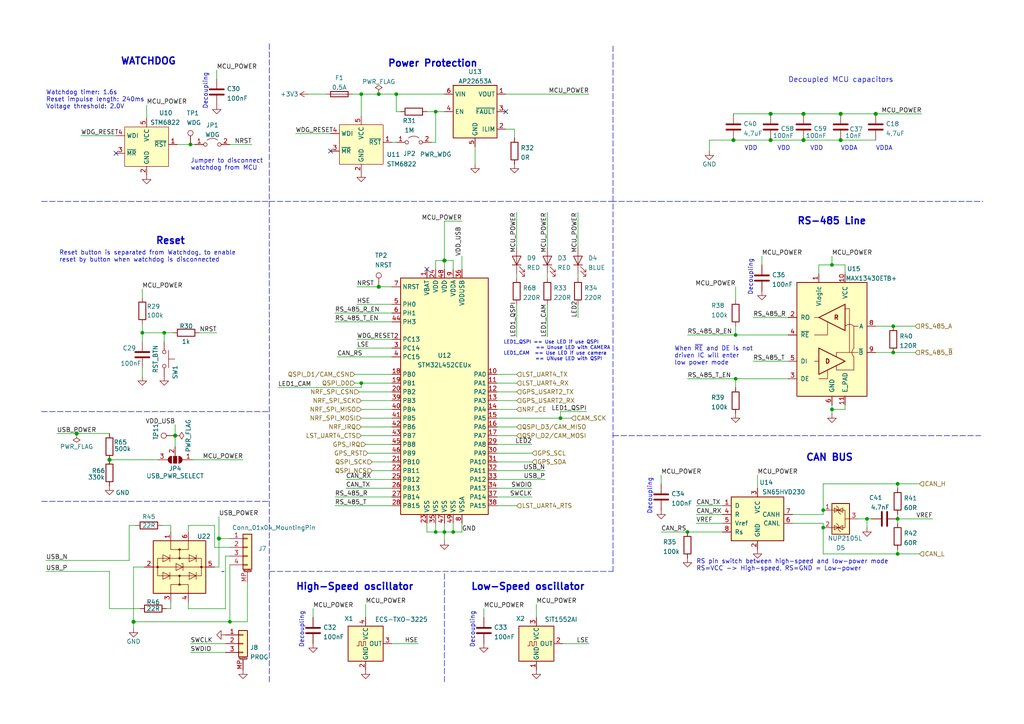
<source format=kicad_sch>
(kicad_sch (version 20211123) (generator eeschema)

  (uuid c99b1bac-5015-436e-be77-1f69903b02de)

  (paper "A4")

  (lib_symbols
    (symbol "Connector:TestPoint" (pin_numbers hide) (pin_names (offset 0.762) hide) (in_bom yes) (on_board yes)
      (property "Reference" "TP" (id 0) (at 0 6.858 0)
        (effects (font (size 1.27 1.27)))
      )
      (property "Value" "TestPoint" (id 1) (at 0 5.08 0)
        (effects (font (size 1.27 1.27)))
      )
      (property "Footprint" "" (id 2) (at 5.08 0 0)
        (effects (font (size 1.27 1.27)) hide)
      )
      (property "Datasheet" "~" (id 3) (at 5.08 0 0)
        (effects (font (size 1.27 1.27)) hide)
      )
      (property "ki_keywords" "test point tp" (id 4) (at 0 0 0)
        (effects (font (size 1.27 1.27)) hide)
      )
      (property "ki_description" "test point" (id 5) (at 0 0 0)
        (effects (font (size 1.27 1.27)) hide)
      )
      (property "ki_fp_filters" "Pin* Test*" (id 6) (at 0 0 0)
        (effects (font (size 1.27 1.27)) hide)
      )
      (symbol "TestPoint_0_1"
        (circle (center 0 3.302) (radius 0.762)
          (stroke (width 0) (type default) (color 0 0 0 0))
          (fill (type none))
        )
      )
      (symbol "TestPoint_1_1"
        (pin passive line (at 0 0 90) (length 2.54)
          (name "1" (effects (font (size 1.27 1.27))))
          (number "1" (effects (font (size 1.27 1.27))))
        )
      )
    )
    (symbol "Connector_Generic_MountingPin:Conn_01x03_MountingPin" (pin_names (offset 1.016) hide) (in_bom yes) (on_board yes)
      (property "Reference" "J" (id 0) (at 0 5.08 0)
        (effects (font (size 1.27 1.27)))
      )
      (property "Value" "Conn_01x03_MountingPin" (id 1) (at 1.27 -5.08 0)
        (effects (font (size 1.27 1.27)) (justify left))
      )
      (property "Footprint" "" (id 2) (at 0 0 0)
        (effects (font (size 1.27 1.27)) hide)
      )
      (property "Datasheet" "~" (id 3) (at 0 0 0)
        (effects (font (size 1.27 1.27)) hide)
      )
      (property "ki_keywords" "connector" (id 4) (at 0 0 0)
        (effects (font (size 1.27 1.27)) hide)
      )
      (property "ki_description" "Generic connectable mounting pin connector, single row, 01x03, script generated (kicad-library-utils/schlib/autogen/connector/)" (id 5) (at 0 0 0)
        (effects (font (size 1.27 1.27)) hide)
      )
      (property "ki_fp_filters" "Connector*:*_1x??-1MP*" (id 6) (at 0 0 0)
        (effects (font (size 1.27 1.27)) hide)
      )
      (symbol "Conn_01x03_MountingPin_1_1"
        (rectangle (start -1.27 -2.413) (end 0 -2.667)
          (stroke (width 0.1524) (type default) (color 0 0 0 0))
          (fill (type none))
        )
        (rectangle (start -1.27 0.127) (end 0 -0.127)
          (stroke (width 0.1524) (type default) (color 0 0 0 0))
          (fill (type none))
        )
        (rectangle (start -1.27 2.667) (end 0 2.413)
          (stroke (width 0.1524) (type default) (color 0 0 0 0))
          (fill (type none))
        )
        (rectangle (start -1.27 3.81) (end 1.27 -3.81)
          (stroke (width 0.254) (type default) (color 0 0 0 0))
          (fill (type background))
        )
        (polyline
          (pts
            (xy -1.016 -4.572)
            (xy 1.016 -4.572)
          )
          (stroke (width 0.1524) (type default) (color 0 0 0 0))
          (fill (type none))
        )
        (text "Mounting" (at 0 -4.191 0)
          (effects (font (size 0.381 0.381)))
        )
        (pin passive line (at -5.08 2.54 0) (length 3.81)
          (name "Pin_1" (effects (font (size 1.27 1.27))))
          (number "1" (effects (font (size 1.27 1.27))))
        )
        (pin passive line (at -5.08 0 0) (length 3.81)
          (name "Pin_2" (effects (font (size 1.27 1.27))))
          (number "2" (effects (font (size 1.27 1.27))))
        )
        (pin passive line (at -5.08 -2.54 0) (length 3.81)
          (name "Pin_3" (effects (font (size 1.27 1.27))))
          (number "3" (effects (font (size 1.27 1.27))))
        )
        (pin passive line (at 0 -7.62 90) (length 3.048)
          (name "MountPin" (effects (font (size 1.27 1.27))))
          (number "MP" (effects (font (size 1.27 1.27))))
        )
      )
    )
    (symbol "Connector_Generic_MountingPin:Conn_01x04_MountingPin" (pin_names (offset 1.016) hide) (in_bom yes) (on_board yes)
      (property "Reference" "J" (id 0) (at 0 5.08 0)
        (effects (font (size 1.27 1.27)))
      )
      (property "Value" "Conn_01x04_MountingPin" (id 1) (at 1.27 -7.62 0)
        (effects (font (size 1.27 1.27)) (justify left))
      )
      (property "Footprint" "" (id 2) (at 0 0 0)
        (effects (font (size 1.27 1.27)) hide)
      )
      (property "Datasheet" "~" (id 3) (at 0 0 0)
        (effects (font (size 1.27 1.27)) hide)
      )
      (property "ki_keywords" "connector" (id 4) (at 0 0 0)
        (effects (font (size 1.27 1.27)) hide)
      )
      (property "ki_description" "Generic connectable mounting pin connector, single row, 01x04, script generated (kicad-library-utils/schlib/autogen/connector/)" (id 5) (at 0 0 0)
        (effects (font (size 1.27 1.27)) hide)
      )
      (property "ki_fp_filters" "Connector*:*_1x??-1MP*" (id 6) (at 0 0 0)
        (effects (font (size 1.27 1.27)) hide)
      )
      (symbol "Conn_01x04_MountingPin_1_1"
        (rectangle (start -1.27 -4.953) (end 0 -5.207)
          (stroke (width 0.1524) (type default) (color 0 0 0 0))
          (fill (type none))
        )
        (rectangle (start -1.27 -2.413) (end 0 -2.667)
          (stroke (width 0.1524) (type default) (color 0 0 0 0))
          (fill (type none))
        )
        (rectangle (start -1.27 0.127) (end 0 -0.127)
          (stroke (width 0.1524) (type default) (color 0 0 0 0))
          (fill (type none))
        )
        (rectangle (start -1.27 2.667) (end 0 2.413)
          (stroke (width 0.1524) (type default) (color 0 0 0 0))
          (fill (type none))
        )
        (rectangle (start -1.27 3.81) (end 1.27 -6.35)
          (stroke (width 0.254) (type default) (color 0 0 0 0))
          (fill (type background))
        )
        (polyline
          (pts
            (xy -1.016 -7.112)
            (xy 1.016 -7.112)
          )
          (stroke (width 0.1524) (type default) (color 0 0 0 0))
          (fill (type none))
        )
        (text "Mounting" (at 0 -6.731 0)
          (effects (font (size 0.381 0.381)))
        )
        (pin passive line (at -5.08 2.54 0) (length 3.81)
          (name "Pin_1" (effects (font (size 1.27 1.27))))
          (number "1" (effects (font (size 1.27 1.27))))
        )
        (pin passive line (at -5.08 0 0) (length 3.81)
          (name "Pin_2" (effects (font (size 1.27 1.27))))
          (number "2" (effects (font (size 1.27 1.27))))
        )
        (pin passive line (at -5.08 -2.54 0) (length 3.81)
          (name "Pin_3" (effects (font (size 1.27 1.27))))
          (number "3" (effects (font (size 1.27 1.27))))
        )
        (pin passive line (at -5.08 -5.08 0) (length 3.81)
          (name "Pin_4" (effects (font (size 1.27 1.27))))
          (number "4" (effects (font (size 1.27 1.27))))
        )
        (pin passive line (at 0 -10.16 90) (length 3.048)
          (name "MountPin" (effects (font (size 1.27 1.27))))
          (number "MP" (effects (font (size 1.27 1.27))))
        )
      )
    )
    (symbol "Device:C" (pin_numbers hide) (pin_names (offset 0.254)) (in_bom yes) (on_board yes)
      (property "Reference" "C" (id 0) (at 0.635 2.54 0)
        (effects (font (size 1.27 1.27)) (justify left))
      )
      (property "Value" "C" (id 1) (at 0.635 -2.54 0)
        (effects (font (size 1.27 1.27)) (justify left))
      )
      (property "Footprint" "" (id 2) (at 0.9652 -3.81 0)
        (effects (font (size 1.27 1.27)) hide)
      )
      (property "Datasheet" "~" (id 3) (at 0 0 0)
        (effects (font (size 1.27 1.27)) hide)
      )
      (property "ki_keywords" "cap capacitor" (id 4) (at 0 0 0)
        (effects (font (size 1.27 1.27)) hide)
      )
      (property "ki_description" "Unpolarized capacitor" (id 5) (at 0 0 0)
        (effects (font (size 1.27 1.27)) hide)
      )
      (property "ki_fp_filters" "C_*" (id 6) (at 0 0 0)
        (effects (font (size 1.27 1.27)) hide)
      )
      (symbol "C_0_1"
        (polyline
          (pts
            (xy -2.032 -0.762)
            (xy 2.032 -0.762)
          )
          (stroke (width 0.508) (type default) (color 0 0 0 0))
          (fill (type none))
        )
        (polyline
          (pts
            (xy -2.032 0.762)
            (xy 2.032 0.762)
          )
          (stroke (width 0.508) (type default) (color 0 0 0 0))
          (fill (type none))
        )
      )
      (symbol "C_1_1"
        (pin passive line (at 0 3.81 270) (length 2.794)
          (name "~" (effects (font (size 1.27 1.27))))
          (number "1" (effects (font (size 1.27 1.27))))
        )
        (pin passive line (at 0 -3.81 90) (length 2.794)
          (name "~" (effects (font (size 1.27 1.27))))
          (number "2" (effects (font (size 1.27 1.27))))
        )
      )
    )
    (symbol "Device:Fuse" (pin_numbers hide) (pin_names (offset 0)) (in_bom yes) (on_board yes)
      (property "Reference" "F" (id 0) (at 2.032 0 90)
        (effects (font (size 1.27 1.27)))
      )
      (property "Value" "Fuse" (id 1) (at -1.905 0 90)
        (effects (font (size 1.27 1.27)))
      )
      (property "Footprint" "" (id 2) (at -1.778 0 90)
        (effects (font (size 1.27 1.27)) hide)
      )
      (property "Datasheet" "~" (id 3) (at 0 0 0)
        (effects (font (size 1.27 1.27)) hide)
      )
      (property "ki_keywords" "fuse" (id 4) (at 0 0 0)
        (effects (font (size 1.27 1.27)) hide)
      )
      (property "ki_description" "Fuse" (id 5) (at 0 0 0)
        (effects (font (size 1.27 1.27)) hide)
      )
      (property "ki_fp_filters" "*Fuse*" (id 6) (at 0 0 0)
        (effects (font (size 1.27 1.27)) hide)
      )
      (symbol "Fuse_0_1"
        (rectangle (start -0.762 -2.54) (end 0.762 2.54)
          (stroke (width 0.254) (type default) (color 0 0 0 0))
          (fill (type none))
        )
        (polyline
          (pts
            (xy 0 2.54)
            (xy 0 -2.54)
          )
          (stroke (width 0) (type default) (color 0 0 0 0))
          (fill (type none))
        )
      )
      (symbol "Fuse_1_1"
        (pin passive line (at 0 3.81 270) (length 1.27)
          (name "~" (effects (font (size 1.27 1.27))))
          (number "1" (effects (font (size 1.27 1.27))))
        )
        (pin passive line (at 0 -3.81 90) (length 1.27)
          (name "~" (effects (font (size 1.27 1.27))))
          (number "2" (effects (font (size 1.27 1.27))))
        )
      )
    )
    (symbol "Device:LED" (pin_numbers hide) (pin_names (offset 1.016) hide) (in_bom yes) (on_board yes)
      (property "Reference" "D" (id 0) (at 0 2.54 0)
        (effects (font (size 1.27 1.27)))
      )
      (property "Value" "LED" (id 1) (at 0 -2.54 0)
        (effects (font (size 1.27 1.27)))
      )
      (property "Footprint" "" (id 2) (at 0 0 0)
        (effects (font (size 1.27 1.27)) hide)
      )
      (property "Datasheet" "~" (id 3) (at 0 0 0)
        (effects (font (size 1.27 1.27)) hide)
      )
      (property "ki_keywords" "LED diode" (id 4) (at 0 0 0)
        (effects (font (size 1.27 1.27)) hide)
      )
      (property "ki_description" "Light emitting diode" (id 5) (at 0 0 0)
        (effects (font (size 1.27 1.27)) hide)
      )
      (property "ki_fp_filters" "LED* LED_SMD:* LED_THT:*" (id 6) (at 0 0 0)
        (effects (font (size 1.27 1.27)) hide)
      )
      (symbol "LED_0_1"
        (polyline
          (pts
            (xy -1.27 -1.27)
            (xy -1.27 1.27)
          )
          (stroke (width 0.2032) (type default) (color 0 0 0 0))
          (fill (type none))
        )
        (polyline
          (pts
            (xy -1.27 0)
            (xy 1.27 0)
          )
          (stroke (width 0) (type default) (color 0 0 0 0))
          (fill (type none))
        )
        (polyline
          (pts
            (xy 1.27 -1.27)
            (xy 1.27 1.27)
            (xy -1.27 0)
            (xy 1.27 -1.27)
          )
          (stroke (width 0.2032) (type default) (color 0 0 0 0))
          (fill (type none))
        )
        (polyline
          (pts
            (xy -3.048 -0.762)
            (xy -4.572 -2.286)
            (xy -3.81 -2.286)
            (xy -4.572 -2.286)
            (xy -4.572 -1.524)
          )
          (stroke (width 0) (type default) (color 0 0 0 0))
          (fill (type none))
        )
        (polyline
          (pts
            (xy -1.778 -0.762)
            (xy -3.302 -2.286)
            (xy -2.54 -2.286)
            (xy -3.302 -2.286)
            (xy -3.302 -1.524)
          )
          (stroke (width 0) (type default) (color 0 0 0 0))
          (fill (type none))
        )
      )
      (symbol "LED_1_1"
        (pin passive line (at -3.81 0 0) (length 2.54)
          (name "K" (effects (font (size 1.27 1.27))))
          (number "1" (effects (font (size 1.27 1.27))))
        )
        (pin passive line (at 3.81 0 180) (length 2.54)
          (name "A" (effects (font (size 1.27 1.27))))
          (number "2" (effects (font (size 1.27 1.27))))
        )
      )
    )
    (symbol "Device:R" (pin_numbers hide) (pin_names (offset 0)) (in_bom yes) (on_board yes)
      (property "Reference" "R" (id 0) (at 2.032 0 90)
        (effects (font (size 1.27 1.27)))
      )
      (property "Value" "R" (id 1) (at 0 0 90)
        (effects (font (size 1.27 1.27)))
      )
      (property "Footprint" "" (id 2) (at -1.778 0 90)
        (effects (font (size 1.27 1.27)) hide)
      )
      (property "Datasheet" "~" (id 3) (at 0 0 0)
        (effects (font (size 1.27 1.27)) hide)
      )
      (property "ki_keywords" "R res resistor" (id 4) (at 0 0 0)
        (effects (font (size 1.27 1.27)) hide)
      )
      (property "ki_description" "Resistor" (id 5) (at 0 0 0)
        (effects (font (size 1.27 1.27)) hide)
      )
      (property "ki_fp_filters" "R_*" (id 6) (at 0 0 0)
        (effects (font (size 1.27 1.27)) hide)
      )
      (symbol "R_0_1"
        (rectangle (start -1.016 -2.54) (end 1.016 2.54)
          (stroke (width 0.254) (type default) (color 0 0 0 0))
          (fill (type none))
        )
      )
      (symbol "R_1_1"
        (pin passive line (at 0 3.81 270) (length 1.27)
          (name "~" (effects (font (size 1.27 1.27))))
          (number "1" (effects (font (size 1.27 1.27))))
        )
        (pin passive line (at 0 -3.81 90) (length 1.27)
          (name "~" (effects (font (size 1.27 1.27))))
          (number "2" (effects (font (size 1.27 1.27))))
        )
      )
    )
    (symbol "Interface_CAN_LIN:SN65HVD230" (pin_names (offset 1.016)) (in_bom yes) (on_board yes)
      (property "Reference" "U" (id 0) (at -2.54 10.16 0)
        (effects (font (size 1.27 1.27)) (justify right))
      )
      (property "Value" "SN65HVD230" (id 1) (at -2.54 7.62 0)
        (effects (font (size 1.27 1.27)) (justify right))
      )
      (property "Footprint" "Package_SO:SOIC-8_3.9x4.9mm_P1.27mm" (id 2) (at 0 -12.7 0)
        (effects (font (size 1.27 1.27)) hide)
      )
      (property "Datasheet" "http://www.ti.com/lit/ds/symlink/sn65hvd230.pdf" (id 3) (at -2.54 10.16 0)
        (effects (font (size 1.27 1.27)) hide)
      )
      (property "ki_keywords" "can transeiver ti low-power" (id 4) (at 0 0 0)
        (effects (font (size 1.27 1.27)) hide)
      )
      (property "ki_description" "CAN Bus Transceivers, 3.3V, 1Mbps, Low-Power capabilities, SOIC-8" (id 5) (at 0 0 0)
        (effects (font (size 1.27 1.27)) hide)
      )
      (property "ki_fp_filters" "SOIC*3.9x4.9mm*P1.27mm*" (id 6) (at 0 0 0)
        (effects (font (size 1.27 1.27)) hide)
      )
      (symbol "SN65HVD230_0_1"
        (rectangle (start -7.62 5.08) (end 7.62 -7.62)
          (stroke (width 0.254) (type default) (color 0 0 0 0))
          (fill (type background))
        )
      )
      (symbol "SN65HVD230_1_1"
        (pin input line (at -10.16 2.54 0) (length 2.54)
          (name "D" (effects (font (size 1.27 1.27))))
          (number "1" (effects (font (size 1.27 1.27))))
        )
        (pin power_in line (at 0 -10.16 90) (length 2.54)
          (name "GND" (effects (font (size 1.27 1.27))))
          (number "2" (effects (font (size 1.27 1.27))))
        )
        (pin power_in line (at 0 7.62 270) (length 2.54)
          (name "VCC" (effects (font (size 1.27 1.27))))
          (number "3" (effects (font (size 1.27 1.27))))
        )
        (pin output line (at -10.16 0 0) (length 2.54)
          (name "R" (effects (font (size 1.27 1.27))))
          (number "4" (effects (font (size 1.27 1.27))))
        )
        (pin output line (at -10.16 -2.54 0) (length 2.54)
          (name "Vref" (effects (font (size 1.27 1.27))))
          (number "5" (effects (font (size 1.27 1.27))))
        )
        (pin bidirectional line (at 10.16 -2.54 180) (length 2.54)
          (name "CANL" (effects (font (size 1.27 1.27))))
          (number "6" (effects (font (size 1.27 1.27))))
        )
        (pin bidirectional line (at 10.16 0 180) (length 2.54)
          (name "CANH" (effects (font (size 1.27 1.27))))
          (number "7" (effects (font (size 1.27 1.27))))
        )
        (pin input line (at -10.16 -5.08 0) (length 2.54)
          (name "Rs" (effects (font (size 1.27 1.27))))
          (number "8" (effects (font (size 1.27 1.27))))
        )
      )
    )
    (symbol "Jumper:Jumper_2_Open" (pin_names (offset 0) hide) (in_bom yes) (on_board yes)
      (property "Reference" "JP" (id 0) (at 0 2.794 0)
        (effects (font (size 1.27 1.27)))
      )
      (property "Value" "Jumper_2_Open" (id 1) (at 0 -2.286 0)
        (effects (font (size 1.27 1.27)))
      )
      (property "Footprint" "" (id 2) (at 0 0 0)
        (effects (font (size 1.27 1.27)) hide)
      )
      (property "Datasheet" "~" (id 3) (at 0 0 0)
        (effects (font (size 1.27 1.27)) hide)
      )
      (property "ki_keywords" "Jumper SPST" (id 4) (at 0 0 0)
        (effects (font (size 1.27 1.27)) hide)
      )
      (property "ki_description" "Jumper, 2-pole, open" (id 5) (at 0 0 0)
        (effects (font (size 1.27 1.27)) hide)
      )
      (property "ki_fp_filters" "Jumper* TestPoint*2Pads* TestPoint*Bridge*" (id 6) (at 0 0 0)
        (effects (font (size 1.27 1.27)) hide)
      )
      (symbol "Jumper_2_Open_0_0"
        (circle (center -2.032 0) (radius 0.508)
          (stroke (width 0) (type default) (color 0 0 0 0))
          (fill (type none))
        )
        (circle (center 2.032 0) (radius 0.508)
          (stroke (width 0) (type default) (color 0 0 0 0))
          (fill (type none))
        )
      )
      (symbol "Jumper_2_Open_0_1"
        (arc (start 1.524 1.27) (mid 0 1.778) (end -1.524 1.27)
          (stroke (width 0) (type default) (color 0 0 0 0))
          (fill (type none))
        )
      )
      (symbol "Jumper_2_Open_1_1"
        (pin passive line (at -5.08 0 0) (length 2.54)
          (name "A" (effects (font (size 1.27 1.27))))
          (number "1" (effects (font (size 1.27 1.27))))
        )
        (pin passive line (at 5.08 0 180) (length 2.54)
          (name "B" (effects (font (size 1.27 1.27))))
          (number "2" (effects (font (size 1.27 1.27))))
        )
      )
    )
    (symbol "Jumper:SolderJumper_3_Open" (pin_names (offset 0) hide) (in_bom yes) (on_board yes)
      (property "Reference" "JP" (id 0) (at -2.54 -2.54 0)
        (effects (font (size 1.27 1.27)))
      )
      (property "Value" "SolderJumper_3_Open" (id 1) (at 0 2.794 0)
        (effects (font (size 1.27 1.27)))
      )
      (property "Footprint" "" (id 2) (at 0 0 0)
        (effects (font (size 1.27 1.27)) hide)
      )
      (property "Datasheet" "~" (id 3) (at 0 0 0)
        (effects (font (size 1.27 1.27)) hide)
      )
      (property "ki_keywords" "Solder Jumper SPDT" (id 4) (at 0 0 0)
        (effects (font (size 1.27 1.27)) hide)
      )
      (property "ki_description" "Solder Jumper, 3-pole, open" (id 5) (at 0 0 0)
        (effects (font (size 1.27 1.27)) hide)
      )
      (property "ki_fp_filters" "SolderJumper*Open*" (id 6) (at 0 0 0)
        (effects (font (size 1.27 1.27)) hide)
      )
      (symbol "SolderJumper_3_Open_0_1"
        (arc (start -1.016 1.016) (mid -2.032 0) (end -1.016 -1.016)
          (stroke (width 0) (type default) (color 0 0 0 0))
          (fill (type none))
        )
        (arc (start -1.016 1.016) (mid -2.032 0) (end -1.016 -1.016)
          (stroke (width 0) (type default) (color 0 0 0 0))
          (fill (type outline))
        )
        (rectangle (start -0.508 1.016) (end 0.508 -1.016)
          (stroke (width 0) (type default) (color 0 0 0 0))
          (fill (type outline))
        )
        (polyline
          (pts
            (xy -2.54 0)
            (xy -2.032 0)
          )
          (stroke (width 0) (type default) (color 0 0 0 0))
          (fill (type none))
        )
        (polyline
          (pts
            (xy -1.016 1.016)
            (xy -1.016 -1.016)
          )
          (stroke (width 0) (type default) (color 0 0 0 0))
          (fill (type none))
        )
        (polyline
          (pts
            (xy 0 -1.27)
            (xy 0 -1.016)
          )
          (stroke (width 0) (type default) (color 0 0 0 0))
          (fill (type none))
        )
        (polyline
          (pts
            (xy 1.016 1.016)
            (xy 1.016 -1.016)
          )
          (stroke (width 0) (type default) (color 0 0 0 0))
          (fill (type none))
        )
        (polyline
          (pts
            (xy 2.54 0)
            (xy 2.032 0)
          )
          (stroke (width 0) (type default) (color 0 0 0 0))
          (fill (type none))
        )
        (arc (start 1.016 -1.016) (mid 2.032 0) (end 1.016 1.016)
          (stroke (width 0) (type default) (color 0 0 0 0))
          (fill (type none))
        )
        (arc (start 1.016 -1.016) (mid 2.032 0) (end 1.016 1.016)
          (stroke (width 0) (type default) (color 0 0 0 0))
          (fill (type outline))
        )
      )
      (symbol "SolderJumper_3_Open_1_1"
        (pin passive line (at -5.08 0 0) (length 2.54)
          (name "A" (effects (font (size 1.27 1.27))))
          (number "1" (effects (font (size 1.27 1.27))))
        )
        (pin input line (at 0 -3.81 90) (length 2.54)
          (name "C" (effects (font (size 1.27 1.27))))
          (number "2" (effects (font (size 1.27 1.27))))
        )
        (pin passive line (at 5.08 0 180) (length 2.54)
          (name "B" (effects (font (size 1.27 1.27))))
          (number "3" (effects (font (size 1.27 1.27))))
        )
      )
    )
    (symbol "MCU_ST_STM32L4:STM32L452CEUx" (in_bom yes) (on_board yes)
      (property "Reference" "U" (id 0) (at -12.7 34.29 0)
        (effects (font (size 1.27 1.27)) (justify left))
      )
      (property "Value" "STM32L452CEUx" (id 1) (at 7.62 34.29 0)
        (effects (font (size 1.27 1.27)) (justify left))
      )
      (property "Footprint" "Package_DFN_QFN:QFN-48-1EP_7x7mm_P0.5mm_EP5.6x5.6mm" (id 2) (at -12.7 -35.56 0)
        (effects (font (size 1.27 1.27)) (justify right) hide)
      )
      (property "Datasheet" "http://www.st.com/st-web-ui/static/active/en/resource/technical/document/datasheet/DM00340549.pdf" (id 3) (at 0 0 0)
        (effects (font (size 1.27 1.27)) hide)
      )
      (property "ki_keywords" "ARM Cortex-M4 STM32L4 STM32L4x2" (id 4) (at 0 0 0)
        (effects (font (size 1.27 1.27)) hide)
      )
      (property "ki_description" "ARM Cortex-M4 MCU, 512KB flash, 160KB RAM, 80MHz, 1.71-3.6V, 38 GPIO, UFQFPN-48" (id 5) (at 0 0 0)
        (effects (font (size 1.27 1.27)) hide)
      )
      (property "ki_fp_filters" "QFN*1EP*7x7mm*P0.5mm*" (id 6) (at 0 0 0)
        (effects (font (size 1.27 1.27)) hide)
      )
      (symbol "STM32L452CEUx_0_1"
        (rectangle (start -12.7 -35.56) (end 12.7 33.02)
          (stroke (width 0.254) (type default) (color 0 0 0 0))
          (fill (type background))
        )
      )
      (symbol "STM32L452CEUx_1_1"
        (pin power_in line (at -5.08 35.56 270) (length 2.54)
          (name "VBAT" (effects (font (size 1.27 1.27))))
          (number "1" (effects (font (size 1.27 1.27))))
        )
        (pin bidirectional line (at 15.24 5.08 180) (length 2.54)
          (name "PA0" (effects (font (size 1.27 1.27))))
          (number "10" (effects (font (size 1.27 1.27))))
        )
        (pin bidirectional line (at 15.24 2.54 180) (length 2.54)
          (name "PA1" (effects (font (size 1.27 1.27))))
          (number "11" (effects (font (size 1.27 1.27))))
        )
        (pin bidirectional line (at 15.24 0 180) (length 2.54)
          (name "PA2" (effects (font (size 1.27 1.27))))
          (number "12" (effects (font (size 1.27 1.27))))
        )
        (pin bidirectional line (at 15.24 -2.54 180) (length 2.54)
          (name "PA3" (effects (font (size 1.27 1.27))))
          (number "13" (effects (font (size 1.27 1.27))))
        )
        (pin bidirectional line (at 15.24 -5.08 180) (length 2.54)
          (name "PA4" (effects (font (size 1.27 1.27))))
          (number "14" (effects (font (size 1.27 1.27))))
        )
        (pin bidirectional line (at 15.24 -7.62 180) (length 2.54)
          (name "PA5" (effects (font (size 1.27 1.27))))
          (number "15" (effects (font (size 1.27 1.27))))
        )
        (pin bidirectional line (at 15.24 -10.16 180) (length 2.54)
          (name "PA6" (effects (font (size 1.27 1.27))))
          (number "16" (effects (font (size 1.27 1.27))))
        )
        (pin bidirectional line (at 15.24 -12.7 180) (length 2.54)
          (name "PA7" (effects (font (size 1.27 1.27))))
          (number "17" (effects (font (size 1.27 1.27))))
        )
        (pin bidirectional line (at -15.24 5.08 0) (length 2.54)
          (name "PB0" (effects (font (size 1.27 1.27))))
          (number "18" (effects (font (size 1.27 1.27))))
        )
        (pin bidirectional line (at -15.24 2.54 0) (length 2.54)
          (name "PB1" (effects (font (size 1.27 1.27))))
          (number "19" (effects (font (size 1.27 1.27))))
        )
        (pin bidirectional line (at -15.24 15.24 0) (length 2.54)
          (name "PC13" (effects (font (size 1.27 1.27))))
          (number "2" (effects (font (size 1.27 1.27))))
        )
        (pin bidirectional line (at -15.24 0 0) (length 2.54)
          (name "PB2" (effects (font (size 1.27 1.27))))
          (number "20" (effects (font (size 1.27 1.27))))
        )
        (pin bidirectional line (at -15.24 -20.32 0) (length 2.54)
          (name "PB10" (effects (font (size 1.27 1.27))))
          (number "21" (effects (font (size 1.27 1.27))))
        )
        (pin bidirectional line (at -15.24 -22.86 0) (length 2.54)
          (name "PB11" (effects (font (size 1.27 1.27))))
          (number "22" (effects (font (size 1.27 1.27))))
        )
        (pin power_in line (at -5.08 -38.1 90) (length 2.54)
          (name "VSS" (effects (font (size 1.27 1.27))))
          (number "23" (effects (font (size 1.27 1.27))))
        )
        (pin power_in line (at -2.54 35.56 270) (length 2.54)
          (name "VDD" (effects (font (size 1.27 1.27))))
          (number "24" (effects (font (size 1.27 1.27))))
        )
        (pin bidirectional line (at -15.24 -25.4 0) (length 2.54)
          (name "PB12" (effects (font (size 1.27 1.27))))
          (number "25" (effects (font (size 1.27 1.27))))
        )
        (pin bidirectional line (at -15.24 -27.94 0) (length 2.54)
          (name "PB13" (effects (font (size 1.27 1.27))))
          (number "26" (effects (font (size 1.27 1.27))))
        )
        (pin bidirectional line (at -15.24 -30.48 0) (length 2.54)
          (name "PB14" (effects (font (size 1.27 1.27))))
          (number "27" (effects (font (size 1.27 1.27))))
        )
        (pin bidirectional line (at -15.24 -33.02 0) (length 2.54)
          (name "PB15" (effects (font (size 1.27 1.27))))
          (number "28" (effects (font (size 1.27 1.27))))
        )
        (pin bidirectional line (at 15.24 -15.24 180) (length 2.54)
          (name "PA8" (effects (font (size 1.27 1.27))))
          (number "29" (effects (font (size 1.27 1.27))))
        )
        (pin bidirectional line (at -15.24 12.7 0) (length 2.54)
          (name "PC14" (effects (font (size 1.27 1.27))))
          (number "3" (effects (font (size 1.27 1.27))))
        )
        (pin bidirectional line (at 15.24 -17.78 180) (length 2.54)
          (name "PA9" (effects (font (size 1.27 1.27))))
          (number "30" (effects (font (size 1.27 1.27))))
        )
        (pin bidirectional line (at 15.24 -20.32 180) (length 2.54)
          (name "PA10" (effects (font (size 1.27 1.27))))
          (number "31" (effects (font (size 1.27 1.27))))
        )
        (pin bidirectional line (at 15.24 -22.86 180) (length 2.54)
          (name "PA11" (effects (font (size 1.27 1.27))))
          (number "32" (effects (font (size 1.27 1.27))))
        )
        (pin bidirectional line (at 15.24 -25.4 180) (length 2.54)
          (name "PA12" (effects (font (size 1.27 1.27))))
          (number "33" (effects (font (size 1.27 1.27))))
        )
        (pin bidirectional line (at 15.24 -27.94 180) (length 2.54)
          (name "PA13" (effects (font (size 1.27 1.27))))
          (number "34" (effects (font (size 1.27 1.27))))
        )
        (pin power_in line (at -2.54 -38.1 90) (length 2.54)
          (name "VSS" (effects (font (size 1.27 1.27))))
          (number "35" (effects (font (size 1.27 1.27))))
        )
        (pin power_in line (at 5.08 35.56 270) (length 2.54)
          (name "VDDUSB" (effects (font (size 1.27 1.27))))
          (number "36" (effects (font (size 1.27 1.27))))
        )
        (pin bidirectional line (at 15.24 -30.48 180) (length 2.54)
          (name "PA14" (effects (font (size 1.27 1.27))))
          (number "37" (effects (font (size 1.27 1.27))))
        )
        (pin bidirectional line (at 15.24 -33.02 180) (length 2.54)
          (name "PA15" (effects (font (size 1.27 1.27))))
          (number "38" (effects (font (size 1.27 1.27))))
        )
        (pin bidirectional line (at -15.24 -2.54 0) (length 2.54)
          (name "PB3" (effects (font (size 1.27 1.27))))
          (number "39" (effects (font (size 1.27 1.27))))
        )
        (pin bidirectional line (at -15.24 10.16 0) (length 2.54)
          (name "PC15" (effects (font (size 1.27 1.27))))
          (number "4" (effects (font (size 1.27 1.27))))
        )
        (pin bidirectional line (at -15.24 -5.08 0) (length 2.54)
          (name "PB4" (effects (font (size 1.27 1.27))))
          (number "40" (effects (font (size 1.27 1.27))))
        )
        (pin bidirectional line (at -15.24 -7.62 0) (length 2.54)
          (name "PB5" (effects (font (size 1.27 1.27))))
          (number "41" (effects (font (size 1.27 1.27))))
        )
        (pin bidirectional line (at -15.24 -10.16 0) (length 2.54)
          (name "PB6" (effects (font (size 1.27 1.27))))
          (number "42" (effects (font (size 1.27 1.27))))
        )
        (pin bidirectional line (at -15.24 -12.7 0) (length 2.54)
          (name "PB7" (effects (font (size 1.27 1.27))))
          (number "43" (effects (font (size 1.27 1.27))))
        )
        (pin bidirectional line (at -15.24 20.32 0) (length 2.54)
          (name "PH3" (effects (font (size 1.27 1.27))))
          (number "44" (effects (font (size 1.27 1.27))))
        )
        (pin bidirectional line (at -15.24 -15.24 0) (length 2.54)
          (name "PB8" (effects (font (size 1.27 1.27))))
          (number "45" (effects (font (size 1.27 1.27))))
        )
        (pin bidirectional line (at -15.24 -17.78 0) (length 2.54)
          (name "PB9" (effects (font (size 1.27 1.27))))
          (number "46" (effects (font (size 1.27 1.27))))
        )
        (pin power_in line (at 0 -38.1 90) (length 2.54)
          (name "VSS" (effects (font (size 1.27 1.27))))
          (number "47" (effects (font (size 1.27 1.27))))
        )
        (pin power_in line (at 0 35.56 270) (length 2.54)
          (name "VDD" (effects (font (size 1.27 1.27))))
          (number "48" (effects (font (size 1.27 1.27))))
        )
        (pin power_in line (at 2.54 -38.1 90) (length 2.54)
          (name "VSS" (effects (font (size 1.27 1.27))))
          (number "49" (effects (font (size 1.27 1.27))))
        )
        (pin input line (at -15.24 25.4 0) (length 2.54)
          (name "PH0" (effects (font (size 1.27 1.27))))
          (number "5" (effects (font (size 1.27 1.27))))
        )
        (pin input line (at -15.24 22.86 0) (length 2.54)
          (name "PH1" (effects (font (size 1.27 1.27))))
          (number "6" (effects (font (size 1.27 1.27))))
        )
        (pin input line (at -15.24 30.48 0) (length 2.54)
          (name "NRST" (effects (font (size 1.27 1.27))))
          (number "7" (effects (font (size 1.27 1.27))))
        )
        (pin power_in line (at 5.08 -38.1 90) (length 2.54)
          (name "VSSA" (effects (font (size 1.27 1.27))))
          (number "8" (effects (font (size 1.27 1.27))))
        )
        (pin power_in line (at 2.54 35.56 270) (length 2.54)
          (name "VDDA" (effects (font (size 1.27 1.27))))
          (number "9" (effects (font (size 1.27 1.27))))
        )
      )
    )
    (symbol "Power_Protection:NUP2105L" (pin_names hide) (in_bom yes) (on_board yes)
      (property "Reference" "D" (id 0) (at 5.715 2.54 0)
        (effects (font (size 1.27 1.27)) (justify left))
      )
      (property "Value" "NUP2105L" (id 1) (at 5.715 0.635 0)
        (effects (font (size 1.27 1.27)) (justify left))
      )
      (property "Footprint" "Package_TO_SOT_SMD:SOT-23" (id 2) (at 5.715 -1.27 0)
        (effects (font (size 1.27 1.27)) (justify left) hide)
      )
      (property "Datasheet" "http://www.onsemi.com/pub_link/Collateral/NUP2105L-D.PDF" (id 3) (at 3.175 3.175 0)
        (effects (font (size 1.27 1.27)) hide)
      )
      (property "ki_keywords" "can esd protection suppression transient" (id 4) (at 0 0 0)
        (effects (font (size 1.27 1.27)) hide)
      )
      (property "ki_description" "Dual Line CAN Bus Protector, 24Vrwm" (id 5) (at 0 0 0)
        (effects (font (size 1.27 1.27)) hide)
      )
      (property "ki_fp_filters" "SOT?23*" (id 6) (at 0 0 0)
        (effects (font (size 1.27 1.27)) hide)
      )
      (symbol "NUP2105L_0_0"
        (pin passive line (at 0 -5.08 90) (length 2.54)
          (name "A" (effects (font (size 1.27 1.27))))
          (number "3" (effects (font (size 1.27 1.27))))
        )
      )
      (symbol "NUP2105L_0_1"
        (rectangle (start -4.445 2.54) (end 4.445 -2.54)
          (stroke (width 0.254) (type default) (color 0 0 0 0))
          (fill (type background))
        )
        (polyline
          (pts
            (xy -2.54 2.54)
            (xy -2.54 0.635)
          )
          (stroke (width 0) (type default) (color 0 0 0 0))
          (fill (type none))
        )
        (polyline
          (pts
            (xy 0 -1.27)
            (xy 0 -2.54)
          )
          (stroke (width 0) (type default) (color 0 0 0 0))
          (fill (type none))
        )
        (polyline
          (pts
            (xy 2.54 2.54)
            (xy 2.54 0.635)
          )
          (stroke (width 0) (type default) (color 0 0 0 0))
          (fill (type none))
        )
        (polyline
          (pts
            (xy -3.81 1.27)
            (xy -3.175 0.635)
            (xy -1.905 0.635)
            (xy -1.27 0)
          )
          (stroke (width 0) (type default) (color 0 0 0 0))
          (fill (type none))
        )
        (polyline
          (pts
            (xy -2.54 0.635)
            (xy -2.54 -1.27)
            (xy 2.54 -1.27)
            (xy 2.54 0.635)
          )
          (stroke (width 0) (type default) (color 0 0 0 0))
          (fill (type none))
        )
        (polyline
          (pts
            (xy -2.54 0.635)
            (xy -1.905 -0.635)
            (xy -3.175 -0.635)
            (xy -2.54 0.635)
          )
          (stroke (width 0) (type default) (color 0 0 0 0))
          (fill (type none))
        )
        (polyline
          (pts
            (xy 2.54 0.635)
            (xy 1.905 -0.635)
            (xy 3.175 -0.635)
            (xy 2.54 0.635)
          )
          (stroke (width 0) (type default) (color 0 0 0 0))
          (fill (type none))
        )
        (polyline
          (pts
            (xy 2.54 0.635)
            (xy 3.175 1.905)
            (xy 1.905 1.905)
            (xy 2.54 0.635)
          )
          (stroke (width 0) (type default) (color 0 0 0 0))
          (fill (type none))
        )
        (polyline
          (pts
            (xy -2.54 0.635)
            (xy -3.175 1.905)
            (xy -1.905 1.905)
            (xy -2.54 0.635)
            (xy -2.54 1.27)
          )
          (stroke (width 0) (type default) (color 0 0 0 0))
          (fill (type none))
        )
        (polyline
          (pts
            (xy 1.27 1.27)
            (xy 1.905 0.635)
            (xy 2.54 0.635)
            (xy 3.175 0.635)
            (xy 3.81 0)
          )
          (stroke (width 0) (type default) (color 0 0 0 0))
          (fill (type none))
        )
      )
      (symbol "NUP2105L_1_1"
        (pin passive line (at -2.54 5.08 270) (length 2.54)
          (name "K" (effects (font (size 1.27 1.27))))
          (number "1" (effects (font (size 1.27 1.27))))
        )
        (pin passive line (at 2.54 5.08 270) (length 2.54)
          (name "K" (effects (font (size 1.27 1.27))))
          (number "2" (effects (font (size 1.27 1.27))))
        )
      )
    )
    (symbol "Power_Protection:USBLC6-2P6" (pin_names hide) (in_bom yes) (on_board yes)
      (property "Reference" "U" (id 0) (at 2.54 8.89 0)
        (effects (font (size 1.27 1.27)) (justify left))
      )
      (property "Value" "USBLC6-2P6" (id 1) (at 2.54 -8.89 0)
        (effects (font (size 1.27 1.27)) (justify left))
      )
      (property "Footprint" "Package_TO_SOT_SMD:SOT-666" (id 2) (at 0 -12.7 0)
        (effects (font (size 1.27 1.27)) hide)
      )
      (property "Datasheet" "https://www.st.com/resource/en/datasheet/usblc6-2.pdf" (id 3) (at 5.08 8.89 0)
        (effects (font (size 1.27 1.27)) hide)
      )
      (property "ki_keywords" "usb ethernet video" (id 4) (at 0 0 0)
        (effects (font (size 1.27 1.27)) hide)
      )
      (property "ki_description" "Very low capacitance ESD protection diode, 2 data-line, SOT-666" (id 5) (at 0 0 0)
        (effects (font (size 1.27 1.27)) hide)
      )
      (property "ki_fp_filters" "SOT?666*" (id 6) (at 0 0 0)
        (effects (font (size 1.27 1.27)) hide)
      )
      (symbol "USBLC6-2P6_0_1"
        (rectangle (start -7.62 -7.62) (end 7.62 7.62)
          (stroke (width 0.254) (type default) (color 0 0 0 0))
          (fill (type background))
        )
        (circle (center -5.08 0) (radius 0.254)
          (stroke (width 0) (type default) (color 0 0 0 0))
          (fill (type outline))
        )
        (circle (center -2.54 0) (radius 0.254)
          (stroke (width 0) (type default) (color 0 0 0 0))
          (fill (type outline))
        )
        (rectangle (start -2.54 6.35) (end 2.54 -6.35)
          (stroke (width 0) (type default) (color 0 0 0 0))
          (fill (type none))
        )
        (circle (center 0 -6.35) (radius 0.254)
          (stroke (width 0) (type default) (color 0 0 0 0))
          (fill (type outline))
        )
        (polyline
          (pts
            (xy -5.08 -2.54)
            (xy -7.62 -2.54)
          )
          (stroke (width 0) (type default) (color 0 0 0 0))
          (fill (type none))
        )
        (polyline
          (pts
            (xy -5.08 0)
            (xy -5.08 -2.54)
          )
          (stroke (width 0) (type default) (color 0 0 0 0))
          (fill (type none))
        )
        (polyline
          (pts
            (xy -5.08 2.54)
            (xy -7.62 2.54)
          )
          (stroke (width 0) (type default) (color 0 0 0 0))
          (fill (type none))
        )
        (polyline
          (pts
            (xy -1.524 -2.794)
            (xy -3.556 -2.794)
          )
          (stroke (width 0) (type default) (color 0 0 0 0))
          (fill (type none))
        )
        (polyline
          (pts
            (xy -1.524 4.826)
            (xy -3.556 4.826)
          )
          (stroke (width 0) (type default) (color 0 0 0 0))
          (fill (type none))
        )
        (polyline
          (pts
            (xy 0 -7.62)
            (xy 0 -6.35)
          )
          (stroke (width 0) (type default) (color 0 0 0 0))
          (fill (type none))
        )
        (polyline
          (pts
            (xy 0 -6.35)
            (xy 0 1.27)
          )
          (stroke (width 0) (type default) (color 0 0 0 0))
          (fill (type none))
        )
        (polyline
          (pts
            (xy 0 1.27)
            (xy 0 6.35)
          )
          (stroke (width 0) (type default) (color 0 0 0 0))
          (fill (type none))
        )
        (polyline
          (pts
            (xy 0 6.35)
            (xy 0 7.62)
          )
          (stroke (width 0) (type default) (color 0 0 0 0))
          (fill (type none))
        )
        (polyline
          (pts
            (xy 1.524 -2.794)
            (xy 3.556 -2.794)
          )
          (stroke (width 0) (type default) (color 0 0 0 0))
          (fill (type none))
        )
        (polyline
          (pts
            (xy 1.524 4.826)
            (xy 3.556 4.826)
          )
          (stroke (width 0) (type default) (color 0 0 0 0))
          (fill (type none))
        )
        (polyline
          (pts
            (xy 5.08 -2.54)
            (xy 7.62 -2.54)
          )
          (stroke (width 0) (type default) (color 0 0 0 0))
          (fill (type none))
        )
        (polyline
          (pts
            (xy 5.08 0)
            (xy 5.08 -2.54)
          )
          (stroke (width 0) (type default) (color 0 0 0 0))
          (fill (type none))
        )
        (polyline
          (pts
            (xy 5.08 2.54)
            (xy 7.62 2.54)
          )
          (stroke (width 0) (type default) (color 0 0 0 0))
          (fill (type none))
        )
        (polyline
          (pts
            (xy -2.54 0)
            (xy -5.08 0)
            (xy -5.08 2.54)
          )
          (stroke (width 0) (type default) (color 0 0 0 0))
          (fill (type none))
        )
        (polyline
          (pts
            (xy 2.54 0)
            (xy 5.08 0)
            (xy 5.08 2.54)
          )
          (stroke (width 0) (type default) (color 0 0 0 0))
          (fill (type none))
        )
        (polyline
          (pts
            (xy -3.556 -4.826)
            (xy -1.524 -4.826)
            (xy -2.54 -2.794)
            (xy -3.556 -4.826)
          )
          (stroke (width 0) (type default) (color 0 0 0 0))
          (fill (type none))
        )
        (polyline
          (pts
            (xy -3.556 2.794)
            (xy -1.524 2.794)
            (xy -2.54 4.826)
            (xy -3.556 2.794)
          )
          (stroke (width 0) (type default) (color 0 0 0 0))
          (fill (type none))
        )
        (polyline
          (pts
            (xy -1.016 -1.016)
            (xy 1.016 -1.016)
            (xy 0 1.016)
            (xy -1.016 -1.016)
          )
          (stroke (width 0) (type default) (color 0 0 0 0))
          (fill (type none))
        )
        (polyline
          (pts
            (xy 1.016 1.016)
            (xy 0.762 1.016)
            (xy -1.016 1.016)
            (xy -1.016 0.508)
          )
          (stroke (width 0) (type default) (color 0 0 0 0))
          (fill (type none))
        )
        (polyline
          (pts
            (xy 3.556 -4.826)
            (xy 1.524 -4.826)
            (xy 2.54 -2.794)
            (xy 3.556 -4.826)
          )
          (stroke (width 0) (type default) (color 0 0 0 0))
          (fill (type none))
        )
        (polyline
          (pts
            (xy 3.556 2.794)
            (xy 1.524 2.794)
            (xy 2.54 4.826)
            (xy 3.556 2.794)
          )
          (stroke (width 0) (type default) (color 0 0 0 0))
          (fill (type none))
        )
        (circle (center 0 6.35) (radius 0.254)
          (stroke (width 0) (type default) (color 0 0 0 0))
          (fill (type outline))
        )
        (circle (center 2.54 0) (radius 0.254)
          (stroke (width 0) (type default) (color 0 0 0 0))
          (fill (type outline))
        )
        (circle (center 5.08 0) (radius 0.254)
          (stroke (width 0) (type default) (color 0 0 0 0))
          (fill (type outline))
        )
      )
      (symbol "USBLC6-2P6_1_1"
        (pin passive line (at -10.16 -2.54 0) (length 2.54)
          (name "I/O1" (effects (font (size 1.27 1.27))))
          (number "1" (effects (font (size 1.27 1.27))))
        )
        (pin passive line (at 0 -10.16 90) (length 2.54)
          (name "GND" (effects (font (size 1.27 1.27))))
          (number "2" (effects (font (size 1.27 1.27))))
        )
        (pin passive line (at 10.16 -2.54 180) (length 2.54)
          (name "I/O2" (effects (font (size 1.27 1.27))))
          (number "3" (effects (font (size 1.27 1.27))))
        )
        (pin passive line (at 10.16 2.54 180) (length 2.54)
          (name "I/O2" (effects (font (size 1.27 1.27))))
          (number "4" (effects (font (size 1.27 1.27))))
        )
        (pin passive line (at 0 10.16 270) (length 2.54)
          (name "VBUS" (effects (font (size 1.27 1.27))))
          (number "5" (effects (font (size 1.27 1.27))))
        )
        (pin passive line (at -10.16 2.54 0) (length 2.54)
          (name "I/O1" (effects (font (size 1.27 1.27))))
          (number "6" (effects (font (size 1.27 1.27))))
        )
      )
    )
    (symbol "Switch:SW_Push" (pin_numbers hide) (pin_names (offset 1.016) hide) (in_bom yes) (on_board yes)
      (property "Reference" "SW" (id 0) (at 1.27 2.54 0)
        (effects (font (size 1.27 1.27)) (justify left))
      )
      (property "Value" "SW_Push" (id 1) (at 0 -1.524 0)
        (effects (font (size 1.27 1.27)))
      )
      (property "Footprint" "" (id 2) (at 0 5.08 0)
        (effects (font (size 1.27 1.27)) hide)
      )
      (property "Datasheet" "~" (id 3) (at 0 5.08 0)
        (effects (font (size 1.27 1.27)) hide)
      )
      (property "ki_keywords" "switch normally-open pushbutton push-button" (id 4) (at 0 0 0)
        (effects (font (size 1.27 1.27)) hide)
      )
      (property "ki_description" "Push button switch, generic, two pins" (id 5) (at 0 0 0)
        (effects (font (size 1.27 1.27)) hide)
      )
      (symbol "SW_Push_0_1"
        (circle (center -2.032 0) (radius 0.508)
          (stroke (width 0) (type default) (color 0 0 0 0))
          (fill (type none))
        )
        (polyline
          (pts
            (xy 0 1.27)
            (xy 0 3.048)
          )
          (stroke (width 0) (type default) (color 0 0 0 0))
          (fill (type none))
        )
        (polyline
          (pts
            (xy 2.54 1.27)
            (xy -2.54 1.27)
          )
          (stroke (width 0) (type default) (color 0 0 0 0))
          (fill (type none))
        )
        (circle (center 2.032 0) (radius 0.508)
          (stroke (width 0) (type default) (color 0 0 0 0))
          (fill (type none))
        )
        (pin passive line (at -5.08 0 0) (length 2.54)
          (name "1" (effects (font (size 1.27 1.27))))
          (number "1" (effects (font (size 1.27 1.27))))
        )
        (pin passive line (at 5.08 0 180) (length 2.54)
          (name "2" (effects (font (size 1.27 1.27))))
          (number "2" (effects (font (size 1.27 1.27))))
        )
      )
    )
    (symbol "TCY_IC:MAX13430ETB+" (pin_names (offset 1.016)) (in_bom yes) (on_board yes)
      (property "Reference" "U" (id 0) (at -10.16 19.05 0)
        (effects (font (size 1.27 1.27)) (justify left))
      )
      (property "Value" "MAX13430ETB+" (id 1) (at 5.08 19.05 0)
        (effects (font (size 1.27 1.27)) (justify left))
      )
      (property "Footprint" "Package_DFN_QFN:DFN-10-1EP_3x3mm_P0.5mm_EP1.55x2.48mm" (id 2) (at 0 -29.21 0)
        (effects (font (size 1.27 1.27) italic) hide)
      )
      (property "Datasheet" "https://datasheets.maximintegrated.com/en/ds/MAX13430E-MAX13433E.pdf" (id 3) (at 0 -31.75 0)
        (effects (font (size 1.27 1.27)) hide)
      )
      (property "ki_keywords" "rs485 transceiver" (id 4) (at 0 0 0)
        (effects (font (size 1.27 1.27)) hide)
      )
      (property "ki_description" "RS485 transceiver, half duplex, dual supply, receiver/driver enable, 500kbps, DFN-14 package" (id 5) (at 0 0 0)
        (effects (font (size 1.27 1.27)) hide)
      )
      (property "ki_fp_filters" "DFN*3x4mm*P0.5mm*" (id 6) (at 0 0 0)
        (effects (font (size 1.27 1.27)) hide)
      )
      (symbol "MAX13430ETB+_0_0"
        (text "D" (at -1.27 -5.08 0)
          (effects (font (size 1.27 1.27) bold))
        )
        (text "R" (at 1.27 7.62 0)
          (effects (font (size 1.27 1.27) bold))
        )
      )
      (symbol "MAX13430ETB+_0_1"
        (rectangle (start -10.16 -15.24) (end 10.16 17.78)
          (stroke (width 0.254) (type default) (color 0 0 0 0))
          (fill (type background))
        )
        (polyline
          (pts
            (xy -5.08 -5.08)
            (xy -3.81 -5.08)
          )
          (stroke (width 0) (type default) (color 0 0 0 0))
          (fill (type none))
        )
        (polyline
          (pts
            (xy -3.81 7.62)
            (xy -5.08 7.62)
          )
          (stroke (width 0) (type default) (color 0 0 0 0))
          (fill (type none))
        )
        (polyline
          (pts
            (xy 5.08 10.16)
            (xy 5.08 -2.54)
          )
          (stroke (width 0.1524) (type default) (color 0 0 0 0))
          (fill (type none))
        )
        (polyline
          (pts
            (xy 6.35 -7.62)
            (xy 6.35 -3.81)
          )
          (stroke (width 0.1524) (type default) (color 0 0 0 0))
          (fill (type none))
        )
        (polyline
          (pts
            (xy 6.35 -1.27)
            (xy 6.35 5.08)
          )
          (stroke (width 0.1524) (type default) (color 0 0 0 0))
          (fill (type none))
        )
        (polyline
          (pts
            (xy 6.35 5.08)
            (xy 7.62 5.08)
          )
          (stroke (width 0.1524) (type default) (color 0 0 0 0))
          (fill (type none))
        )
        (polyline
          (pts
            (xy 5.08 10.16)
            (xy 3.81 10.16)
            (xy 3.81 10.16)
          )
          (stroke (width 0) (type default) (color 0 0 0 0))
          (fill (type none))
        )
        (polyline
          (pts
            (xy -3.81 -10.16)
            (xy -1.27 -10.16)
            (xy -1.27 -7.62)
            (xy -1.27 -7.62)
          )
          (stroke (width 0) (type default) (color 0 0 0 0))
          (fill (type none))
        )
        (polyline
          (pts
            (xy -1.27 6.35)
            (xy -1.27 2.54)
            (xy -2.54 2.54)
            (xy -5.08 2.54)
          )
          (stroke (width 0) (type default) (color 0 0 0 0))
          (fill (type none))
        )
        (polyline
          (pts
            (xy 6.35 -7.62)
            (xy 1.27 -7.62)
            (xy 1.27 -6.35)
            (xy 1.27 -6.35)
          )
          (stroke (width 0) (type default) (color 0 0 0 0))
          (fill (type none))
        )
        (polyline
          (pts
            (xy 7.62 -2.54)
            (xy 1.27 -2.54)
            (xy 1.27 -3.81)
            (xy 1.27 -3.81)
          )
          (stroke (width 0) (type default) (color 0 0 0 0))
          (fill (type none))
        )
        (polyline
          (pts
            (xy -3.81 -1.27)
            (xy -3.81 -8.89)
            (xy 3.81 -5.08)
            (xy -3.81 -1.27)
            (xy -3.81 -1.27)
          )
          (stroke (width 0.254) (type default) (color 0 0 0 0))
          (fill (type none))
        )
        (polyline
          (pts
            (xy 3.81 11.43)
            (xy 3.81 3.81)
            (xy -3.81 7.62)
            (xy 3.81 11.43)
            (xy 3.81 11.43)
          )
          (stroke (width 0.254) (type default) (color 0 0 0 0))
          (fill (type none))
        )
        (arc (start 6.35 -1.27) (mid 5.824 -2.54) (end 6.35 -3.81)
          (stroke (width 0.1524) (type default) (color 0 0 0 0))
          (fill (type none))
        )
        (arc (start 6.35 5.08) (mid 5.08 5.606) (end 3.81 5.08)
          (stroke (width 0.1524) (type default) (color 0 0 0 0))
          (fill (type none))
        )
      )
      (symbol "MAX13430ETB+_1_1"
        (pin power_in line (at -3.81 20.32 270) (length 2.54)
          (name "Vlogic" (effects (font (size 1.27 1.27))))
          (number "1" (effects (font (size 1.27 1.27))))
        )
        (pin power_in line (at 3.81 20.32 270) (length 2.54)
          (name "VCC" (effects (font (size 1.27 1.27))))
          (number "10" (effects (font (size 1.27 1.27))))
        )
        (pin power_in line (at 3.81 -17.78 90) (length 2.54)
          (name "E_PAD" (effects (font (size 1.27 1.27))))
          (number "11" (effects (font (size 1.27 1.27))))
        )
        (pin output line (at -12.7 7.62 0) (length 2.54)
          (name "RO" (effects (font (size 1.27 1.27))))
          (number "2" (effects (font (size 1.27 1.27))))
        )
        (pin input line (at -12.7 -10.16 0) (length 2.54)
          (name "DE" (effects (font (size 1.27 1.27))))
          (number "3" (effects (font (size 1.27 1.27))))
        )
        (pin input line (at -12.7 2.54 0) (length 2.54)
          (name "~{RE}" (effects (font (size 1.27 1.27))))
          (number "4" (effects (font (size 1.27 1.27))))
        )
        (pin input line (at -12.7 -5.08 0) (length 2.54)
          (name "DI" (effects (font (size 1.27 1.27))))
          (number "5" (effects (font (size 1.27 1.27))))
        )
        (pin power_in line (at 0 -17.78 90) (length 2.54)
          (name "GND" (effects (font (size 1.27 1.27))))
          (number "6" (effects (font (size 1.27 1.27))))
        )
        (pin no_connect line (at 10.16 1.27 180) (length 2.54) hide
          (name "NC" (effects (font (size 1.27 1.27))))
          (number "7" (effects (font (size 1.27 1.27))))
        )
        (pin input line (at 12.7 5.08 180) (length 2.54)
          (name "A" (effects (font (size 1.27 1.27))))
          (number "8" (effects (font (size 1.27 1.27))))
        )
        (pin input line (at 12.7 -2.54 180) (length 2.54)
          (name "~{B}" (effects (font (size 1.27 1.27))))
          (number "9" (effects (font (size 1.27 1.27))))
        )
      )
    )
    (symbol "TCY_IC:STM6822" (in_bom yes) (on_board yes)
      (property "Reference" "U" (id 0) (at 6.35 13.97 0)
        (effects (font (size 1.27 1.27)))
      )
      (property "Value" "STM6822" (id 1) (at 6.35 16.51 0)
        (effects (font (size 1.27 1.27)))
      )
      (property "Footprint" "Package_TO_SOT_SMD:SOT-23-5" (id 2) (at 1.27 -25.4 0)
        (effects (font (size 1.27 1.27)) hide)
      )
      (property "Datasheet" "https://www.st.com/resource/en/datasheet/stm6321.pdf" (id 3) (at 1.27 -29.21 0)
        (effects (font (size 1.27 1.27)) hide)
      )
      (property "ki_keywords" "Watchdog" (id 4) (at 0 0 0)
        (effects (font (size 1.27 1.27)) hide)
      )
      (property "ki_description" "Supervisor with watchdog timer and push-button reset" (id 5) (at 0 0 0)
        (effects (font (size 1.27 1.27)) hide)
      )
      (symbol "STM6822_0_1"
        (rectangle (start -6.35 11.43) (end 6.35 0)
          (stroke (width 0.1524) (type default) (color 0 0 0 0))
          (fill (type background))
        )
      )
      (symbol "STM6822_1_1"
        (pin open_collector line (at 8.89 6.35 180) (length 2.54)
          (name "~{RST}" (effects (font (size 1.27 1.27))))
          (number "1" (effects (font (size 1.27 1.27))))
        )
        (pin passive line (at 0 -2.54 90) (length 2.54)
          (name "GND" (effects (font (size 1.27 1.27))))
          (number "2" (effects (font (size 1.27 1.27))))
        )
        (pin input line (at -8.89 3.81 0) (length 2.54)
          (name "~{MR}" (effects (font (size 1.27 1.27))))
          (number "3" (effects (font (size 1.27 1.27))))
        )
        (pin input line (at -8.89 8.89 0) (length 2.54)
          (name "WDI" (effects (font (size 1.27 1.27))))
          (number "4" (effects (font (size 1.27 1.27))))
        )
        (pin power_in line (at 0 13.97 270) (length 2.54)
          (name "VCC" (effects (font (size 1.27 1.27))))
          (number "5" (effects (font (size 1.27 1.27))))
        )
      )
    )
    (symbol "TCY_ocillators:ECS-TXO-3225" (pin_names (offset 0.254)) (in_bom yes) (on_board yes)
      (property "Reference" "X" (id 0) (at -6.35 6.35 0)
        (effects (font (size 1.27 1.27)) (justify left))
      )
      (property "Value" "ECS-TXO-3225" (id 1) (at 1.27 6.35 0)
        (effects (font (size 1.27 1.27)) (justify left))
      )
      (property "Footprint" "TCY_oscillators:ECS-TXO-3225" (id 2) (at 0 -21.59 0)
        (effects (font (size 1.27 1.27)) hide)
      )
      (property "Datasheet" "https://ecsxtal.com/store/pdf/ECS-TXO-3225.pdf" (id 3) (at 0 -24.13 0)
        (effects (font (size 1.27 1.27)) hide)
      )
      (property "ki_keywords" "HCMOS TCXO" (id 4) (at 0 0 0)
        (effects (font (size 1.27 1.27)) hide)
      )
      (property "ki_description" "3.3V TCXO 20MHz" (id 5) (at 0 0 0)
        (effects (font (size 1.27 1.27)) hide)
      )
      (property "ki_fp_filters" "Oscillator*DIP*14*" (id 6) (at 0 0 0)
        (effects (font (size 1.27 1.27)) hide)
      )
      (symbol "ECS-TXO-3225_0_1"
        (rectangle (start -5.08 5.08) (end 5.08 -5.08)
          (stroke (width 0.254) (type default) (color 0 0 0 0))
          (fill (type background))
        )
        (polyline
          (pts
            (xy -2.54 -0.635)
            (xy -1.905 -0.635)
            (xy -1.905 0.635)
            (xy -1.27 0.635)
            (xy -1.27 -0.635)
            (xy -0.635 -0.635)
            (xy -0.635 0.635)
            (xy 0 0.635)
            (xy 0 -0.635)
          )
          (stroke (width 0) (type default) (color 0 0 0 0))
          (fill (type none))
        )
      )
      (symbol "ECS-TXO-3225_1_1"
        (pin no_connect line (at -7.62 0 0) (length 2.54) hide
          (name "NC" (effects (font (size 1.27 1.27))))
          (number "1" (effects (font (size 1.27 1.27))))
        )
        (pin power_in line (at 0 -7.62 90) (length 2.54)
          (name "GND" (effects (font (size 1.27 1.27))))
          (number "2" (effects (font (size 1.27 1.27))))
        )
        (pin output line (at 7.62 0 180) (length 2.54)
          (name "OUT" (effects (font (size 1.27 1.27))))
          (number "3" (effects (font (size 1.27 1.27))))
        )
        (pin power_in line (at 0 7.62 270) (length 2.54)
          (name "VCC" (effects (font (size 1.27 1.27))))
          (number "4" (effects (font (size 1.27 1.27))))
        )
      )
    )
    (symbol "TCY_ocillators:SiT1552AI" (pin_names (offset 0.254)) (in_bom yes) (on_board yes)
      (property "Reference" "X" (id 0) (at -6.35 6.35 0)
        (effects (font (size 1.27 1.27)) (justify left))
      )
      (property "Value" "SiT1552AI" (id 1) (at 1.27 6.35 0)
        (effects (font (size 1.27 1.27)) (justify left))
      )
      (property "Footprint" "TCY_oscillators:CSP-4_1.5x0.8mm" (id 2) (at 0 -21.59 0)
        (effects (font (size 1.27 1.27)) hide)
      )
      (property "Datasheet" "https://www.sitime.com/datasheet/SiT1552" (id 3) (at 0 -24.13 0)
        (effects (font (size 1.27 1.27)) hide)
      )
      (property "ki_keywords" "Ultra-Low Power MEMS TCXO" (id 4) (at 0 0 0)
        (effects (font (size 1.27 1.27)) hide)
      )
      (property "ki_description" "3.3V TCXO  32.768 kHz" (id 5) (at 0 0 0)
        (effects (font (size 1.27 1.27)) hide)
      )
      (property "ki_fp_filters" "Oscillator*DIP*14*" (id 6) (at 0 0 0)
        (effects (font (size 1.27 1.27)) hide)
      )
      (symbol "SiT1552AI_0_1"
        (rectangle (start -5.08 5.08) (end 5.08 -5.08)
          (stroke (width 0.254) (type default) (color 0 0 0 0))
          (fill (type background))
        )
        (polyline
          (pts
            (xy -2.54 -0.635)
            (xy -1.905 -0.635)
            (xy -1.905 0.635)
            (xy -1.27 0.635)
            (xy -1.27 -0.635)
            (xy -0.635 -0.635)
            (xy -0.635 0.635)
            (xy 0 0.635)
            (xy 0 -0.635)
          )
          (stroke (width 0) (type default) (color 0 0 0 0))
          (fill (type none))
        )
      )
      (symbol "SiT1552AI_1_1"
        (pin power_in line (at 0 -7.62 90) (length 2.54)
          (name "GND" (effects (font (size 1.27 1.27))))
          (number "1" (effects (font (size 1.27 1.27))))
        )
        (pin output line (at 7.62 0 180) (length 2.54)
          (name "OUT" (effects (font (size 1.27 1.27))))
          (number "2" (effects (font (size 1.27 1.27))))
        )
        (pin power_in line (at 0 7.62 270) (length 2.54)
          (name "VCC" (effects (font (size 1.27 1.27))))
          (number "3" (effects (font (size 1.27 1.27))))
        )
        (pin power_in line (at 0 -7.62 90) (length 2.54) hide
          (name "GND" (effects (font (size 1.27 1.27))))
          (number "4" (effects (font (size 1.27 1.27))))
        )
      )
    )
    (symbol "TCY_power_management:AP22653" (in_bom yes) (on_board yes)
      (property "Reference" "U" (id 0) (at 8.89 7.62 0)
        (effects (font (size 1.27 1.27)))
      )
      (property "Value" "AP22653" (id 1) (at 0 7.62 0)
        (effects (font (size 1.27 1.27)))
      )
      (property "Footprint" "Package_DFN_QFN:DFN-6-1EP_2x2mm_P0.65mm_EP1x1.6mm" (id 2) (at -2.54 -24.13 0)
        (effects (font (size 1.27 1.27)) hide)
      )
      (property "Datasheet" "https://www.diodes.com/assets/Datasheets/AP22652_53_52A_53A.pdf" (id 3) (at 0 -21.59 0)
        (effects (font (size 1.27 1.27)) hide)
      )
      (property "ki_keywords" "Current limiting load switch" (id 4) (at 0 0 0)
        (effects (font (size 1.27 1.27)) hide)
      )
      (property "ki_description" "Precision adjustable current-limited power switches" (id 5) (at 0 0 0)
        (effects (font (size 1.27 1.27)) hide)
      )
      (symbol "AP22653_0_1"
        (rectangle (start -6.35 5.08) (end 6.35 -10.16)
          (stroke (width 0.254) (type default) (color 0 0 0 0))
          (fill (type background))
        )
      )
      (symbol "AP22653_1_1"
        (pin power_out line (at 8.89 2.54 180) (length 2.54)
          (name "VOUT" (effects (font (size 1.27 1.27))))
          (number "1" (effects (font (size 1.27 1.27))))
        )
        (pin passive line (at 8.89 -7.62 180) (length 2.54)
          (name "ILIM" (effects (font (size 1.27 1.27))))
          (number "2" (effects (font (size 1.27 1.27))))
        )
        (pin output line (at 8.89 -2.54 180) (length 2.54)
          (name "~{FAULT}" (effects (font (size 1.27 1.27))))
          (number "3" (effects (font (size 1.27 1.27))))
        )
        (pin input line (at -8.89 -2.54 0) (length 2.54)
          (name "EN" (effects (font (size 1.27 1.27))))
          (number "4" (effects (font (size 1.27 1.27))))
        )
        (pin passive line (at 0 -12.7 90) (length 2.54)
          (name "GND" (effects (font (size 1.27 1.27))))
          (number "5" (effects (font (size 1.27 1.27))))
        )
        (pin power_in line (at -8.89 2.54 0) (length 2.54)
          (name "VIN" (effects (font (size 1.27 1.27))))
          (number "6" (effects (font (size 1.27 1.27))))
        )
        (pin passive line (at 0 -12.7 90) (length 2.54) hide
          (name "E_PAD" (effects (font (size 1.27 1.27))))
          (number "7" (effects (font (size 1.27 1.27))))
        )
      )
    )
    (symbol "power:+3V3" (power) (pin_names (offset 0)) (in_bom yes) (on_board yes)
      (property "Reference" "#PWR" (id 0) (at 0 -3.81 0)
        (effects (font (size 1.27 1.27)) hide)
      )
      (property "Value" "+3V3" (id 1) (at 0 3.556 0)
        (effects (font (size 1.27 1.27)))
      )
      (property "Footprint" "" (id 2) (at 0 0 0)
        (effects (font (size 1.27 1.27)) hide)
      )
      (property "Datasheet" "" (id 3) (at 0 0 0)
        (effects (font (size 1.27 1.27)) hide)
      )
      (property "ki_keywords" "power-flag" (id 4) (at 0 0 0)
        (effects (font (size 1.27 1.27)) hide)
      )
      (property "ki_description" "Power symbol creates a global label with name \"+3V3\"" (id 5) (at 0 0 0)
        (effects (font (size 1.27 1.27)) hide)
      )
      (symbol "+3V3_0_1"
        (polyline
          (pts
            (xy -0.762 1.27)
            (xy 0 2.54)
          )
          (stroke (width 0) (type default) (color 0 0 0 0))
          (fill (type none))
        )
        (polyline
          (pts
            (xy 0 0)
            (xy 0 2.54)
          )
          (stroke (width 0) (type default) (color 0 0 0 0))
          (fill (type none))
        )
        (polyline
          (pts
            (xy 0 2.54)
            (xy 0.762 1.27)
          )
          (stroke (width 0) (type default) (color 0 0 0 0))
          (fill (type none))
        )
      )
      (symbol "+3V3_1_1"
        (pin power_in line (at 0 0 90) (length 0) hide
          (name "+3V3" (effects (font (size 1.27 1.27))))
          (number "1" (effects (font (size 1.27 1.27))))
        )
      )
    )
    (symbol "power:GND" (power) (pin_names (offset 0)) (in_bom yes) (on_board yes)
      (property "Reference" "#PWR" (id 0) (at 0 -6.35 0)
        (effects (font (size 1.27 1.27)) hide)
      )
      (property "Value" "GND" (id 1) (at 0 -3.81 0)
        (effects (font (size 1.27 1.27)))
      )
      (property "Footprint" "" (id 2) (at 0 0 0)
        (effects (font (size 1.27 1.27)) hide)
      )
      (property "Datasheet" "" (id 3) (at 0 0 0)
        (effects (font (size 1.27 1.27)) hide)
      )
      (property "ki_keywords" "power-flag" (id 4) (at 0 0 0)
        (effects (font (size 1.27 1.27)) hide)
      )
      (property "ki_description" "Power symbol creates a global label with name \"GND\" , ground" (id 5) (at 0 0 0)
        (effects (font (size 1.27 1.27)) hide)
      )
      (symbol "GND_0_1"
        (polyline
          (pts
            (xy 0 0)
            (xy 0 -1.27)
            (xy 1.27 -1.27)
            (xy 0 -2.54)
            (xy -1.27 -1.27)
            (xy 0 -1.27)
          )
          (stroke (width 0) (type default) (color 0 0 0 0))
          (fill (type none))
        )
      )
      (symbol "GND_1_1"
        (pin power_in line (at 0 0 270) (length 0) hide
          (name "GND" (effects (font (size 1.27 1.27))))
          (number "1" (effects (font (size 1.27 1.27))))
        )
      )
    )
    (symbol "power:PWR_FLAG" (power) (pin_numbers hide) (pin_names (offset 0) hide) (in_bom yes) (on_board yes)
      (property "Reference" "#FLG" (id 0) (at 0 1.905 0)
        (effects (font (size 1.27 1.27)) hide)
      )
      (property "Value" "PWR_FLAG" (id 1) (at 0 3.81 0)
        (effects (font (size 1.27 1.27)))
      )
      (property "Footprint" "" (id 2) (at 0 0 0)
        (effects (font (size 1.27 1.27)) hide)
      )
      (property "Datasheet" "~" (id 3) (at 0 0 0)
        (effects (font (size 1.27 1.27)) hide)
      )
      (property "ki_keywords" "power-flag" (id 4) (at 0 0 0)
        (effects (font (size 1.27 1.27)) hide)
      )
      (property "ki_description" "Special symbol for telling ERC where power comes from" (id 5) (at 0 0 0)
        (effects (font (size 1.27 1.27)) hide)
      )
      (symbol "PWR_FLAG_0_0"
        (pin power_out line (at 0 0 90) (length 0)
          (name "pwr" (effects (font (size 1.27 1.27))))
          (number "1" (effects (font (size 1.27 1.27))))
        )
      )
      (symbol "PWR_FLAG_0_1"
        (polyline
          (pts
            (xy 0 0)
            (xy 0 1.27)
            (xy -1.016 1.905)
            (xy 0 2.54)
            (xy 1.016 1.905)
            (xy 0 1.27)
          )
          (stroke (width 0) (type default) (color 0 0 0 0))
          (fill (type none))
        )
      )
    )
  )

  (junction (at 241.3 118.745) (diameter 0.9144) (color 0 0 0 0)
    (uuid 0a6b5814-2972-4ec4-8bea-46828fb75039)
  )
  (junction (at 254 33.02) (diameter 1.016) (color 0 0 0 0)
    (uuid 1401aaf2-7f13-48d0-8a1f-1a41703e0721)
  )
  (junction (at 38.735 180.34) (diameter 1.016) (color 0 0 0 0)
    (uuid 1525535f-a14f-4148-bf1a-2c1a2802f16c)
  )
  (junction (at 241.3 76.835) (diameter 0.9144) (color 0 0 0 0)
    (uuid 167e0dc3-f820-4d48-81fb-4e2a58476c04)
  )
  (junction (at 22.225 125.73) (diameter 1.016) (color 0 0 0 0)
    (uuid 1dfbb08e-4502-4041-b288-07dbab29f6fa)
  )
  (junction (at 260.35 150.495) (diameter 0.9144) (color 0 0 0 0)
    (uuid 1eff450e-d239-4e31-9c3f-596e83e33a69)
  )
  (junction (at 251.46 150.495) (diameter 0.9144) (color 0 0 0 0)
    (uuid 2a24dffe-c9d6-428a-aa0a-97de6a340b8b)
  )
  (junction (at 238.76 153.035) (diameter 0.9144) (color 0 0 0 0)
    (uuid 2d1e82de-24cd-4f1a-ad1f-20dda2d54b43)
  )
  (junction (at 223.52 33.02) (diameter 1.016) (color 0 0 0 0)
    (uuid 2dfa347b-08b4-4ee1-b0ac-49ade4fe9171)
  )
  (junction (at 128.905 154.305) (diameter 0.9144) (color 0 0 0 0)
    (uuid 3d3bdad0-548d-4071-9075-ac87e9e96ee0)
  )
  (junction (at 47.625 96.52) (diameter 0.9144) (color 0 0 0 0)
    (uuid 4371cedd-a894-45a7-8f2e-b664b567a667)
  )
  (junction (at 126.365 32.385) (diameter 0.9144) (color 0 0 0 0)
    (uuid 439a0826-2a4b-4f2a-9a85-b9cbf2766a09)
  )
  (junction (at 109.855 27.305) (diameter 0.9144) (color 0 0 0 0)
    (uuid 6fa8342e-2989-40ca-b0ae-b207f17ca831)
  )
  (junction (at 212.725 40.64) (diameter 1.016) (color 0 0 0 0)
    (uuid 70396b64-ba42-4955-ac7d-aeff65748330)
  )
  (junction (at 126.365 154.305) (diameter 0.9144) (color 0 0 0 0)
    (uuid 7e11542a-c428-4e80-830e-94b7e05e0716)
  )
  (junction (at 104.775 27.305) (diameter 0.9144) (color 0 0 0 0)
    (uuid 815e38da-4e8a-4d91-9c77-2aa0746d5639)
  )
  (junction (at 260.35 160.655) (diameter 0.9144) (color 0 0 0 0)
    (uuid 8538d430-1fd4-494f-ab17-e95325a71380)
  )
  (junction (at 50.8 126.365) (diameter 1.016) (color 0 0 0 0)
    (uuid 88ce3174-a8b3-4149-886a-872ed4746e98)
  )
  (junction (at 63.5 156.21) (diameter 1.016) (color 0 0 0 0)
    (uuid 8a2747cd-9545-4996-b99f-a27623db4e36)
  )
  (junction (at 243.84 33.02) (diameter 1.016) (color 0 0 0 0)
    (uuid 917cd117-92bc-45a7-bf89-1770f5fb3f75)
  )
  (junction (at 259.08 94.615) (diameter 0.9144) (color 0 0 0 0)
    (uuid 99f2690c-1a6d-4fbb-ba61-f3d41eb4c0b7)
  )
  (junction (at 233.045 40.64) (diameter 1.016) (color 0 0 0 0)
    (uuid 9a6294f5-83f2-423d-91c2-6cfd1df081e7)
  )
  (junction (at 233.045 33.02) (diameter 1.016) (color 0 0 0 0)
    (uuid a5b2a88f-fa1e-47a1-b1fe-06f37e21ca1b)
  )
  (junction (at 104.775 111.125) (diameter 0) (color 0 0 0 0)
    (uuid a7b8333a-4645-41a6-8012-f89e0bc1cb01)
  )
  (junction (at 162.56 121.285) (diameter 0) (color 0 0 0 0)
    (uuid a7e49020-1eda-4257-a094-7b50e2c72225)
  )
  (junction (at 213.36 97.155) (diameter 0.9144) (color 0 0 0 0)
    (uuid a8f3fb57-d72d-4e56-b518-98e829534921)
  )
  (junction (at 114.935 27.305) (diameter 0.9144) (color 0 0 0 0)
    (uuid b6d945bb-e2eb-4605-8009-e2c500075502)
  )
  (junction (at 223.52 40.64) (diameter 1.016) (color 0 0 0 0)
    (uuid ba1f0967-2682-40e7-8282-722799674775)
  )
  (junction (at 238.76 147.955) (diameter 0.9144) (color 0 0 0 0)
    (uuid be0005d6-fe27-4790-8dca-71a7c48d5d83)
  )
  (junction (at 31.75 133.35) (diameter 1.016) (color 0 0 0 0)
    (uuid c03374e9-87ea-401d-8ec8-f0596c74ecdf)
  )
  (junction (at 131.445 154.305) (diameter 0.9144) (color 0 0 0 0)
    (uuid c2f385f2-7a78-4f82-b8fd-1151e835fc14)
  )
  (junction (at 109.855 83.185) (diameter 1.016) (color 0 0 0 0)
    (uuid c9293921-3f4d-4839-bf8f-cb50bb7c5431)
  )
  (junction (at 260.35 140.335) (diameter 0.9144) (color 0 0 0 0)
    (uuid cb2ff936-d01f-4ed3-a5da-0089d3c4dd41)
  )
  (junction (at 66.675 180.34) (diameter 0) (color 0 0 0 0)
    (uuid d1125230-5778-4e02-86e4-36331b949344)
  )
  (junction (at 259.08 102.235) (diameter 0.9144) (color 0 0 0 0)
    (uuid d35150b0-2eb6-4157-85e4-9498d87dce2c)
  )
  (junction (at 55.245 41.91) (diameter 0.9144) (color 0 0 0 0)
    (uuid d3a64311-031c-492b-817d-d8c8c6fedbb6)
  )
  (junction (at 199.39 154.305) (diameter 0.9144) (color 0 0 0 0)
    (uuid e0a50294-8c6e-4d53-aeda-b230ef3f0916)
  )
  (junction (at 243.84 40.64) (diameter 1.016) (color 0 0 0 0)
    (uuid e65cdd4f-d044-4664-ac08-106160a06115)
  )
  (junction (at 128.905 75.565) (diameter 1.016) (color 0 0 0 0)
    (uuid e74c1c14-2c10-4ed2-af66-d46451b14517)
  )
  (junction (at 213.36 109.855) (diameter 0.9144) (color 0 0 0 0)
    (uuid f6429ab2-213c-4030-a705-9f073170a98c)
  )
  (junction (at 41.275 96.52) (diameter 0.9144) (color 0 0 0 0)
    (uuid fa0658a8-b566-42fd-96ec-033831ff4d14)
  )

  (no_connect (at 95.885 43.815) (uuid 58aa9bf0-2b8d-4f09-9852-144033041c8b))
  (no_connect (at 146.685 32.385) (uuid 8740f14b-f9b3-44fc-bc70-0ab09c84cf20))
  (no_connect (at 33.655 44.45) (uuid c20b32bc-16b5-4a14-abcf-ed25ee2b1b4a))
  (no_connect (at 123.825 78.105) (uuid f8dfa690-166a-483b-b0e7-099c24dfd9ce))

  (wire (pts (xy 144.145 128.905) (xy 154.305 128.905))
    (stroke (width 0) (type solid) (color 0 0 0 0))
    (uuid 00a966e1-d420-48ec-b060-fa71c541c93d)
  )
  (wire (pts (xy 213.36 94.615) (xy 213.36 97.155))
    (stroke (width 0) (type solid) (color 0 0 0 0))
    (uuid 031b9b8e-4342-4dbd-a07d-5e084e87aeb2)
  )
  (wire (pts (xy 47.625 96.52) (xy 50.165 96.52))
    (stroke (width 0) (type solid) (color 0 0 0 0))
    (uuid 03b3c4e8-541d-4859-b8bd-4f811368f6a8)
  )
  (wire (pts (xy 89.535 27.305) (xy 94.615 27.305))
    (stroke (width 0) (type solid) (color 0 0 0 0))
    (uuid 04ab99ff-641b-46ee-b1b5-4728659a89d2)
  )
  (wire (pts (xy 102.87 111.125) (xy 104.775 111.125))
    (stroke (width 0) (type solid) (color 0 0 0 0))
    (uuid 059c0137-16e7-4959-8164-fffd13e3b3a8)
  )
  (wire (pts (xy 241.3 76.835) (xy 241.3 74.295))
    (stroke (width 0) (type solid) (color 0 0 0 0))
    (uuid 05afb0e6-dfa8-4115-b5b9-35a2732cfa3f)
  )
  (wire (pts (xy 71.755 180.34) (xy 66.675 180.34))
    (stroke (width 0) (type default) (color 0 0 0 0))
    (uuid 06b0ae17-a520-4187-8b40-858041b6b04e)
  )
  (wire (pts (xy 62.23 158.75) (xy 66.675 158.75))
    (stroke (width 0) (type default) (color 0 0 0 0))
    (uuid 06c5df15-638f-416e-9375-db8d50a4cd05)
  )
  (wire (pts (xy 260.35 140.335) (xy 238.76 140.335))
    (stroke (width 0) (type solid) (color 0 0 0 0))
    (uuid 08b165d0-69bb-4612-ae10-77a94bfa1be9)
  )
  (polyline (pts (xy 78.105 58.42) (xy 177.165 58.42))
    (stroke (width 0) (type dash) (color 0 0 0 0))
    (uuid 09012826-ff69-4191-a212-1d63a536adc9)
  )

  (wire (pts (xy 50.8 123.19) (xy 50.8 126.365))
    (stroke (width 0) (type solid) (color 0 0 0 0))
    (uuid 0a4f07e8-a33f-473a-83dc-40bc043e8205)
  )
  (wire (pts (xy 50.8 126.365) (xy 50.8 129.54))
    (stroke (width 0) (type solid) (color 0 0 0 0))
    (uuid 0a4f07e8-a33f-473a-83dc-40bc043e8206)
  )
  (wire (pts (xy 103.505 88.265) (xy 113.665 88.265))
    (stroke (width 0) (type solid) (color 0 0 0 0))
    (uuid 0b046fe5-989d-43c1-bb3b-763eb0b05024)
  )
  (wire (pts (xy 259.08 94.615) (xy 265.43 94.615))
    (stroke (width 0) (type solid) (color 0 0 0 0))
    (uuid 0b190edc-4033-4bcb-8800-8cce0552413d)
  )
  (wire (pts (xy 123.825 154.305) (xy 123.825 151.765))
    (stroke (width 0) (type solid) (color 0 0 0 0))
    (uuid 0ccb8912-7818-46ab-91d1-79b32e684b45)
  )
  (wire (pts (xy 229.87 149.225) (xy 238.76 149.225))
    (stroke (width 0) (type solid) (color 0 0 0 0))
    (uuid 0d4ae710-76fe-4322-892c-633ef5d744b0)
  )
  (polyline (pts (xy 177.8 126.365) (xy 284.48 126.365))
    (stroke (width 0) (type dash) (color 0 0 0 0))
    (uuid 0dae5e77-9694-42a8-9da0-b55670e0863c)
  )
  (polyline (pts (xy 78.105 166.37) (xy 78.105 198.12))
    (stroke (width 0) (type dash) (color 0 0 0 0))
    (uuid 0dddaa99-cc8e-4ad6-8df6-68b021407e25)
  )

  (wire (pts (xy 13.335 165.735) (xy 31.75 165.735))
    (stroke (width 0) (type solid) (color 0 0 0 0))
    (uuid 0f45dec3-b844-4168-8db9-8e836f1f1a06)
  )
  (wire (pts (xy 31.75 165.735) (xy 31.75 176.53))
    (stroke (width 0) (type solid) (color 0 0 0 0))
    (uuid 0f45dec3-b844-4168-8db9-8e836f1f1a07)
  )
  (wire (pts (xy 260.35 159.385) (xy 260.35 160.655))
    (stroke (width 0) (type solid) (color 0 0 0 0))
    (uuid 117785b4-9144-4ae0-9ef6-4e6bdba59938)
  )
  (wire (pts (xy 241.3 117.475) (xy 241.3 118.745))
    (stroke (width 0) (type solid) (color 0 0 0 0))
    (uuid 12dfdc07-5b65-417d-83f0-9c61ddf412bd)
  )
  (wire (pts (xy 104.775 118.745) (xy 113.665 118.745))
    (stroke (width 0) (type solid) (color 0 0 0 0))
    (uuid 1328679e-a5ef-44e1-a365-43e269de7bc0)
  )
  (wire (pts (xy 167.64 88.265) (xy 167.64 92.075))
    (stroke (width 0) (type solid) (color 0 0 0 0))
    (uuid 1351b85b-ffc0-48d6-a9f3-22c3a97827fb)
  )
  (wire (pts (xy 104.775 116.205) (xy 113.665 116.205))
    (stroke (width 0) (type solid) (color 0 0 0 0))
    (uuid 137a18a1-7e76-4907-811d-5d98485e6d5f)
  )
  (wire (pts (xy 238.76 149.225) (xy 238.76 147.955))
    (stroke (width 0) (type solid) (color 0 0 0 0))
    (uuid 1a9f014e-1ea1-4469-998b-656e542fcfe6)
  )
  (polyline (pts (xy 12.065 119.38) (xy 78.105 119.38))
    (stroke (width 0) (type dash) (color 0 0 0 0))
    (uuid 1adabc6b-ab7c-4878-8bfb-9ed9fa54e331)
  )

  (wire (pts (xy 42.545 30.48) (xy 42.545 34.29))
    (stroke (width 0) (type solid) (color 0 0 0 0))
    (uuid 1b1d5ecd-108f-48f6-9e82-8c369e05657c)
  )
  (wire (pts (xy 201.93 151.765) (xy 209.55 151.765))
    (stroke (width 0) (type solid) (color 0 0 0 0))
    (uuid 1bed1a70-6537-4ff4-8485-ef40f9b2e544)
  )
  (wire (pts (xy 80.645 112.395) (xy 104.775 112.395))
    (stroke (width 0) (type default) (color 0 0 0 0))
    (uuid 1cec73bb-90cb-41ad-b466-da741ef57037)
  )
  (wire (pts (xy 113.665 41.275) (xy 114.935 41.275))
    (stroke (width 0) (type solid) (color 0 0 0 0))
    (uuid 1e27ac6c-fa75-45d1-adc7-101c259ed332)
  )
  (wire (pts (xy 144.145 113.665) (xy 149.86 113.665))
    (stroke (width 0) (type solid) (color 0 0 0 0))
    (uuid 1e78b412-ef5b-4b36-b45b-d7708ee91e2d)
  )
  (wire (pts (xy 31.75 176.53) (xy 40.64 176.53))
    (stroke (width 0) (type solid) (color 0 0 0 0))
    (uuid 1f0cf2a2-a07e-45ee-a46c-5e48360d6704)
  )
  (polyline (pts (xy 78.105 12.7) (xy 78.105 166.37))
    (stroke (width 0) (type dash) (color 0 0 0 0))
    (uuid 1f8eecc2-92c1-4e52-88bf-019767affd7f)
  )

  (wire (pts (xy 71.755 168.91) (xy 71.755 180.34))
    (stroke (width 0) (type default) (color 0 0 0 0))
    (uuid 229a3cc7-2aca-4911-baec-49d0d215934d)
  )
  (wire (pts (xy 162.56 119.38) (xy 162.56 121.285))
    (stroke (width 0) (type default) (color 0 0 0 0))
    (uuid 22a97b78-5869-4430-ac45-a327e13f50fe)
  )
  (wire (pts (xy 146.685 27.305) (xy 170.815 27.305))
    (stroke (width 0) (type solid) (color 0 0 0 0))
    (uuid 22c0deaf-8844-44ba-8d17-05035e797056)
  )
  (wire (pts (xy 199.39 154.305) (xy 209.55 154.305))
    (stroke (width 0) (type solid) (color 0 0 0 0))
    (uuid 22cf6105-0f72-4084-9059-501cb982f52b)
  )
  (wire (pts (xy 266.7 160.655) (xy 260.35 160.655))
    (stroke (width 0) (type solid) (color 0 0 0 0))
    (uuid 234e9e1c-23c5-44cf-a277-690ded279a0b)
  )
  (wire (pts (xy 213.36 109.855) (xy 228.6 109.855))
    (stroke (width 0) (type solid) (color 0 0 0 0))
    (uuid 23fe0b24-ef47-4e53-b88b-5437c8db939c)
  )
  (wire (pts (xy 223.52 33.02) (xy 233.045 33.02))
    (stroke (width 0) (type solid) (color 0 0 0 0))
    (uuid 240d9dbd-a5ee-4b05-a481-816d0827b0b0)
  )
  (wire (pts (xy 233.045 33.02) (xy 243.84 33.02))
    (stroke (width 0) (type solid) (color 0 0 0 0))
    (uuid 240d9dbd-a5ee-4b05-a481-816d0827b0b1)
  )
  (wire (pts (xy 49.53 154.305) (xy 49.53 152.4))
    (stroke (width 0) (type solid) (color 0 0 0 0))
    (uuid 256d50c9-f8be-4e92-8bb8-84dbe7832798)
  )
  (polyline (pts (xy 78.105 165.735) (xy 177.8 165.735))
    (stroke (width 0) (type dash) (color 0 0 0 0))
    (uuid 25d4ea6b-71dd-4b88-95c4-d5a676e214a0)
  )

  (wire (pts (xy 114.935 27.305) (xy 114.935 32.385))
    (stroke (width 0) (type solid) (color 0 0 0 0))
    (uuid 289dcd16-97e1-4f93-b0cf-c4c2d55878a7)
  )
  (wire (pts (xy 213.36 97.155) (xy 228.6 97.155))
    (stroke (width 0) (type solid) (color 0 0 0 0))
    (uuid 28a754a6-8753-4524-bde7-2a618044be67)
  )
  (wire (pts (xy 213.36 83.185) (xy 213.36 86.995))
    (stroke (width 0) (type solid) (color 0 0 0 0))
    (uuid 2957843c-c4a8-4793-b150-4808beb7938d)
  )
  (wire (pts (xy 167.64 79.375) (xy 167.64 80.645))
    (stroke (width 0) (type solid) (color 0 0 0 0))
    (uuid 2a2eff3d-f041-4b47-8490-b4bc68e28f84)
  )
  (wire (pts (xy 137.795 42.545) (xy 137.795 47.625))
    (stroke (width 0) (type solid) (color 0 0 0 0))
    (uuid 2f49c5f3-1abb-4b36-a22a-370c6b3a5c4a)
  )
  (wire (pts (xy 126.365 32.385) (xy 128.905 32.385))
    (stroke (width 0) (type solid) (color 0 0 0 0))
    (uuid 3139d067-54cf-4b7b-b8c3-3fa9974c4b8c)
  )
  (wire (pts (xy 162.56 121.285) (xy 165.735 121.285))
    (stroke (width 0) (type solid) (color 0 0 0 0))
    (uuid 3149d1fe-9b01-4234-86fd-3bd31b8f925a)
  )
  (wire (pts (xy 65.405 176.53) (xy 65.405 161.29))
    (stroke (width 0) (type default) (color 0 0 0 0))
    (uuid 3809bdb2-2c84-4774-ac63-608fd2764bce)
  )
  (wire (pts (xy 245.11 76.835) (xy 241.3 76.835))
    (stroke (width 0) (type solid) (color 0 0 0 0))
    (uuid 395ce619-caae-4c53-b126-6729cd7e895c)
  )
  (wire (pts (xy 128.905 64.135) (xy 133.985 64.135))
    (stroke (width 0) (type solid) (color 0 0 0 0))
    (uuid 3d8a3d74-3731-4eca-853a-f558489f96c2)
  )
  (wire (pts (xy 66.675 41.91) (xy 73.025 41.91))
    (stroke (width 0) (type solid) (color 0 0 0 0))
    (uuid 3e5ae8a7-f9ac-4e19-9739-c82f9759bafa)
  )
  (wire (pts (xy 38.735 180.34) (xy 38.735 164.465))
    (stroke (width 0) (type solid) (color 0 0 0 0))
    (uuid 405743e8-3f83-44f6-822e-b07d5e975a38)
  )
  (wire (pts (xy 254 33.02) (xy 267.335 33.02))
    (stroke (width 0) (type solid) (color 0 0 0 0))
    (uuid 40d3aa8e-bb54-4740-821b-64bfa66b1be1)
  )
  (wire (pts (xy 212.725 33.02) (xy 223.52 33.02))
    (stroke (width 0) (type solid) (color 0 0 0 0))
    (uuid 411d0634-9fcf-4fb0-abbc-dd30cda12ff2)
  )
  (wire (pts (xy 163.195 186.69) (xy 170.815 186.69))
    (stroke (width 0) (type solid) (color 0 0 0 0))
    (uuid 419ceb5e-9676-44b4-bedc-55c87bfefcab)
  )
  (polyline (pts (xy 12.065 145.415) (xy 78.105 145.415))
    (stroke (width 0) (type dash) (color 0 0 0 0))
    (uuid 41c92bbf-1ee7-49cb-bc04-28b2b4110390)
  )

  (wire (pts (xy 104.775 121.285) (xy 113.665 121.285))
    (stroke (width 0) (type solid) (color 0 0 0 0))
    (uuid 4269e12b-67ae-496a-b236-ea58e07f6250)
  )
  (wire (pts (xy 57.785 96.52) (xy 62.865 96.52))
    (stroke (width 0) (type solid) (color 0 0 0 0))
    (uuid 444a391d-dfa6-4854-b364-b82939e4285e)
  )
  (wire (pts (xy 126.365 75.565) (xy 128.905 75.565))
    (stroke (width 0) (type solid) (color 0 0 0 0))
    (uuid 44a73d3c-46f4-4d08-becf-b88a1fc23f3e)
  )
  (wire (pts (xy 104.775 111.125) (xy 104.775 112.395))
    (stroke (width 0) (type default) (color 0 0 0 0))
    (uuid 45fc6856-b81b-49b0-82ad-727775947a3b)
  )
  (wire (pts (xy 245.11 118.745) (xy 241.3 118.745))
    (stroke (width 0) (type solid) (color 0 0 0 0))
    (uuid 464d0ae7-baf2-477d-ba91-f0fcf699818e)
  )
  (wire (pts (xy 218.44 92.075) (xy 228.6 92.075))
    (stroke (width 0) (type solid) (color 0 0 0 0))
    (uuid 4ac7a23b-8766-4d80-b5ac-a3df628104a6)
  )
  (wire (pts (xy 229.87 151.765) (xy 238.76 151.765))
    (stroke (width 0) (type solid) (color 0 0 0 0))
    (uuid 4b7657e4-470f-46fc-9145-d898f7510f43)
  )
  (wire (pts (xy 41.275 106.68) (xy 41.275 109.22))
    (stroke (width 0) (type solid) (color 0 0 0 0))
    (uuid 4ce8e546-0139-4e0d-84c9-5d30327f4ec5)
  )
  (wire (pts (xy 54.61 174.625) (xy 54.61 176.53))
    (stroke (width 0) (type solid) (color 0 0 0 0))
    (uuid 4f552a57-bf53-4afd-9016-e6ad38e0011e)
  )
  (polyline (pts (xy 191.135 58.42) (xy 285.115 58.42))
    (stroke (width 0) (type dash) (color 0 0 0 0))
    (uuid 502899b5-9f3a-421c-b4c0-61b963c2bf6b)
  )

  (wire (pts (xy 102.235 27.305) (xy 104.775 27.305))
    (stroke (width 0) (type solid) (color 0 0 0 0))
    (uuid 5236228c-8a90-4149-91db-8633021fae2b)
  )
  (wire (pts (xy 65.405 161.29) (xy 66.675 161.29))
    (stroke (width 0) (type default) (color 0 0 0 0))
    (uuid 5287408d-f462-4225-b72f-242ad3e9fe41)
  )
  (wire (pts (xy 109.855 83.185) (xy 113.665 83.185))
    (stroke (width 0) (type solid) (color 0 0 0 0))
    (uuid 5463122a-84f8-4aa5-a2b5-8f52e0ef802b)
  )
  (wire (pts (xy 167.64 61.595) (xy 167.64 71.755))
    (stroke (width 0) (type solid) (color 0 0 0 0))
    (uuid 54e33b97-c6ea-4a4d-98e6-6e5b56686af2)
  )
  (wire (pts (xy 191.77 137.795) (xy 191.77 140.335))
    (stroke (width 0) (type solid) (color 0 0 0 0))
    (uuid 587da37e-f4a5-4f8f-af0c-c8381fb366a8)
  )
  (wire (pts (xy 260.35 150.495) (xy 270.51 150.495))
    (stroke (width 0) (type solid) (color 0 0 0 0))
    (uuid 5ef1cda4-af25-479a-832e-94cf9294e5c0)
  )
  (wire (pts (xy 254 102.235) (xy 259.08 102.235))
    (stroke (width 0) (type solid) (color 0 0 0 0))
    (uuid 5f6bde86-0dfe-4dbc-ad7e-f3e892eb1f7c)
  )
  (wire (pts (xy 144.145 111.125) (xy 149.86 111.125))
    (stroke (width 0) (type solid) (color 0 0 0 0))
    (uuid 5f940392-67c0-4369-87ae-9ad6c22324a3)
  )
  (wire (pts (xy 131.445 154.305) (xy 133.985 154.305))
    (stroke (width 0) (type solid) (color 0 0 0 0))
    (uuid 5fa2524e-2680-48ec-8d9f-58c7e93c2acb)
  )
  (wire (pts (xy 65.405 186.69) (xy 55.245 186.69))
    (stroke (width 0) (type solid) (color 0 0 0 0))
    (uuid 61d63c80-7ca6-407c-8b6a-b9d27a77a88f)
  )
  (polyline (pts (xy 177.165 58.42) (xy 191.135 58.42))
    (stroke (width 0) (type dash) (color 0 0 0 0))
    (uuid 644cb22d-6b2a-4a5f-89fa-b6fd1d6b21b4)
  )

  (wire (pts (xy 47.625 96.52) (xy 47.625 99.06))
    (stroke (width 0) (type solid) (color 0 0 0 0))
    (uuid 67071ac3-fea6-4fcf-b436-035ad6dc1fd6)
  )
  (wire (pts (xy 113.665 133.985) (xy 107.95 133.985))
    (stroke (width 0) (type solid) (color 0 0 0 0))
    (uuid 6856857e-2c52-40e3-a3c7-55e40f81ac90)
  )
  (wire (pts (xy 259.08 102.235) (xy 265.43 102.235))
    (stroke (width 0) (type solid) (color 0 0 0 0))
    (uuid 68579f59-83f9-4f4a-8d12-6a2c81eaf628)
  )
  (wire (pts (xy 254 94.615) (xy 259.08 94.615))
    (stroke (width 0) (type solid) (color 0 0 0 0))
    (uuid 692688c3-fec8-4590-afe7-5c285cffc012)
  )
  (wire (pts (xy 90.805 176.53) (xy 90.805 179.07))
    (stroke (width 0) (type solid) (color 0 0 0 0))
    (uuid 69573d47-7e61-4a4c-b4fc-168f4a3b771e)
  )
  (wire (pts (xy 128.905 75.565) (xy 131.445 75.565))
    (stroke (width 0) (type solid) (color 0 0 0 0))
    (uuid 6a556e81-4669-41ae-a271-10299626da05)
  )
  (polyline (pts (xy 12.065 58.42) (xy 78.105 58.42))
    (stroke (width 0) (type dash) (color 0 0 0 0))
    (uuid 6a5b0c25-42a6-43a1-ac6d-915f1df9caf8)
  )

  (wire (pts (xy 248.92 150.495) (xy 251.46 150.495))
    (stroke (width 0) (type solid) (color 0 0 0 0))
    (uuid 6ab2b5cf-2cee-4eb7-a741-3844753cd611)
  )
  (wire (pts (xy 144.145 139.065) (xy 158.115 139.065))
    (stroke (width 0) (type solid) (color 0 0 0 0))
    (uuid 6b69a391-98b4-40f6-b84f-68decc568322)
  )
  (wire (pts (xy 128.905 154.305) (xy 131.445 154.305))
    (stroke (width 0) (type solid) (color 0 0 0 0))
    (uuid 6ce2e23f-629d-4038-a8b8-7b7a628c7ecc)
  )
  (wire (pts (xy 233.045 40.64) (xy 243.84 40.64))
    (stroke (width 0) (type solid) (color 0 0 0 0))
    (uuid 6eade9e4-5433-45af-a41d-9f0659574814)
  )
  (wire (pts (xy 243.84 40.64) (xy 254 40.64))
    (stroke (width 0) (type solid) (color 0 0 0 0))
    (uuid 6eade9e4-5433-45af-a41d-9f0659574815)
  )
  (wire (pts (xy 201.93 149.225) (xy 209.55 149.225))
    (stroke (width 0) (type solid) (color 0 0 0 0))
    (uuid 71d00ccc-4c8b-4e11-8d42-ed7dab32c2a4)
  )
  (wire (pts (xy 38.735 164.465) (xy 41.91 164.465))
    (stroke (width 0) (type solid) (color 0 0 0 0))
    (uuid 724e7200-8ed2-4f1a-9d28-ed77221a0e6a)
  )
  (wire (pts (xy 106.045 175.26) (xy 106.045 179.07))
    (stroke (width 0) (type solid) (color 0 0 0 0))
    (uuid 733a1c94-0f21-451c-84fa-d991092783f2)
  )
  (wire (pts (xy 104.775 123.825) (xy 113.665 123.825))
    (stroke (width 0) (type solid) (color 0 0 0 0))
    (uuid 75f30da4-4206-47ea-8d95-3199297bbd9a)
  )
  (wire (pts (xy 199.39 109.855) (xy 213.36 109.855))
    (stroke (width 0) (type solid) (color 0 0 0 0))
    (uuid 77403d59-0e36-4429-8a94-ef82f534422d)
  )
  (wire (pts (xy 106.045 128.905) (xy 113.665 128.905))
    (stroke (width 0) (type solid) (color 0 0 0 0))
    (uuid 787ff428-1d61-4fd3-ae7c-e0fda27ef146)
  )
  (wire (pts (xy 38.735 180.34) (xy 66.675 180.34))
    (stroke (width 0) (type default) (color 0 0 0 0))
    (uuid 79a1df46-13ef-4fb6-9ede-58bec6094228)
  )
  (wire (pts (xy 219.71 137.795) (xy 219.71 141.605))
    (stroke (width 0) (type solid) (color 0 0 0 0))
    (uuid 7a1a06a5-1a6e-4586-8878-c3be97719aeb)
  )
  (wire (pts (xy 54.61 176.53) (xy 65.405 176.53))
    (stroke (width 0) (type default) (color 0 0 0 0))
    (uuid 7a1ff3d2-a27c-49c7-bd14-ec9ddddd0dc6)
  )
  (wire (pts (xy 144.145 108.585) (xy 149.86 108.585))
    (stroke (width 0) (type solid) (color 0 0 0 0))
    (uuid 7aedeeaf-4005-40e2-a6ca-54a9176191fc)
  )
  (wire (pts (xy 41.275 93.98) (xy 41.275 96.52))
    (stroke (width 0) (type solid) (color 0 0 0 0))
    (uuid 7d3f0813-852f-4875-b45e-16d6133af99f)
  )
  (wire (pts (xy 128.905 154.305) (xy 126.365 154.305))
    (stroke (width 0) (type solid) (color 0 0 0 0))
    (uuid 7e367ff3-fcbf-4e10-89cf-472308032b39)
  )
  (wire (pts (xy 251.46 150.495) (xy 252.73 150.495))
    (stroke (width 0) (type solid) (color 0 0 0 0))
    (uuid 7f6c8e33-71f3-494e-a9fb-b45f6f6d4da4)
  )
  (wire (pts (xy 245.11 117.475) (xy 245.11 118.745))
    (stroke (width 0) (type solid) (color 0 0 0 0))
    (uuid 801addae-ca90-4d1c-9b5d-1114e46c67a1)
  )
  (wire (pts (xy 104.775 27.305) (xy 109.855 27.305))
    (stroke (width 0) (type solid) (color 0 0 0 0))
    (uuid 81636907-717d-47bb-99f8-df48077d1bea)
  )
  (polyline (pts (xy 177.8 13.335) (xy 177.8 165.735))
    (stroke (width 0) (type dash) (color 0 0 0 0))
    (uuid 8233c6c0-5c22-4250-ba24-8143c9ef8f41)
  )

  (wire (pts (xy 85.725 38.735) (xy 95.885 38.735))
    (stroke (width 0) (type solid) (color 0 0 0 0))
    (uuid 844fc87c-3542-4057-9dce-d4a3db9944d5)
  )
  (wire (pts (xy 16.51 125.73) (xy 22.225 125.73))
    (stroke (width 0) (type solid) (color 0 0 0 0))
    (uuid 847da737-6bb7-4200-a659-b2f16b0a07a8)
  )
  (wire (pts (xy 22.225 125.73) (xy 31.75 125.73))
    (stroke (width 0) (type solid) (color 0 0 0 0))
    (uuid 847da737-6bb7-4200-a659-b2f16b0a07a9)
  )
  (wire (pts (xy 238.76 151.765) (xy 238.76 153.035))
    (stroke (width 0) (type solid) (color 0 0 0 0))
    (uuid 86f9e82d-113f-4369-9ae2-29f9254f3ca3)
  )
  (wire (pts (xy 155.575 175.26) (xy 155.575 179.07))
    (stroke (width 0) (type solid) (color 0 0 0 0))
    (uuid 89ff754b-9762-4f82-8613-7c4b29b757c9)
  )
  (wire (pts (xy 97.155 90.805) (xy 113.665 90.805))
    (stroke (width 0) (type solid) (color 0 0 0 0))
    (uuid 8a1f733b-1b10-4d17-b317-4bb8b64053c5)
  )
  (wire (pts (xy 126.365 154.305) (xy 123.825 154.305))
    (stroke (width 0) (type solid) (color 0 0 0 0))
    (uuid 8c36cb06-a4e6-4e0e-a878-ab209bfb04f9)
  )
  (wire (pts (xy 13.335 162.56) (xy 37.465 162.56))
    (stroke (width 0) (type solid) (color 0 0 0 0))
    (uuid 8e70d236-5944-44cc-a3fb-ceddd177544f)
  )
  (wire (pts (xy 37.465 152.4) (xy 37.465 162.56))
    (stroke (width 0) (type solid) (color 0 0 0 0))
    (uuid 8e70d236-5944-44cc-a3fb-ceddd1775450)
  )
  (wire (pts (xy 39.37 152.4) (xy 37.465 152.4))
    (stroke (width 0) (type solid) (color 0 0 0 0))
    (uuid 8e70d236-5944-44cc-a3fb-ceddd1775451)
  )
  (wire (pts (xy 62.23 164.465) (xy 63.5 164.465))
    (stroke (width 0) (type solid) (color 0 0 0 0))
    (uuid 8f01412a-d5d8-48b1-a11e-d1d10c32139c)
  )
  (wire (pts (xy 63.5 149.86) (xy 63.5 156.21))
    (stroke (width 0) (type solid) (color 0 0 0 0))
    (uuid 8f01412a-d5d8-48b1-a11e-d1d10c32139d)
  )
  (wire (pts (xy 63.5 156.21) (xy 63.5 164.465))
    (stroke (width 0) (type solid) (color 0 0 0 0))
    (uuid 8f01412a-d5d8-48b1-a11e-d1d10c32139e)
  )
  (wire (pts (xy 149.86 79.375) (xy 149.86 80.645))
    (stroke (width 0) (type solid) (color 0 0 0 0))
    (uuid 945ceec7-622c-49a2-8df1-7a65cd0e1c71)
  )
  (wire (pts (xy 205.74 40.64) (xy 212.725 40.64))
    (stroke (width 0) (type solid) (color 0 0 0 0))
    (uuid 948ac98d-d5c1-4dc6-8716-5fbd1680d94e)
  )
  (wire (pts (xy 205.74 43.815) (xy 205.74 40.64))
    (stroke (width 0) (type solid) (color 0 0 0 0))
    (uuid 948ac98d-d5c1-4dc6-8716-5fbd1680d94f)
  )
  (wire (pts (xy 212.725 40.64) (xy 223.52 40.64))
    (stroke (width 0) (type solid) (color 0 0 0 0))
    (uuid 948ac98d-d5c1-4dc6-8716-5fbd1680d950)
  )
  (wire (pts (xy 223.52 40.64) (xy 233.045 40.64))
    (stroke (width 0) (type solid) (color 0 0 0 0))
    (uuid 948ac98d-d5c1-4dc6-8716-5fbd1680d951)
  )
  (wire (pts (xy 128.905 151.765) (xy 128.905 154.305))
    (stroke (width 0) (type solid) (color 0 0 0 0))
    (uuid 956cca21-c41d-415d-9bbd-7597de4868b4)
  )
  (wire (pts (xy 146.685 37.465) (xy 149.225 37.465))
    (stroke (width 0) (type solid) (color 0 0 0 0))
    (uuid 96bc7b14-2559-4361-9d11-3e7be519be31)
  )
  (wire (pts (xy 149.86 88.265) (xy 149.86 97.79))
    (stroke (width 0) (type solid) (color 0 0 0 0))
    (uuid 99e4c265-3d1d-491d-b608-c6677c749dad)
  )
  (wire (pts (xy 97.155 144.145) (xy 113.665 144.145))
    (stroke (width 0) (type solid) (color 0 0 0 0))
    (uuid 9b94cf1a-f02c-44a5-96a4-4e5131843241)
  )
  (wire (pts (xy 97.155 146.685) (xy 113.665 146.685))
    (stroke (width 0) (type solid) (color 0 0 0 0))
    (uuid 9c6b815e-c7d4-4d94-ba42-c0cd8ef48047)
  )
  (wire (pts (xy 133.985 154.305) (xy 133.985 151.765))
    (stroke (width 0) (type solid) (color 0 0 0 0))
    (uuid 9f8aabba-5885-4ca8-8aff-3c57f3c0c292)
  )
  (wire (pts (xy 128.905 156.845) (xy 128.905 154.305))
    (stroke (width 0) (type solid) (color 0 0 0 0))
    (uuid a17e23a8-3f86-4677-8098-ee0ce62a5156)
  )
  (wire (pts (xy 243.84 33.02) (xy 254 33.02))
    (stroke (width 0) (type solid) (color 0 0 0 0))
    (uuid a32a6ada-9336-4839-8966-3f8f042795b8)
  )
  (wire (pts (xy 126.365 32.385) (xy 126.365 41.275))
    (stroke (width 0) (type solid) (color 0 0 0 0))
    (uuid a390f55d-9c6b-419f-bb17-22ddb6cd1570)
  )
  (wire (pts (xy 133.985 74.295) (xy 133.985 78.105))
    (stroke (width 0) (type solid) (color 0 0 0 0))
    (uuid a3a02ae2-5fb4-4827-9d95-044432be139b)
  )
  (wire (pts (xy 213.36 109.855) (xy 213.36 112.395))
    (stroke (width 0) (type solid) (color 0 0 0 0))
    (uuid a52d36df-3326-4ec9-b8ca-3d6735691baf)
  )
  (wire (pts (xy 106.68 131.445) (xy 113.665 131.445))
    (stroke (width 0) (type solid) (color 0 0 0 0))
    (uuid a5b282d5-229c-4ea8-a8ed-310fc873202f)
  )
  (wire (pts (xy 51.435 41.91) (xy 55.245 41.91))
    (stroke (width 0) (type solid) (color 0 0 0 0))
    (uuid a5f1b91c-4c84-4cdd-a2c7-eea2694764fa)
  )
  (wire (pts (xy 144.145 141.605) (xy 154.305 141.605))
    (stroke (width 0) (type solid) (color 0 0 0 0))
    (uuid a63cf246-a44b-4821-9d56-de084ec5a8a3)
  )
  (wire (pts (xy 102.87 108.585) (xy 113.665 108.585))
    (stroke (width 0) (type solid) (color 0 0 0 0))
    (uuid a721756a-8bab-4d37-8dce-3a6ec26d48e1)
  )
  (wire (pts (xy 162.56 119.38) (xy 170.18 119.38))
    (stroke (width 0) (type default) (color 0 0 0 0))
    (uuid a747ae03-f81b-48c4-a3b2-3fabfde02ae0)
  )
  (polyline (pts (xy 128.905 166.37) (xy 128.905 198.12))
    (stroke (width 0) (type dash) (color 0 0 0 0))
    (uuid a97f12f5-0dd8-4386-b065-2eab2e5b4519)
  )

  (wire (pts (xy 41.275 96.52) (xy 47.625 96.52))
    (stroke (width 0) (type solid) (color 0 0 0 0))
    (uuid a9c55987-0962-4bc6-93d5-bc283e4f8b41)
  )
  (wire (pts (xy 62.23 152.4) (xy 62.23 158.75))
    (stroke (width 0) (type default) (color 0 0 0 0))
    (uuid aa468c24-cead-44b5-9fbe-3dc38d6e74f2)
  )
  (wire (pts (xy 260.35 160.655) (xy 238.76 160.655))
    (stroke (width 0) (type solid) (color 0 0 0 0))
    (uuid ab37eabc-b06d-4abe-99b8-0388cb13cff6)
  )
  (wire (pts (xy 113.665 186.69) (xy 121.285 186.69))
    (stroke (width 0) (type solid) (color 0 0 0 0))
    (uuid ac6c290b-f600-4de3-873a-9a52ca9a20ab)
  )
  (wire (pts (xy 114.935 27.305) (xy 128.905 27.305))
    (stroke (width 0) (type solid) (color 0 0 0 0))
    (uuid ac84bb1f-0fe6-4f67-b370-7934b0a58fba)
  )
  (wire (pts (xy 97.79 103.505) (xy 113.665 103.505))
    (stroke (width 0) (type default) (color 0 0 0 0))
    (uuid afcc2c6e-f511-4826-ae0d-713e5c890388)
  )
  (wire (pts (xy 62.865 20.32) (xy 62.865 22.86))
    (stroke (width 0) (type solid) (color 0 0 0 0))
    (uuid b186aef3-0e73-4d12-817a-28269c1d5a0e)
  )
  (wire (pts (xy 113.665 136.525) (xy 107.95 136.525))
    (stroke (width 0) (type solid) (color 0 0 0 0))
    (uuid b1b598d0-dd39-4b8e-925e-a19fff6eeeb3)
  )
  (wire (pts (xy 126.365 151.765) (xy 126.365 154.305))
    (stroke (width 0) (type solid) (color 0 0 0 0))
    (uuid b79f0549-dae8-4475-90ab-2193094def10)
  )
  (wire (pts (xy 238.76 140.335) (xy 238.76 147.955))
    (stroke (width 0) (type solid) (color 0 0 0 0))
    (uuid bdff7f3a-dc6c-46d4-9338-aba083708648)
  )
  (wire (pts (xy 149.86 61.595) (xy 149.86 71.755))
    (stroke (width 0) (type solid) (color 0 0 0 0))
    (uuid bf1bc000-8f77-4e92-a916-6d6ed8add3b6)
  )
  (wire (pts (xy 144.145 131.445) (xy 154.305 131.445))
    (stroke (width 0) (type solid) (color 0 0 0 0))
    (uuid c003d8e1-f44e-42c7-8b2d-a98674d7d1a2)
  )
  (wire (pts (xy 128.905 64.135) (xy 128.905 75.565))
    (stroke (width 0) (type solid) (color 0 0 0 0))
    (uuid c16ad165-584c-465f-af4e-ed64f5148e7c)
  )
  (wire (pts (xy 128.905 75.565) (xy 128.905 78.105))
    (stroke (width 0) (type solid) (color 0 0 0 0))
    (uuid c16ad165-584c-465f-af4e-ed64f5148e7d)
  )
  (wire (pts (xy 123.825 32.385) (xy 126.365 32.385))
    (stroke (width 0) (type solid) (color 0 0 0 0))
    (uuid c20392d1-6342-48e3-a38b-fd45a3e60154)
  )
  (wire (pts (xy 260.35 151.765) (xy 260.35 150.495))
    (stroke (width 0) (type solid) (color 0 0 0 0))
    (uuid c3525501-3f6c-4eb1-8ddf-e7bf9d81133d)
  )
  (wire (pts (xy 104.775 111.125) (xy 113.665 111.125))
    (stroke (width 0) (type solid) (color 0 0 0 0))
    (uuid c43c17ed-024c-49f2-aefb-0b28f97cdb10)
  )
  (wire (pts (xy 191.77 154.305) (xy 199.39 154.305))
    (stroke (width 0) (type solid) (color 0 0 0 0))
    (uuid c51ab134-7a95-4901-81fd-d14324c3ff4b)
  )
  (wire (pts (xy 237.49 79.375) (xy 237.49 76.835))
    (stroke (width 0) (type solid) (color 0 0 0 0))
    (uuid c59ac589-6431-4224-916b-c365e6f46dca)
  )
  (wire (pts (xy 46.99 152.4) (xy 49.53 152.4))
    (stroke (width 0) (type solid) (color 0 0 0 0))
    (uuid c8a7b07e-f56a-4ba1-b25c-401750c9a89d)
  )
  (wire (pts (xy 104.775 33.655) (xy 104.775 27.305))
    (stroke (width 0) (type solid) (color 0 0 0 0))
    (uuid c8a85a98-37e3-468b-a523-2b42f577bc73)
  )
  (wire (pts (xy 144.145 146.685) (xy 149.86 146.685))
    (stroke (width 0) (type solid) (color 0 0 0 0))
    (uuid c98e9673-bbbe-4ba2-b6d8-54d544f1cfde)
  )
  (wire (pts (xy 38.735 182.245) (xy 38.735 180.34))
    (stroke (width 0) (type solid) (color 0 0 0 0))
    (uuid c9aae371-7fd0-4a23-b14a-5aaef2a2ceae)
  )
  (wire (pts (xy 126.365 78.105) (xy 126.365 75.565))
    (stroke (width 0) (type solid) (color 0 0 0 0))
    (uuid cc162a5c-eb06-4e00-a82d-48a26042f7db)
  )
  (wire (pts (xy 103.505 100.965) (xy 113.665 100.965))
    (stroke (width 0) (type solid) (color 0 0 0 0))
    (uuid cc317cab-b6ab-4c3e-9f53-cee2c831a929)
  )
  (wire (pts (xy 241.3 118.745) (xy 241.3 120.015))
    (stroke (width 0) (type solid) (color 0 0 0 0))
    (uuid cdc62a8d-d68b-45c6-bc32-6c1db4c7d223)
  )
  (wire (pts (xy 104.14 113.665) (xy 113.665 113.665))
    (stroke (width 0) (type default) (color 0 0 0 0))
    (uuid ce6f51f1-1dfb-439f-bcb1-7e7399ee17b5)
  )
  (wire (pts (xy 66.675 163.83) (xy 66.675 180.34))
    (stroke (width 0) (type solid) (color 0 0 0 0))
    (uuid d05f125a-2915-418e-b97c-f2db5432fe57)
  )
  (wire (pts (xy 266.7 140.335) (xy 260.35 140.335))
    (stroke (width 0) (type solid) (color 0 0 0 0))
    (uuid d13c3629-fb92-4f6b-a1ac-3ae17682dae6)
  )
  (wire (pts (xy 41.275 96.52) (xy 41.275 99.06))
    (stroke (width 0) (type solid) (color 0 0 0 0))
    (uuid d2ab0fde-ea9a-4768-a75e-5efefe194c53)
  )
  (wire (pts (xy 218.44 104.775) (xy 228.6 104.775))
    (stroke (width 0) (type solid) (color 0 0 0 0))
    (uuid d2e19d9c-8f58-43a2-a65a-3c142834b976)
  )
  (wire (pts (xy 23.495 39.37) (xy 33.655 39.37))
    (stroke (width 0) (type solid) (color 0 0 0 0))
    (uuid d2ecc2d1-1cb1-463b-9ef2-496b991e5690)
  )
  (wire (pts (xy 158.75 79.375) (xy 158.75 80.645))
    (stroke (width 0) (type solid) (color 0 0 0 0))
    (uuid d35c7d86-9eea-41b3-a5e6-11f68edfa9b6)
  )
  (wire (pts (xy 238.76 153.035) (xy 238.76 160.655))
    (stroke (width 0) (type solid) (color 0 0 0 0))
    (uuid d3ca1b7d-663e-4f40-ba9b-c56777337d5b)
  )
  (wire (pts (xy 251.46 150.495) (xy 251.46 153.035))
    (stroke (width 0) (type solid) (color 0 0 0 0))
    (uuid d5c02b1c-d03c-4867-9a1f-b6b1df4e16f0)
  )
  (wire (pts (xy 260.35 149.225) (xy 260.35 150.495))
    (stroke (width 0) (type solid) (color 0 0 0 0))
    (uuid d6cce152-56ce-4401-877f-c6eedfe31e85)
  )
  (wire (pts (xy 63.5 156.21) (xy 66.675 156.21))
    (stroke (width 0) (type solid) (color 0 0 0 0))
    (uuid d8464099-981d-4ab8-b5d3-de7a0e426636)
  )
  (wire (pts (xy 245.11 79.375) (xy 245.11 76.835))
    (stroke (width 0) (type solid) (color 0 0 0 0))
    (uuid da908762-aa99-4472-8aae-fabe0a7ddbb6)
  )
  (wire (pts (xy 48.26 176.53) (xy 49.53 176.53))
    (stroke (width 0) (type solid) (color 0 0 0 0))
    (uuid dab24747-55e8-4617-a239-abcf6ce81475)
  )
  (wire (pts (xy 49.53 174.625) (xy 49.53 176.53))
    (stroke (width 0) (type solid) (color 0 0 0 0))
    (uuid dab24747-55e8-4617-a239-abcf6ce81476)
  )
  (wire (pts (xy 100.33 139.065) (xy 113.665 139.065))
    (stroke (width 0) (type solid) (color 0 0 0 0))
    (uuid db11510a-32e7-43fa-900c-3b6cb0d9a49e)
  )
  (wire (pts (xy 31.75 133.35) (xy 45.72 133.35))
    (stroke (width 0) (type solid) (color 0 0 0 0))
    (uuid db806458-ed73-4f3c-8f2c-cd56215e6440)
  )
  (wire (pts (xy 131.445 151.765) (xy 131.445 154.305))
    (stroke (width 0) (type solid) (color 0 0 0 0))
    (uuid dccf2fb5-d42e-4993-9922-33cfb93fae46)
  )
  (wire (pts (xy 144.145 123.825) (xy 149.86 123.825))
    (stroke (width 0) (type solid) (color 0 0 0 0))
    (uuid deebab10-396a-4077-8eea-0d97d664df55)
  )
  (wire (pts (xy 109.855 27.305) (xy 114.935 27.305))
    (stroke (width 0) (type solid) (color 0 0 0 0))
    (uuid df1b5f33-04dd-4c18-bd31-d67504063622)
  )
  (wire (pts (xy 140.335 176.53) (xy 140.335 179.07))
    (stroke (width 0) (type solid) (color 0 0 0 0))
    (uuid dfba6cb5-02bc-479f-9c11-634dd4753404)
  )
  (wire (pts (xy 54.61 152.4) (xy 54.61 154.305))
    (stroke (width 0) (type solid) (color 0 0 0 0))
    (uuid e2d65b3b-848d-40ff-b03c-2a79d0ed05c8)
  )
  (wire (pts (xy 62.23 152.4) (xy 54.61 152.4))
    (stroke (width 0) (type solid) (color 0 0 0 0))
    (uuid e2d65b3b-848d-40ff-b03c-2a79d0ed05c9)
  )
  (wire (pts (xy 220.98 74.295) (xy 220.98 76.835))
    (stroke (width 0) (type solid) (color 0 0 0 0))
    (uuid e394f837-45bb-43a1-9427-ad42f354bcbf)
  )
  (wire (pts (xy 149.225 37.465) (xy 149.225 40.005))
    (stroke (width 0) (type solid) (color 0 0 0 0))
    (uuid e3a919f2-ff6c-44cb-a6de-705955ac63fc)
  )
  (wire (pts (xy 144.145 126.365) (xy 149.86 126.365))
    (stroke (width 0) (type solid) (color 0 0 0 0))
    (uuid e4851490-9a64-41bb-8d40-3ed832b589f9)
  )
  (wire (pts (xy 131.445 78.105) (xy 131.445 75.565))
    (stroke (width 0) (type solid) (color 0 0 0 0))
    (uuid e4fa5dfa-f819-486d-9be3-662a9d5d9389)
  )
  (wire (pts (xy 100.33 141.605) (xy 113.665 141.605))
    (stroke (width 0) (type solid) (color 0 0 0 0))
    (uuid e68d5ac1-80f6-430e-b0b1-3f3a18205dd1)
  )
  (wire (pts (xy 144.145 133.985) (xy 154.305 133.985))
    (stroke (width 0) (type solid) (color 0 0 0 0))
    (uuid e9089dcd-eaf4-4b82-8d33-ac981583026e)
  )
  (wire (pts (xy 103.505 83.185) (xy 109.855 83.185))
    (stroke (width 0) (type solid) (color 0 0 0 0))
    (uuid ea32e897-6d02-4c09-9f3a-240828d3da08)
  )
  (wire (pts (xy 103.505 98.425) (xy 113.665 98.425))
    (stroke (width 0) (type solid) (color 0 0 0 0))
    (uuid ecb91237-9b3d-4ec4-8c55-ce92f5e2c2dd)
  )
  (wire (pts (xy 41.275 83.82) (xy 41.275 86.36))
    (stroke (width 0) (type solid) (color 0 0 0 0))
    (uuid f0ad0093-41ba-48e2-872c-0922a5e36621)
  )
  (wire (pts (xy 55.88 133.35) (xy 70.485 133.35))
    (stroke (width 0) (type solid) (color 0 0 0 0))
    (uuid f1273a01-b4c1-4ae7-a978-59f9a4cbe644)
  )
  (wire (pts (xy 125.095 41.275) (xy 126.365 41.275))
    (stroke (width 0) (type solid) (color 0 0 0 0))
    (uuid f142d32a-afc9-4d15-8799-422b19afa3bb)
  )
  (wire (pts (xy 65.405 189.23) (xy 55.245 189.23))
    (stroke (width 0) (type solid) (color 0 0 0 0))
    (uuid f18970d8-eb56-4677-8fed-7198759294dd)
  )
  (wire (pts (xy 55.245 41.91) (xy 56.515 41.91))
    (stroke (width 0) (type solid) (color 0 0 0 0))
    (uuid f1c1da98-c690-48d8-aabf-1f105df0b4d2)
  )
  (wire (pts (xy 158.75 61.595) (xy 158.75 71.755))
    (stroke (width 0) (type solid) (color 0 0 0 0))
    (uuid f370b6be-4612-4555-8843-aec4f20f6f71)
  )
  (wire (pts (xy 260.35 140.335) (xy 260.35 141.605))
    (stroke (width 0) (type solid) (color 0 0 0 0))
    (uuid f4f4262e-034d-4159-97ad-ac72758a6587)
  )
  (wire (pts (xy 158.75 88.265) (xy 158.75 97.79))
    (stroke (width 0) (type solid) (color 0 0 0 0))
    (uuid f55c607a-2865-4ca4-8e33-51a6c222ae87)
  )
  (wire (pts (xy 116.205 32.385) (xy 114.935 32.385))
    (stroke (width 0) (type solid) (color 0 0 0 0))
    (uuid f74611aa-8e21-4d63-b9a0-6ec1f235b36b)
  )
  (wire (pts (xy 237.49 76.835) (xy 241.3 76.835))
    (stroke (width 0) (type solid) (color 0 0 0 0))
    (uuid f832e4e4-e93b-421d-b627-883b8a7d1a5b)
  )
  (wire (pts (xy 199.39 97.155) (xy 213.36 97.155))
    (stroke (width 0) (type solid) (color 0 0 0 0))
    (uuid f9a61e24-3c9d-46f3-8906-bd9c0417645b)
  )
  (wire (pts (xy 97.155 93.345) (xy 113.665 93.345))
    (stroke (width 0) (type solid) (color 0 0 0 0))
    (uuid fa066245-04dd-4ec5-a31c-342bd4fef45b)
  )
  (wire (pts (xy 144.145 136.525) (xy 158.115 136.525))
    (stroke (width 0) (type solid) (color 0 0 0 0))
    (uuid fa8e72df-2ab2-403c-95ad-d21f4739958c)
  )
  (wire (pts (xy 201.93 146.685) (xy 209.55 146.685))
    (stroke (width 0) (type solid) (color 0 0 0 0))
    (uuid fac59f44-6cbc-41b8-8be2-fcbe039a7fe5)
  )
  (wire (pts (xy 104.775 126.365) (xy 113.665 126.365))
    (stroke (width 0) (type solid) (color 0 0 0 0))
    (uuid fb27994b-b8a2-4192-a97e-b7dd26273259)
  )
  (wire (pts (xy 144.145 116.205) (xy 149.86 116.205))
    (stroke (width 0) (type solid) (color 0 0 0 0))
    (uuid fbabed8d-1716-4bef-8f8b-74a377aac349)
  )
  (wire (pts (xy 144.145 144.145) (xy 154.305 144.145))
    (stroke (width 0) (type solid) (color 0 0 0 0))
    (uuid fce1d81b-5c3f-4f05-888c-920ddf5a2720)
  )
  (wire (pts (xy 144.145 121.285) (xy 162.56 121.285))
    (stroke (width 0) (type solid) (color 0 0 0 0))
    (uuid fd20192b-1e3e-4283-8776-abf0f7ad6ce0)
  )
  (wire (pts (xy 144.145 118.745) (xy 149.86 118.745))
    (stroke (width 0) (type solid) (color 0 0 0 0))
    (uuid fe780016-98cb-46c2-b0a6-fb47ebb3605f)
  )

  (text "Watchdog timer: 1.6s\nReset impulse length: 240ms\nVoltage threshold: 2.0V"
    (at 13.335 31.75 0)
    (effects (font (size 1.27 1.27)) (justify left bottom))
    (uuid 00a52d88-8800-45e5-a63c-b26231316755)
  )
  (text "Jumper to disconnect\nwatchdog from MCU" (at 55.245 49.53 0)
    (effects (font (size 1.27 1.27)) (justify left bottom))
    (uuid 115c92fc-70fd-41b7-af7c-6a49d8bff548)
  )
  (text "VDDA\n" (at 254 43.815 0)
    (effects (font (size 1.27 1.27)) (justify left bottom))
    (uuid 1bfb16a1-4be6-4d71-815e-d8127ff248d9)
  )
  (text "VDD" (at 215.9 43.815 0)
    (effects (font (size 1.27 1.27)) (justify left bottom))
    (uuid 30504ac9-c728-4d92-bf7d-21a15eb4a4df)
  )
  (text "RS-485 Line" (at 231.14 65.405 0)
    (effects (font (size 2 2) (thickness 0.4) bold) (justify left bottom))
    (uuid 4461a801-d5be-4b16-95ec-c21ab302b80a)
  )
  (text "Low-Speed oscillator" (at 136.525 171.45 0)
    (effects (font (size 2 2) (thickness 0.4) bold) (justify left bottom))
    (uuid 4713ba73-7475-43e7-94f7-c9f882301c03)
  )
  (text "Reset" (at 45.085 71.12 0)
    (effects (font (size 2 2) (thickness 0.4) bold) (justify left bottom))
    (uuid 480c3375-4523-48e7-98c1-d9b31b518a4c)
  )
  (text "VDD" (at 234.95 43.815 0)
    (effects (font (size 1.27 1.27)) (justify left bottom))
    (uuid 49903c65-436e-4149-9f87-49c0bd302042)
  )
  (text "VDDA\n" (at 243.84 43.815 0)
    (effects (font (size 1.27 1.27)) (justify left bottom))
    (uuid 4ab32ea6-48f8-4900-9bd3-2ce3e96e5664)
  )
  (text "Decoupling" (at 189.23 149.225 90)
    (effects (font (size 1.27 1.27)) (justify left bottom))
    (uuid 4d08a862-84cc-419f-9ca6-1667b50a9fe4)
  )
  (text "Power Protection" (at 112.395 19.685 0)
    (effects (font (size 2 2) (thickness 0.4) bold) (justify left bottom))
    (uuid 7071d21f-a340-4b29-b9ad-54e06225002e)
  )
  (text "Decoupled MCU capacitors" (at 228.6 24.13 0)
    (effects (font (size 1.5 1.5)) (justify left bottom))
    (uuid 7b7658d3-0141-4ca6-bd5f-273daa58cfc3)
  )
  (text "High-Speed oscillator" (at 85.725 171.45 0)
    (effects (font (size 2 2) (thickness 0.4) bold) (justify left bottom))
    (uuid 7cd06a7f-06fa-4cd5-a879-1226b343440f)
  )
  (text "Decoupling" (at 88.265 187.96 90)
    (effects (font (size 1.27 1.27)) (justify left bottom))
    (uuid 7ddb3f18-7a36-4c3c-9f61-3f9b3a93d5b1)
  )
  (text "VDD" (at 225.425 43.815 0)
    (effects (font (size 1.27 1.27)) (justify left bottom))
    (uuid a1ea9287-01b3-4c71-a723-ae567a4e4979)
  )
  (text "WATCHDOG" (at 34.925 19.05 0)
    (effects (font (size 2 2) (thickness 0.4) bold) (justify left bottom))
    (uuid a8c311b3-ed81-4119-b589-93a5c63e6751)
  )
  (text "Decoupling" (at 218.44 85.725 90)
    (effects (font (size 1.27 1.27)) (justify left bottom))
    (uuid b241b1f5-8a83-4767-948f-d4633a553b85)
  )
  (text "CAN BUS" (at 233.68 133.985 0)
    (effects (font (size 2 2) (thickness 0.4) bold) (justify left bottom))
    (uuid b8c1c635-f40d-4b0d-827d-4a3f728952a2)
  )
  (text "When ~{RE} and DE is not\ndriven IC will enter\nlow power mode"
    (at 195.58 106.045 0)
    (effects (font (size 1.27 1.27)) (justify left bottom))
    (uuid cc0f07a3-55e0-4094-a9fd-ac78daaaeaa8)
  )
  (text "\n\n" (at 224.155 46.355 0)
    (effects (font (size 1.27 1.27)) (justify left bottom))
    (uuid db1f3182-c96c-45ab-8354-d89619109159)
  )
  (text "RS pin switch between high-speed and low-power mode\nRS=VCC -> High-speed, RS=GND = Low-power"
    (at 201.93 165.735 0)
    (effects (font (size 1.27 1.27)) (justify left bottom))
    (uuid e5a862de-b578-4c7e-8ca6-dde61bf3fce0)
  )
  (text "Reset button is separated from Watchdog, to enable\nreset by button when watchdog is disconnected"
    (at 17.145 76.2 0)
    (effects (font (size 1.27 1.27)) (justify left bottom))
    (uuid eaa855c8-32a4-4450-9050-9d86f5fa408a)
  )
  (text "Decoupling" (at 60.325 31.75 90)
    (effects (font (size 1.27 1.27)) (justify left bottom))
    (uuid f5dcdd11-ce97-4b1f-ba59-c27cf847f283)
  )
  (text "Decoupling" (at 137.795 187.96 90)
    (effects (font (size 1.27 1.27)) (justify left bottom))
    (uuid f7d9b2ec-c0df-4662-90c8-9909c84b451c)
  )
  (text "\n\n" (at 266.065 45.085 0)
    (effects (font (size 1.27 1.27)) (justify left bottom))
    (uuid f89a1843-75f1-472c-91bd-d4717783d54d)
  )
  (text "LED1_QSPI == Use LED if use QSPI\n		  == Unuse LED with CAMERA\nLED1_CAM  == Use LED if use camera\n            == UNuse LED with QSPI"
    (at 146.05 104.775 0)
    (effects (font (size 1 1)) (justify left bottom))
    (uuid fbbb54af-316f-4565-98c9-b34350b1ab90)
  )

  (label "MCU_POWER" (at 106.045 175.26 0)
    (effects (font (size 1.27 1.27)) (justify left bottom))
    (uuid 0546f24d-5537-408e-8321-857dccad689c)
  )
  (label "SWCLK" (at 55.245 186.69 0)
    (effects (font (size 1.27 1.27)) (justify left bottom))
    (uuid 2073734d-3465-4c71-8994-0e3ec476a192)
  )
  (label "LED2" (at 154.305 128.905 180)
    (effects (font (size 1.27 1.27)) (justify right bottom))
    (uuid 27bd03b7-b6e5-4061-b2d7-57a542e2cbf4)
  )
  (label "MCU_POWER" (at 42.545 30.48 0)
    (effects (font (size 1.27 1.27)) (justify left bottom))
    (uuid 2a8bed90-19e0-48f8-a51c-78a0b42c86fa)
  )
  (label "GND" (at 133.985 154.305 0)
    (effects (font (size 1.27 1.27)) (justify left bottom))
    (uuid 2be9f600-f7ef-4386-ba25-ee4a39d6ed46)
  )
  (label "CAN_RX" (at 100.33 139.065 0)
    (effects (font (size 1.27 1.27)) (justify left bottom))
    (uuid 33732940-3716-4ea8-9d14-c97c20b8a948)
  )
  (label "MCU_POWER" (at 90.805 176.53 0)
    (effects (font (size 1.27 1.27)) (justify left bottom))
    (uuid 36a7c747-2d6a-4122-9422-7bf16fbda5c7)
  )
  (label "CAN_RX" (at 201.93 149.225 0)
    (effects (font (size 1.27 1.27)) (justify left bottom))
    (uuid 3711b6ab-e5fa-446b-bd69-a41744175a44)
  )
  (label "WDG_RESET" (at 103.505 98.425 0)
    (effects (font (size 1.27 1.27)) (justify left bottom))
    (uuid 40dffe69-7bca-4308-86d4-382a58c51e3e)
  )
  (label "CAN_TX" (at 100.33 141.605 0)
    (effects (font (size 1.27 1.27)) (justify left bottom))
    (uuid 41f79033-77f1-43ab-97d3-d88195dccf0d)
  )
  (label "RS_485_R_EN" (at 97.155 90.805 0)
    (effects (font (size 1.27 1.27)) (justify left bottom))
    (uuid 4365c92b-c72a-4412-9c26-6eb678b1382e)
  )
  (label "MCU_POWER" (at 170.815 27.305 180)
    (effects (font (size 1.27 1.27)) (justify right bottom))
    (uuid 46e6ad7e-6051-4b48-b6c7-5aa6531ebfa8)
  )
  (label "NRST" (at 62.865 96.52 180)
    (effects (font (size 1.27 1.27)) (justify right bottom))
    (uuid 488921ce-a7d1-4a52-b71d-31cb766d8786)
  )
  (label "NRST" (at 103.505 83.185 0)
    (effects (font (size 1.27 1.27)) (justify left bottom))
    (uuid 4b50ff84-75bb-47ef-9915-2b3a59f114b2)
  )
  (label "SWCLK" (at 154.305 144.145 180)
    (effects (font (size 1.27 1.27)) (justify right bottom))
    (uuid 4ec4e2f4-9691-471e-8a05-5eed60701a54)
  )
  (label "MCU_POWER" (at 149.86 61.595 270)
    (effects (font (size 1.27 1.27)) (justify right bottom))
    (uuid 4effad4f-7ef1-4031-a8ff-db6914bd0d74)
  )
  (label "HSE" (at 121.285 186.69 180)
    (effects (font (size 1.27 1.27)) (justify right bottom))
    (uuid 59c4d96d-27a0-4e35-bd8f-0e66ca29062c)
  )
  (label "VREF" (at 201.93 151.765 0)
    (effects (font (size 1.27 1.27)) (justify left bottom))
    (uuid 628f4d5d-f023-4f1c-acbf-a940e32874a9)
  )
  (label "USB_P" (at 158.115 139.065 180)
    (effects (font (size 1.27 1.27)) (justify right bottom))
    (uuid 65f5f16f-3b6f-4096-a6d7-c006ecb5f7c4)
  )
  (label "VDD_USB" (at 50.8 123.19 180)
    (effects (font (size 1.27 1.27)) (justify right bottom))
    (uuid 6929c2d9-bab9-4e30-b891-8c0901fc90d3)
  )
  (label "VREF" (at 270.51 150.495 180)
    (effects (font (size 1.27 1.27)) (justify right bottom))
    (uuid 6a598881-4a65-4a37-a9e3-68b3aa8c8ea9)
  )
  (label "CAN_TX" (at 201.93 146.685 0)
    (effects (font (size 1.27 1.27)) (justify left bottom))
    (uuid 70919b81-daf3-4941-8b90-f376d3ae6769)
  )
  (label "USB_N" (at 13.335 162.56 0)
    (effects (font (size 1.27 1.27)) (justify left bottom))
    (uuid 7486fb60-b433-4a74-8af7-be1547986e77)
  )
  (label "MCU_POWER" (at 62.865 20.32 0)
    (effects (font (size 1.27 1.27)) (justify left bottom))
    (uuid 760932fa-2079-49a8-991f-c2f649542cff)
  )
  (label "LED1_QSPI" (at 170.18 119.38 180)
    (effects (font (size 1.27 1.27)) (justify right bottom))
    (uuid 76c542af-6bea-4b92-afb7-88b21c428a8c)
  )
  (label "VDD_USB" (at 133.985 74.295 90)
    (effects (font (size 1.27 1.27)) (justify left bottom))
    (uuid 7a668966-06a4-4643-8bf6-b13ff51ea2d9)
  )
  (label "MCU_POWER" (at 219.71 137.795 0)
    (effects (font (size 1.27 1.27)) (justify left bottom))
    (uuid 7b330fad-15a8-4beb-9882-926444920b9a)
  )
  (label "NRST" (at 73.025 41.91 180)
    (effects (font (size 1.27 1.27)) (justify right bottom))
    (uuid 7df01fed-479e-4e08-b5a6-9bee6baf19c9)
  )
  (label "LED2" (at 167.64 92.075 90)
    (effects (font (size 1.27 1.27)) (justify left bottom))
    (uuid 83f789df-afe7-47f6-a88c-5a53d2cdb896)
  )
  (label "WDG_RESET" (at 85.725 38.735 0)
    (effects (font (size 1.27 1.27)) (justify left bottom))
    (uuid 841fa733-58d4-4070-82f0-4df0f30a4c85)
  )
  (label "RS_485_T" (at 218.44 104.775 0)
    (effects (font (size 1.27 1.27)) (justify left bottom))
    (uuid 8b78e4be-3726-4e13-912d-6d22488bf39c)
  )
  (label "MCU_POWER" (at 191.77 137.795 0)
    (effects (font (size 1.27 1.27)) (justify left bottom))
    (uuid 9714ac8b-81be-4b60-b020-790eda4d99aa)
  )
  (label "SWDIO" (at 154.305 141.605 180)
    (effects (font (size 1.27 1.27)) (justify right bottom))
    (uuid 98df40b1-ef91-4fb2-b6c5-0abd5e12d8b0)
  )
  (label "CAN_RS" (at 97.79 103.505 0)
    (effects (font (size 1.27 1.27)) (justify left bottom))
    (uuid 9ad311c8-a7fd-486e-a93e-a8b2d210f737)
  )
  (label "USB_POWER" (at 16.51 125.73 0)
    (effects (font (size 1.27 1.27)) (justify left bottom))
    (uuid a4646992-e8d9-4412-ae00-a47b992ce45a)
  )
  (label "LSE" (at 103.505 100.965 0)
    (effects (font (size 1.27 1.27)) (justify left bottom))
    (uuid a8e10719-1703-4cc6-845f-a5cc56562195)
  )
  (label "HSE" (at 103.505 88.265 0)
    (effects (font (size 1.27 1.27)) (justify left bottom))
    (uuid aca55ea0-35fc-4d49-8485-4fcf8a8b08ae)
  )
  (label "MCU_POWER" (at 133.985 64.135 180)
    (effects (font (size 1.27 1.27)) (justify right bottom))
    (uuid b24375ed-630d-4348-a39f-503ed0ac04c5)
  )
  (label "LED1_QSPI" (at 149.86 97.79 90)
    (effects (font (size 1.27 1.27)) (justify left bottom))
    (uuid b6532107-ac13-4bae-905b-a935680849f6)
  )
  (label "WDG_RESET" (at 23.495 39.37 0)
    (effects (font (size 1.27 1.27)) (justify left bottom))
    (uuid b8697e48-5cae-4819-a0c1-086784de001d)
  )
  (label "MCU_POWER" (at 140.335 176.53 0)
    (effects (font (size 1.27 1.27)) (justify left bottom))
    (uuid be5525ed-4a22-40d3-bb84-177417ea3158)
  )
  (label "RS_485_T" (at 97.155 146.685 0)
    (effects (font (size 1.27 1.27)) (justify left bottom))
    (uuid c21c7c27-b8fc-45f4-8c88-73a0b1f18ce5)
  )
  (label "RS_485_R" (at 97.155 144.145 0)
    (effects (font (size 1.27 1.27)) (justify left bottom))
    (uuid c2e92c8d-0042-4454-974a-4b2ab0d974fe)
  )
  (label "LED1_CAM" (at 158.75 97.79 90)
    (effects (font (size 1.27 1.27)) (justify left bottom))
    (uuid c587495d-61ae-45fe-b8b7-bede82dcd815)
  )
  (label "MCU_POWER" (at 241.3 74.295 0)
    (effects (font (size 1.27 1.27)) (justify left bottom))
    (uuid c8920883-85ef-4e7d-a44e-896bbd4e51d2)
  )
  (label "MCU_POWER" (at 220.98 74.295 0)
    (effects (font (size 1.27 1.27)) (justify left bottom))
    (uuid cb8259d4-47d9-41ca-af6b-69ab41b9491f)
  )
  (label "MCU_POWER" (at 70.485 133.35 180)
    (effects (font (size 1.27 1.27)) (justify right bottom))
    (uuid cbe0046d-cbfd-4bfd-ad1b-150c218f2ecb)
  )
  (label "MCU_POWER" (at 41.275 83.82 0)
    (effects (font (size 1.27 1.27)) (justify left bottom))
    (uuid cdc56a47-2f9e-48b0-9bdb-7415e6757dd4)
  )
  (label "RS_485_R" (at 218.44 92.075 0)
    (effects (font (size 1.27 1.27)) (justify left bottom))
    (uuid ce9fc1bb-68ba-4335-8dcb-abdc82e4f26b)
  )
  (label "MCU_POWER" (at 267.335 33.02 180)
    (effects (font (size 1.27 1.27)) (justify right bottom))
    (uuid cfc55692-c90a-4b03-b3a7-69b409ed6224)
  )
  (label "RS_485_T_EN" (at 97.155 93.345 0)
    (effects (font (size 1.27 1.27)) (justify left bottom))
    (uuid d706854b-84a8-4e39-ab31-a22df484a0f2)
  )
  (label "USB_P" (at 13.335 165.735 0)
    (effects (font (size 1.27 1.27)) (justify left bottom))
    (uuid db61b763-561c-42e3-bceb-cafc428eb08c)
  )
  (label "RS_485_T_EN" (at 199.39 109.855 0)
    (effects (font (size 1.27 1.27)) (justify left bottom))
    (uuid dd8a296f-abdd-4824-85de-f8d807232260)
  )
  (label "RS_485_R_EN" (at 199.39 97.155 0)
    (effects (font (size 1.27 1.27)) (justify left bottom))
    (uuid e69298e6-1a2d-4f8a-a5de-28e7cbdee77a)
  )
  (label "USB_POWER" (at 63.5 149.86 0)
    (effects (font (size 1.27 1.27)) (justify left bottom))
    (uuid ea3993ef-ded3-42dd-9eba-bc28256b7d34)
  )
  (label "MCU_POWER" (at 158.75 61.595 270)
    (effects (font (size 1.27 1.27)) (justify right bottom))
    (uuid ee29c65c-c427-4e94-9aee-dfcf51c279f4)
  )
  (label "USB_N" (at 158.115 136.525 180)
    (effects (font (size 1.27 1.27)) (justify right bottom))
    (uuid eeb96c9c-57ed-47b0-b42e-356082ff07ba)
  )
  (label "LED1_CAM" (at 80.645 112.395 0)
    (effects (font (size 1.27 1.27)) (justify left bottom))
    (uuid eee40991-bfad-494f-89cf-cff149d4e6b0)
  )
  (label "MCU_POWER" (at 155.575 175.26 0)
    (effects (font (size 1.27 1.27)) (justify left bottom))
    (uuid f1c5e11c-2439-46c1-8548-1950adf8687b)
  )
  (label "MCU_POWER" (at 167.64 61.595 270)
    (effects (font (size 1.27 1.27)) (justify right bottom))
    (uuid f3b485a6-e170-4e3d-ae65-ca680acd8200)
  )
  (label "MCU_POWER" (at 213.36 83.185 180)
    (effects (font (size 1.27 1.27)) (justify right bottom))
    (uuid fbffe2ae-29ec-4be3-a0a4-46f8d4f2b3bd)
  )
  (label "LSE" (at 170.815 186.69 180)
    (effects (font (size 1.27 1.27)) (justify right bottom))
    (uuid fe09b574-5040-47d7-aa08-961effa08448)
  )
  (label "CAN_RS" (at 191.77 154.305 0)
    (effects (font (size 1.27 1.27)) (justify left bottom))
    (uuid ffb3ba4a-c337-4d39-b0f0-93d5299ea2a8)
  )
  (label "SWDIO" (at 55.245 189.23 0)
    (effects (font (size 1.27 1.27)) (justify left bottom))
    (uuid ffe40d1b-8979-4b4d-9ee5-81d17d82670b)
  )

  (hierarchical_label "LST_UART4_RTS" (shape input) (at 149.86 146.685 0)
    (effects (font (size 1.27 1.27)) (justify left))
    (uuid 02141a99-81f8-4705-8bd8-9617513de18c)
  )
  (hierarchical_label "RS_485_~{B}" (shape input) (at 265.43 102.235 0)
    (effects (font (size 1.27 1.27)) (justify left))
    (uuid 080a0f5e-939f-492a-909f-13231405f9b3)
  )
  (hierarchical_label "NRF_SPI_MOSI" (shape input) (at 104.775 121.285 180)
    (effects (font (size 1.27 1.27)) (justify right))
    (uuid 191e83da-859f-4663-8668-e1e769095edd)
  )
  (hierarchical_label "GPS_IRQ" (shape input) (at 106.045 128.905 180)
    (effects (font (size 1.27 1.27)) (justify right))
    (uuid 368d478b-7e22-44b6-b168-df5741a238bb)
  )
  (hierarchical_label "GPS_USART2_RX" (shape input) (at 149.86 116.205 0)
    (effects (font (size 1.27 1.27)) (justify left))
    (uuid 385ddb3c-f358-4fd2-991f-abe0a95ba55f)
  )
  (hierarchical_label "GPS_SCL" (shape input) (at 154.305 131.445 0)
    (effects (font (size 1.27 1.27)) (justify left))
    (uuid 439513a2-d56a-4902-8ddf-c8b03c6edc81)
  )
  (hierarchical_label "RS_485_A" (shape input) (at 265.43 94.615 0)
    (effects (font (size 1.27 1.27)) (justify left))
    (uuid 49067868-f060-4dcf-9e36-e6406ce119ba)
  )
  (hierarchical_label "CAN_L" (shape input) (at 266.7 160.655 0)
    (effects (font (size 1.27 1.27)) (justify left))
    (uuid 4cf13aba-067e-469b-9000-10bc29adc96e)
  )
  (hierarchical_label "QSPI_SCK" (shape input) (at 107.95 133.985 180)
    (effects (font (size 1.27 1.27)) (justify right))
    (uuid 53c4bfb0-b942-49a9-8085-ed4ddd61d7ea)
  )
  (hierarchical_label "GPS_SDA" (shape input) (at 154.305 133.985 0)
    (effects (font (size 1.27 1.27)) (justify left))
    (uuid 5580ad1c-e8df-4140-81ca-282bed666ab6)
  )
  (hierarchical_label "QSPI_NCS" (shape input) (at 107.95 136.525 180)
    (effects (font (size 1.27 1.27)) (justify right))
    (uuid 5a94d422-affa-4977-92f5-992d86c22c8d)
  )
  (hierarchical_label "NRF_SPI_CSN" (shape input) (at 104.14 113.665 180)
    (effects (font (size 1.27 1.27)) (justify right))
    (uuid 5cb2e1c8-5547-4d80-8f3d-ba6b6117a4a2)
  )
  (hierarchical_label "NRF_CE" (shape input) (at 149.86 118.745 0)
    (effects (font (size 1.27 1.27)) (justify left))
    (uuid 627603d8-7198-4f45-867d-822fbf9dabc2)
  )
  (hierarchical_label "NRF_SPI_MISO" (shape input) (at 104.775 118.745 180)
    (effects (font (size 1.27 1.27)) (justify right))
    (uuid 63019543-cd03-4f53-a93a-1c1209ecbd8c)
  )
  (hierarchical_label "CAN_H" (shape input) (at 266.7 140.335 0)
    (effects (font (size 1.27 1.27)) (justify left))
    (uuid 85146213-9055-4991-b8b9-ce855958ae19)
  )
  (hierarchical_label "LST_UART4_RX" (shape input) (at 149.86 111.125 0)
    (effects (font (size 1.27 1.27)) (justify left))
    (uuid 85a785ec-98ab-4ae8-97a8-06593cc2fba7)
  )
  (hierarchical_label "LST_UART4_CTS" (shape input) (at 104.775 126.365 180)
    (effects (font (size 1.27 1.27)) (justify right))
    (uuid 993558bc-e70e-4612-8e5a-ec1f5f955788)
  )
  (hierarchical_label "LST_UART4_TX" (shape input) (at 149.86 108.585 0)
    (effects (font (size 1.27 1.27)) (justify left))
    (uuid a80a8e53-0597-46b1-8c68-77c4dba3918c)
  )
  (hierarchical_label "NRF_IRQ" (shape input) (at 104.775 123.825 180)
    (effects (font (size 1.27 1.27)) (justify right))
    (uuid a9ab35ec-2b80-4e42-91e1-e777ac1027a9)
  )
  (hierarchical_label "QSPI_D1{slash}CAM_CSN" (shape input) (at 102.87 108.585 180)
    (effects (font (size 1.27 1.27)) (justify right))
    (uuid ad11d9e5-de8a-4ef6-8676-6a1d70f123e2)
  )
  (hierarchical_label "QSPI_D2{slash}CAM_MOSI" (shape input) (at 149.86 126.365 0)
    (effects (font (size 1.27 1.27)) (justify left))
    (uuid d5efba5f-94d1-415d-95e9-7c6247193d46)
  )
  (hierarchical_label "QSPI_D3{slash}CAM_MISO" (shape input) (at 149.86 123.825 0)
    (effects (font (size 1.27 1.27)) (justify left))
    (uuid ec6d8ffb-9d64-4ae9-b1d6-91dbc1a60b48)
  )
  (hierarchical_label "NRF_SPI_SCK" (shape input) (at 104.775 116.205 180)
    (effects (font (size 1.27 1.27)) (justify right))
    (uuid f3b84612-0e3a-43c0-b273-bdffe41d10cb)
  )
  (hierarchical_label "GPS_RST" (shape input) (at 106.68 131.445 180)
    (effects (font (size 1.27 1.27)) (justify right))
    (uuid f3f9c6de-1708-405a-8563-88fb576fbd35)
  )
  (hierarchical_label "CAM_SCK" (shape input) (at 165.735 121.285 0)
    (effects (font (size 1.27 1.27)) (justify left))
    (uuid f580a4f4-8205-42c7-9176-484549698c7b)
  )
  (hierarchical_label "QSPI_D0" (shape input) (at 102.87 111.125 180)
    (effects (font (size 1.27 1.27)) (justify right))
    (uuid f92fa767-9b2f-4807-b33d-85283fd937c9)
  )
  (hierarchical_label "GPS_USART2_TX" (shape input) (at 149.86 113.665 0)
    (effects (font (size 1.27 1.27)) (justify left))
    (uuid f966936b-d03f-4d4a-9fc9-57ac5862c4f9)
  )

  (symbol (lib_id "TCY_IC:STM6822") (at 42.545 48.26 0) (unit 1)
    (in_bom yes) (on_board yes)
    (uuid 087f685b-381e-416e-877f-21ddb167ba88)
    (property "Reference" "U10" (id 0) (at 46.1011 32.7465 0)
      (effects (font (size 1.27 1.27)) (justify left))
    )
    (property "Value" "STM6822" (id 1) (at 43.5611 35.5216 0)
      (effects (font (size 1.27 1.27)) (justify left))
    )
    (property "Footprint" "Package_TO_SOT_SMD:SOT-23-5" (id 2) (at 43.815 73.66 0)
      (effects (font (size 1.27 1.27)) hide)
    )
    (property "Datasheet" "https://www.st.com/resource/en/datasheet/stm6321.pdf" (id 3) (at 43.815 77.47 0)
      (effects (font (size 1.27 1.27)) hide)
    )
    (pin "1" (uuid 6844501d-b77e-4803-b2a0-e96ad11a4c38))
    (pin "2" (uuid 09e1d139-168c-4060-a10b-9e9eb0137577))
    (pin "3" (uuid f6378240-bf94-4614-9a77-3ed1404a38b7))
    (pin "4" (uuid 11b8432c-bb3b-45cd-b9f8-674f304d5608))
    (pin "5" (uuid 6a130cb3-5af5-4c9b-ab99-11221ea84684))
  )

  (symbol (lib_id "Device:C") (at 41.275 102.87 0) (unit 1)
    (in_bom yes) (on_board yes)
    (uuid 0a99cbcd-83ea-4103-bd11-d6ce7bfaebdc)
    (property "Reference" "C29" (id 0) (at 35.56 100.965 0)
      (effects (font (size 1.27 1.27)) (justify left))
    )
    (property "Value" "100nF" (id 1) (at 34.925 105.41 0)
      (effects (font (size 1.27 1.27)) (justify left))
    )
    (property "Footprint" "Capacitor_SMD:C_0603_1608Metric" (id 2) (at 42.2402 106.68 0)
      (effects (font (size 1.27 1.27)) hide)
    )
    (property "Datasheet" "~" (id 3) (at 41.275 102.87 0)
      (effects (font (size 1.27 1.27)) hide)
    )
    (pin "1" (uuid 9381be11-2d3d-4e1b-81ea-a9fcf6f493c7))
    (pin "2" (uuid c35c4ddd-1e6c-4d22-894b-9ed19e06081d))
  )

  (symbol (lib_id "power:GND") (at 42.545 50.8 0) (unit 1)
    (in_bom yes) (on_board yes) (fields_autoplaced)
    (uuid 155262b0-a2cb-4e09-861a-486b276a9f49)
    (property "Reference" "#PWR0125" (id 0) (at 42.545 57.15 0)
      (effects (font (size 1.27 1.27)) hide)
    )
    (property "Value" "GND" (id 1) (at 42.545 55.3626 0)
      (effects (font (size 1.27 1.27)) hide)
    )
    (property "Footprint" "" (id 2) (at 42.545 50.8 0)
      (effects (font (size 1.27 1.27)) hide)
    )
    (property "Datasheet" "" (id 3) (at 42.545 50.8 0)
      (effects (font (size 1.27 1.27)) hide)
    )
    (pin "1" (uuid 8285e0a2-9c33-4008-b9ec-4fe1a09f9a60))
  )

  (symbol (lib_id "power:+3V3") (at 89.535 27.305 90) (unit 1)
    (in_bom yes) (on_board yes)
    (uuid 16db8e9e-347a-44c9-836c-e75de6ddf45c)
    (property "Reference" "#PWR0157" (id 0) (at 93.345 27.305 0)
      (effects (font (size 1.27 1.27)) hide)
    )
    (property "Value" "+3V3" (id 1) (at 81.28 27.3049 90)
      (effects (font (size 1.27 1.27)) (justify right))
    )
    (property "Footprint" "" (id 2) (at 89.535 27.305 0)
      (effects (font (size 1.27 1.27)) hide)
    )
    (property "Datasheet" "" (id 3) (at 89.535 27.305 0)
      (effects (font (size 1.27 1.27)) hide)
    )
    (pin "1" (uuid f3d76b3d-4fd3-4a99-a1b5-d8c5d75c6a8d))
  )

  (symbol (lib_id "power:GND") (at 106.045 194.31 0) (unit 1)
    (in_bom yes) (on_board yes) (fields_autoplaced)
    (uuid 18848cf9-5014-416d-b4ae-fe503b2a93ad)
    (property "Reference" "#PWR0135" (id 0) (at 106.045 200.66 0)
      (effects (font (size 1.27 1.27)) hide)
    )
    (property "Value" "GND" (id 1) (at 106.045 198.8726 0)
      (effects (font (size 1.27 1.27)) hide)
    )
    (property "Footprint" "" (id 2) (at 106.045 194.31 0)
      (effects (font (size 1.27 1.27)) hide)
    )
    (property "Datasheet" "" (id 3) (at 106.045 194.31 0)
      (effects (font (size 1.27 1.27)) hide)
    )
    (pin "1" (uuid 5857e7c8-df12-478d-96ec-2afebcb31763))
  )

  (symbol (lib_id "power:GND") (at 47.625 109.22 0) (unit 1)
    (in_bom yes) (on_board yes)
    (uuid 19a55cc6-50db-4868-a321-95aaf9b01c90)
    (property "Reference" "#PWR0128" (id 0) (at 47.625 115.57 0)
      (effects (font (size 1.27 1.27)) hide)
    )
    (property "Value" "GND" (id 1) (at 47.625 113.03 0)
      (effects (font (size 1.27 1.27)) hide)
    )
    (property "Footprint" "" (id 2) (at 47.625 109.22 0)
      (effects (font (size 1.27 1.27)) hide)
    )
    (property "Datasheet" "" (id 3) (at 47.625 109.22 0)
      (effects (font (size 1.27 1.27)) hide)
    )
    (pin "1" (uuid 4fe24a40-6884-411f-8eb1-3ebe6325ca51))
  )

  (symbol (lib_id "Device:R") (at 260.35 155.575 0) (unit 1)
    (in_bom yes) (on_board yes) (fields_autoplaced)
    (uuid 19ccaade-0a35-4123-9cbe-720e97c6c0cb)
    (property "Reference" "R42" (id 0) (at 262.1281 154.6665 0)
      (effects (font (size 1.27 1.27)) (justify left))
    )
    (property "Value" "60R" (id 1) (at 262.1281 157.4416 0)
      (effects (font (size 1.27 1.27)) (justify left))
    )
    (property "Footprint" "Resistor_SMD:R_0603_1608Metric" (id 2) (at 258.572 155.575 90)
      (effects (font (size 1.27 1.27)) hide)
    )
    (property "Datasheet" "~" (id 3) (at 260.35 155.575 0)
      (effects (font (size 1.27 1.27)) hide)
    )
    (pin "1" (uuid 31b4f2fb-008f-4de7-aaa7-52da2373f333))
    (pin "2" (uuid 9dd908a4-dfef-4f62-9f2b-b36474fd90be))
  )

  (symbol (lib_id "Device:C") (at 140.335 182.88 0) (unit 1)
    (in_bom yes) (on_board yes) (fields_autoplaced)
    (uuid 26294134-500d-4295-aa44-4c4d57b97a40)
    (property "Reference" "C33" (id 0) (at 143.2561 181.9715 0)
      (effects (font (size 1.27 1.27)) (justify left))
    )
    (property "Value" "100nF" (id 1) (at 143.2561 184.7466 0)
      (effects (font (size 1.27 1.27)) (justify left))
    )
    (property "Footprint" "Capacitor_SMD:C_0603_1608Metric" (id 2) (at 141.3002 186.69 0)
      (effects (font (size 1.27 1.27)) hide)
    )
    (property "Datasheet" "~" (id 3) (at 140.335 182.88 0)
      (effects (font (size 1.27 1.27)) hide)
    )
    (pin "1" (uuid 011c55df-b243-4609-a668-8dcefcc28d1a))
    (pin "2" (uuid 82673658-0365-4c9c-855a-d6dae8519bf8))
  )

  (symbol (lib_id "Connector:TestPoint") (at 109.855 83.185 0) (unit 1)
    (in_bom yes) (on_board yes)
    (uuid 26a30da9-98ff-429b-b8aa-8c072fd36fd1)
    (property "Reference" "TP2" (id 0) (at 108.7121 74.085 0)
      (effects (font (size 1.27 1.27)) (justify left))
    )
    (property "Value" "NRST" (id 1) (at 108.7121 76.8601 0)
      (effects (font (size 1.27 1.27)) (justify left))
    )
    (property "Footprint" "TCY_Connector:TestPoint_Pad_D0.5mm" (id 2) (at 114.935 83.185 0)
      (effects (font (size 1.27 1.27)) hide)
    )
    (property "Datasheet" "~" (id 3) (at 114.935 83.185 0)
      (effects (font (size 1.27 1.27)) hide)
    )
    (pin "1" (uuid 7d584c5f-1a27-41bf-a5db-d3ac2776022a))
  )

  (symbol (lib_id "Jumper:SolderJumper_3_Open") (at 50.8 133.35 180) (unit 1)
    (in_bom yes) (on_board yes)
    (uuid 2ca2363d-378a-4270-aea6-f64024a62be5)
    (property "Reference" "JP4" (id 0) (at 50.8 135.89 0))
    (property "Value" "USB_PWR_SELECT" (id 1) (at 50.8 138.049 0))
    (property "Footprint" "Jumper:SolderJumper-3_P1.3mm_Open_RoundedPad1.0x1.5mm" (id 2) (at 50.8 133.35 0)
      (effects (font (size 1.27 1.27)) hide)
    )
    (property "Datasheet" "~" (id 3) (at 50.8 133.35 0)
      (effects (font (size 1.27 1.27)) hide)
    )
    (pin "1" (uuid 740a1e85-e8d5-42dd-abeb-92449bf41c5e))
    (pin "2" (uuid df342d02-ba90-429f-a714-26743b641b65))
    (pin "3" (uuid 171550f8-5842-47ca-8ed2-6c053156c2a2))
  )

  (symbol (lib_id "power:GND") (at 41.275 109.22 0) (unit 1)
    (in_bom yes) (on_board yes)
    (uuid 36166563-f02e-4648-9f7d-e084aafecde6)
    (property "Reference" "#PWR0127" (id 0) (at 41.275 115.57 0)
      (effects (font (size 1.27 1.27)) hide)
    )
    (property "Value" "GND" (id 1) (at 41.275 113.03 0)
      (effects (font (size 1.27 1.27)) hide)
    )
    (property "Footprint" "" (id 2) (at 41.275 109.22 0)
      (effects (font (size 1.27 1.27)) hide)
    )
    (property "Datasheet" "" (id 3) (at 41.275 109.22 0)
      (effects (font (size 1.27 1.27)) hide)
    )
    (pin "1" (uuid fbcd579e-932a-49fe-ae35-871da39ca55d))
  )

  (symbol (lib_id "Device:C") (at 243.84 36.83 0) (unit 1)
    (in_bom yes) (on_board yes)
    (uuid 3988f22a-f384-495b-911c-f243c9342735)
    (property "Reference" "C37" (id 0) (at 246.38 37.4649 0)
      (effects (font (size 1.27 1.27)) (justify left))
    )
    (property "Value" "10nF" (id 1) (at 245.11 39.3699 0)
      (effects (font (size 1.27 1.27)) (justify left))
    )
    (property "Footprint" "Capacitor_SMD:C_0603_1608Metric" (id 2) (at 244.8052 40.64 0)
      (effects (font (size 1.27 1.27)) hide)
    )
    (property "Datasheet" "~" (id 3) (at 243.84 36.83 0)
      (effects (font (size 1.27 1.27)) hide)
    )
    (pin "1" (uuid 6dac7dad-b4af-45ed-9091-a7dd0814a731))
    (pin "2" (uuid d12fe843-c35f-4e59-9be0-0ee9ce6e4049))
  )

  (symbol (lib_id "Device:C") (at 191.77 144.145 0) (unit 1)
    (in_bom yes) (on_board yes) (fields_autoplaced)
    (uuid 3e3457f7-46ac-4923-8d82-6d22690ca098)
    (property "Reference" "C34" (id 0) (at 194.6911 143.2365 0)
      (effects (font (size 1.27 1.27)) (justify left))
    )
    (property "Value" "100nF" (id 1) (at 194.6911 146.0116 0)
      (effects (font (size 1.27 1.27)) (justify left))
    )
    (property "Footprint" "Capacitor_SMD:C_0603_1608Metric" (id 2) (at 192.7352 147.955 0)
      (effects (font (size 1.27 1.27)) hide)
    )
    (property "Datasheet" "~" (id 3) (at 191.77 144.145 0)
      (effects (font (size 1.27 1.27)) hide)
    )
    (pin "1" (uuid f1f70831-173b-4b2f-bb0b-cf6cab7e4bd5))
    (pin "2" (uuid 5f632d65-2736-4667-868f-f9bd72a73157))
  )

  (symbol (lib_id "Power_Protection:USBLC6-2P6") (at 52.07 164.465 270) (unit 1)
    (in_bom yes) (on_board yes)
    (uuid 409f6910-9c90-42e8-ad34-664547835ca9)
    (property "Reference" "U22" (id 0) (at 57.15 155.5749 90)
      (effects (font (size 1.27 1.27)) (justify left))
    )
    (property "Value" "~" (id 1) (at 64.135 165.7349 90)
      (effects (font (size 1.27 1.27)) (justify left))
    )
    (property "Footprint" "Package_TO_SOT_SMD:SOT-23-6" (id 2) (at 39.37 164.465 0)
      (effects (font (size 1.27 1.27)) hide)
    )
    (property "Datasheet" "https://www.st.com/resource/en/datasheet/usblc6-2.pdf" (id 3) (at 60.96 169.545 0)
      (effects (font (size 1.27 1.27)) hide)
    )
    (pin "1" (uuid 5a96a930-2dff-401e-a655-b2fe9f092363))
    (pin "2" (uuid 510d5221-1179-4897-a3d2-72daee996b2e))
    (pin "3" (uuid ed77e189-49ec-42bf-ba4d-eb382a2f984a))
    (pin "4" (uuid 96d9ac5e-c292-496a-9e80-96271f0ca59c))
    (pin "5" (uuid ca50f982-c61d-43cb-868b-f8a13fe7478e))
    (pin "6" (uuid f4c05fd2-c7c0-40f8-82d2-9f9e0a8a6406))
  )

  (symbol (lib_id "power:GND") (at 38.735 182.245 0) (unit 1)
    (in_bom yes) (on_board yes) (fields_autoplaced)
    (uuid 41e4238d-a8a2-4e95-be0f-929875a871e2)
    (property "Reference" "#PWR0141" (id 0) (at 38.735 188.595 0)
      (effects (font (size 1.27 1.27)) hide)
    )
    (property "Value" "GND" (id 1) (at 38.735 186.055 0))
    (property "Footprint" "" (id 2) (at 38.735 182.245 0)
      (effects (font (size 1.27 1.27)) hide)
    )
    (property "Datasheet" "" (id 3) (at 38.735 182.245 0)
      (effects (font (size 1.27 1.27)) hide)
    )
    (pin "1" (uuid d138240c-8e66-4287-9e4c-b116cb9addd0))
  )

  (symbol (lib_id "Device:C") (at 220.98 80.645 0) (unit 1)
    (in_bom yes) (on_board yes) (fields_autoplaced)
    (uuid 42e2ba02-16a6-4663-8482-5ff94bc37506)
    (property "Reference" "C36" (id 0) (at 223.9011 79.7365 0)
      (effects (font (size 1.27 1.27)) (justify left))
    )
    (property "Value" "100nF" (id 1) (at 223.9011 82.5116 0)
      (effects (font (size 1.27 1.27)) (justify left))
    )
    (property "Footprint" "Capacitor_SMD:C_0603_1608Metric" (id 2) (at 221.9452 84.455 0)
      (effects (font (size 1.27 1.27)) hide)
    )
    (property "Datasheet" "~" (id 3) (at 220.98 80.645 0)
      (effects (font (size 1.27 1.27)) hide)
    )
    (pin "1" (uuid 1e081589-ac47-4adf-aa35-570b326fcc62))
    (pin "2" (uuid ad2b1a51-40d7-48e6-ab14-3dd5384dc42a))
  )

  (symbol (lib_id "Device:Fuse") (at 98.425 27.305 90) (unit 1)
    (in_bom yes) (on_board yes) (fields_autoplaced)
    (uuid 4310161a-51a5-4dfc-955b-0bc3e3b5f523)
    (property "Reference" "F1" (id 0) (at 98.425 22.5764 90))
    (property "Value" "0.5A" (id 1) (at 98.425 25.3515 90))
    (property "Footprint" "Fuse:Fuse_0805_2012Metric" (id 2) (at 98.425 29.083 90)
      (effects (font (size 1.27 1.27)) hide)
    )
    (property "Datasheet" "~" (id 3) (at 98.425 27.305 0)
      (effects (font (size 1.27 1.27)) hide)
    )
    (pin "1" (uuid ca087ce3-81bb-4ae3-ac71-3f2d35e86e57))
    (pin "2" (uuid 79615798-0197-47f4-aba0-85a18120a232))
  )

  (symbol (lib_id "Device:R") (at 44.45 176.53 90) (unit 1)
    (in_bom yes) (on_board yes)
    (uuid 44f516e5-a30c-4dcd-b665-4478520ae4ad)
    (property "Reference" "R46" (id 0) (at 44.45 174.625 90))
    (property "Value" "22R" (id 1) (at 44.45 176.53 90))
    (property "Footprint" "Resistor_SMD:R_0603_1608Metric" (id 2) (at 44.45 178.308 90)
      (effects (font (size 1.27 1.27)) hide)
    )
    (property "Datasheet" "~" (id 3) (at 44.45 176.53 0)
      (effects (font (size 1.27 1.27)) hide)
    )
    (pin "1" (uuid 0ebdabd7-4842-412c-a296-b846cbdafdad))
    (pin "2" (uuid fe9226e3-2dd7-4d3a-b0da-72798e7dc8e7))
  )

  (symbol (lib_id "power:PWR_FLAG") (at 22.225 125.73 180) (unit 1)
    (in_bom yes) (on_board yes) (fields_autoplaced)
    (uuid 473eea80-58a2-43c1-b325-8ab1e0d6817b)
    (property "Reference" "#FLG0103" (id 0) (at 22.225 127.635 0)
      (effects (font (size 1.27 1.27)) hide)
    )
    (property "Value" "PWR_FLAG" (id 1) (at 22.225 129.54 0))
    (property "Footprint" "" (id 2) (at 22.225 125.73 0)
      (effects (font (size 1.27 1.27)) hide)
    )
    (property "Datasheet" "~" (id 3) (at 22.225 125.73 0)
      (effects (font (size 1.27 1.27)) hide)
    )
    (pin "1" (uuid dac4c2b4-8a88-4250-a99a-f7a864d0beb4))
  )

  (symbol (lib_id "power:GND") (at 251.46 153.035 0) (unit 1)
    (in_bom yes) (on_board yes) (fields_autoplaced)
    (uuid 486d9dc2-94d8-4974-9ef4-ab12022fabeb)
    (property "Reference" "#PWR0123" (id 0) (at 251.46 159.385 0)
      (effects (font (size 1.27 1.27)) hide)
    )
    (property "Value" "GND" (id 1) (at 251.46 157.5976 0)
      (effects (font (size 1.27 1.27)) hide)
    )
    (property "Footprint" "" (id 2) (at 251.46 153.035 0)
      (effects (font (size 1.27 1.27)) hide)
    )
    (property "Datasheet" "" (id 3) (at 251.46 153.035 0)
      (effects (font (size 1.27 1.27)) hide)
    )
    (pin "1" (uuid f7e4f3a9-0dd5-42ce-b0d5-eb778cd4da7f))
  )

  (symbol (lib_id "Device:C") (at 62.865 26.67 0) (unit 1)
    (in_bom yes) (on_board yes) (fields_autoplaced)
    (uuid 4889f99a-4b98-4c73-be7f-b4944ea31c48)
    (property "Reference" "C30" (id 0) (at 65.7861 25.7615 0)
      (effects (font (size 1.27 1.27)) (justify left))
    )
    (property "Value" "100nF" (id 1) (at 65.7861 28.5366 0)
      (effects (font (size 1.27 1.27)) (justify left))
    )
    (property "Footprint" "Capacitor_SMD:C_0603_1608Metric" (id 2) (at 63.8302 30.48 0)
      (effects (font (size 1.27 1.27)) hide)
    )
    (property "Datasheet" "~" (id 3) (at 62.865 26.67 0)
      (effects (font (size 1.27 1.27)) hide)
    )
    (pin "1" (uuid 53a393d8-c09a-464b-a199-63feb33e569d))
    (pin "2" (uuid 970d4d50-3144-44f1-96e2-cc702c41fb5d))
  )

  (symbol (lib_id "power:GND") (at 205.74 43.815 0) (unit 1)
    (in_bom yes) (on_board yes)
    (uuid 4a039799-f170-4b8b-9904-82da89c16c1c)
    (property "Reference" "#PWR0116" (id 0) (at 205.74 50.165 0)
      (effects (font (size 1.27 1.27)) hide)
    )
    (property "Value" "GND" (id 1) (at 205.74 47.625 0))
    (property "Footprint" "" (id 2) (at 205.74 43.815 0)
      (effects (font (size 1.27 1.27)) hide)
    )
    (property "Datasheet" "" (id 3) (at 205.74 43.815 0)
      (effects (font (size 1.27 1.27)) hide)
    )
    (pin "1" (uuid 7c99fdb0-425f-4930-a376-81513deab936))
  )

  (symbol (lib_id "Device:R") (at 260.35 145.415 0) (unit 1)
    (in_bom yes) (on_board yes) (fields_autoplaced)
    (uuid 4c972d5a-774d-4596-91d0-6cab8980035e)
    (property "Reference" "R41" (id 0) (at 262.1281 144.5065 0)
      (effects (font (size 1.27 1.27)) (justify left))
    )
    (property "Value" "60R" (id 1) (at 262.1281 147.2816 0)
      (effects (font (size 1.27 1.27)) (justify left))
    )
    (property "Footprint" "Resistor_SMD:R_0603_1608Metric" (id 2) (at 258.572 145.415 90)
      (effects (font (size 1.27 1.27)) hide)
    )
    (property "Datasheet" "~" (id 3) (at 260.35 145.415 0)
      (effects (font (size 1.27 1.27)) hide)
    )
    (pin "1" (uuid b9fc99dd-4648-492c-b5a8-75c34c7ef570))
    (pin "2" (uuid a8189dc7-98b7-4c71-a11a-4ccaf89c3e93))
  )

  (symbol (lib_id "power:GND") (at 70.485 194.31 0) (unit 1)
    (in_bom yes) (on_board yes) (fields_autoplaced)
    (uuid 4e13ecec-29d8-4b22-b42e-778c59967636)
    (property "Reference" "#PWR0131" (id 0) (at 70.485 200.66 0)
      (effects (font (size 1.27 1.27)) hide)
    )
    (property "Value" "GND" (id 1) (at 70.485 198.8726 0)
      (effects (font (size 1.27 1.27)) hide)
    )
    (property "Footprint" "" (id 2) (at 70.485 194.31 0)
      (effects (font (size 1.27 1.27)) hide)
    )
    (property "Datasheet" "" (id 3) (at 70.485 194.31 0)
      (effects (font (size 1.27 1.27)) hide)
    )
    (pin "1" (uuid 3a2bf6b4-5c64-43a9-8a09-1e5b097d336f))
  )

  (symbol (lib_id "power:GND") (at 31.75 140.97 0) (unit 1)
    (in_bom yes) (on_board yes)
    (uuid 5155a682-4f3b-4231-9a08-7527cbda6595)
    (property "Reference" "#PWR0134" (id 0) (at 31.75 147.32 0)
      (effects (font (size 1.27 1.27)) hide)
    )
    (property "Value" "GND" (id 1) (at 35.56 142.875 0))
    (property "Footprint" "" (id 2) (at 31.75 140.97 0)
      (effects (font (size 1.27 1.27)) hide)
    )
    (property "Datasheet" "" (id 3) (at 31.75 140.97 0)
      (effects (font (size 1.27 1.27)) hide)
    )
    (pin "1" (uuid 92e0e93c-e759-431c-a5fa-f3ba62aac0b7))
  )

  (symbol (lib_id "Device:R") (at 31.75 129.54 0) (unit 1)
    (in_bom yes) (on_board yes)
    (uuid 556b1ec3-39f7-4572-9966-f41e961d554c)
    (property "Reference" "R65" (id 0) (at 34.925 128.27 0))
    (property "Value" "500k" (id 1) (at 35.56 130.175 0))
    (property "Footprint" "Inductor_SMD:L_0603_1608Metric" (id 2) (at 29.972 129.54 90)
      (effects (font (size 1.27 1.27)) hide)
    )
    (property "Datasheet" "~" (id 3) (at 31.75 129.54 0)
      (effects (font (size 1.27 1.27)) hide)
    )
    (pin "1" (uuid 6138b3f2-3682-4abe-bcce-ff1604db92f3))
    (pin "2" (uuid a5c23443-21e5-440b-8c90-666861bf4a09))
  )

  (symbol (lib_id "power:GND") (at 137.795 47.625 0) (unit 1)
    (in_bom yes) (on_board yes) (fields_autoplaced)
    (uuid 55dab14d-0236-4acf-82f2-030967996826)
    (property "Reference" "#PWR0139" (id 0) (at 137.795 53.975 0)
      (effects (font (size 1.27 1.27)) hide)
    )
    (property "Value" "GND" (id 1) (at 137.795 52.1876 0)
      (effects (font (size 1.27 1.27)) hide)
    )
    (property "Footprint" "" (id 2) (at 137.795 47.625 0)
      (effects (font (size 1.27 1.27)) hide)
    )
    (property "Datasheet" "" (id 3) (at 137.795 47.625 0)
      (effects (font (size 1.27 1.27)) hide)
    )
    (pin "1" (uuid 27fb9cfd-dfdb-4dba-b38c-eeaf95428f4a))
  )

  (symbol (lib_id "Connector_Generic_MountingPin:Conn_01x03_MountingPin") (at 70.485 186.69 0) (unit 1)
    (in_bom yes) (on_board yes) (fields_autoplaced)
    (uuid 5bd7a265-5115-4077-b1c4-f017537909a2)
    (property "Reference" "J8" (id 0) (at 72.5171 187.8135 0)
      (effects (font (size 1.27 1.27)) (justify left))
    )
    (property "Value" "PROG" (id 1) (at 72.5171 190.5886 0)
      (effects (font (size 1.27 1.27)) (justify left))
    )
    (property "Footprint" "TCY_Connector:Amphenol 10114826-10103LF 1x03 Vertical" (id 2) (at 70.485 186.69 0)
      (effects (font (size 1.27 1.27)) hide)
    )
    (property "Datasheet" "~" (id 3) (at 70.485 186.69 0)
      (effects (font (size 1.27 1.27)) hide)
    )
    (pin "1" (uuid d1dad674-e6dc-4bbc-81ba-407750b540ed))
    (pin "2" (uuid 6d01b56a-4163-4cb5-b48a-7168332f69fb))
    (pin "3" (uuid 60ca40f5-dc92-4b77-b84c-4e2a5f52a5e3))
    (pin "MP" (uuid 0b2c0deb-be79-4463-aadd-89b02002934b))
  )

  (symbol (lib_id "Device:R") (at 213.36 90.805 0) (unit 1)
    (in_bom yes) (on_board yes)
    (uuid 5d118da6-5c79-4100-8477-61d21f8cc7ca)
    (property "Reference" "R38" (id 0) (at 206.2481 88.6265 0)
      (effects (font (size 1.27 1.27)) (justify left))
    )
    (property "Value" "100k" (id 1) (at 206.2481 91.4016 0)
      (effects (font (size 1.27 1.27)) (justify left))
    )
    (property "Footprint" "Resistor_SMD:R_0603_1608Metric" (id 2) (at 211.582 90.805 90)
      (effects (font (size 1.27 1.27)) hide)
    )
    (property "Datasheet" "~" (id 3) (at 213.36 90.805 0)
      (effects (font (size 1.27 1.27)) hide)
    )
    (pin "1" (uuid 65fbd3e3-5413-4698-8086-c8a02db9765f))
    (pin "2" (uuid f6380f22-5a2f-4a46-a686-2b7f9751a540))
  )

  (symbol (lib_id "power:GND") (at 199.39 161.925 0) (unit 1)
    (in_bom yes) (on_board yes) (fields_autoplaced)
    (uuid 5ef7c0e1-2b25-4390-af2d-2b940ee1e5e2)
    (property "Reference" "#PWR0119" (id 0) (at 199.39 168.275 0)
      (effects (font (size 1.27 1.27)) hide)
    )
    (property "Value" "GND" (id 1) (at 199.39 166.4876 0)
      (effects (font (size 1.27 1.27)) hide)
    )
    (property "Footprint" "" (id 2) (at 199.39 161.925 0)
      (effects (font (size 1.27 1.27)) hide)
    )
    (property "Datasheet" "" (id 3) (at 199.39 161.925 0)
      (effects (font (size 1.27 1.27)) hide)
    )
    (pin "1" (uuid 15776f21-eec5-4563-bf6e-2d8ba861ebdf))
  )

  (symbol (lib_id "Device:C") (at 212.725 36.83 0) (unit 1)
    (in_bom yes) (on_board yes) (fields_autoplaced)
    (uuid 6203877a-ab61-4175-ba52-b58c2776bb0a)
    (property "Reference" "C40" (id 0) (at 215.6461 35.9215 0)
      (effects (font (size 1.27 1.27)) (justify left))
    )
    (property "Value" "4,7uF" (id 1) (at 215.6461 38.6966 0)
      (effects (font (size 1.27 1.27)) (justify left))
    )
    (property "Footprint" "Capacitor_SMD:C_0805_2012Metric_Pad1.18x1.45mm_HandSolder" (id 2) (at 213.6902 40.64 0)
      (effects (font (size 1.27 1.27)) hide)
    )
    (property "Datasheet" "~" (id 3) (at 212.725 36.83 0)
      (effects (font (size 1.27 1.27)) hide)
    )
    (pin "1" (uuid cc82f1fb-4a85-44cd-aaeb-c0a800c2ac43))
    (pin "2" (uuid fcbcaac7-7e63-4c16-8a2b-c81e6842ab3e))
  )

  (symbol (lib_id "power:GND") (at 62.865 30.48 0) (unit 1)
    (in_bom yes) (on_board yes) (fields_autoplaced)
    (uuid 654d2648-5b73-46d2-b3a8-f89598775795)
    (property "Reference" "#PWR0126" (id 0) (at 62.865 36.83 0)
      (effects (font (size 1.27 1.27)) hide)
    )
    (property "Value" "GND" (id 1) (at 62.865 35.0426 0)
      (effects (font (size 1.27 1.27)) hide)
    )
    (property "Footprint" "" (id 2) (at 62.865 30.48 0)
      (effects (font (size 1.27 1.27)) hide)
    )
    (property "Datasheet" "" (id 3) (at 62.865 30.48 0)
      (effects (font (size 1.27 1.27)) hide)
    )
    (pin "1" (uuid 0aac464b-f8b4-4d31-9be3-5adbac1db083))
  )

  (symbol (lib_id "power:GND") (at 213.36 120.015 0) (unit 1)
    (in_bom yes) (on_board yes) (fields_autoplaced)
    (uuid 67db7f9e-eecf-478b-a98f-6b0ec2815bea)
    (property "Reference" "#PWR0120" (id 0) (at 213.36 126.365 0)
      (effects (font (size 1.27 1.27)) hide)
    )
    (property "Value" "GND" (id 1) (at 213.36 124.5776 0)
      (effects (font (size 1.27 1.27)) hide)
    )
    (property "Footprint" "" (id 2) (at 213.36 120.015 0)
      (effects (font (size 1.27 1.27)) hide)
    )
    (property "Datasheet" "" (id 3) (at 213.36 120.015 0)
      (effects (font (size 1.27 1.27)) hide)
    )
    (pin "1" (uuid 16ba9cf5-d725-43fe-9ab3-23ac9c28a92b))
  )

  (symbol (lib_id "Device:R") (at 259.08 98.425 0) (unit 1)
    (in_bom yes) (on_board yes) (fields_autoplaced)
    (uuid 67ee59c1-c965-44af-bd13-1b13402d9f28)
    (property "Reference" "R40" (id 0) (at 260.8581 97.5165 0)
      (effects (font (size 1.27 1.27)) (justify left))
    )
    (property "Value" "120R" (id 1) (at 260.8581 100.2916 0)
      (effects (font (size 1.27 1.27)) (justify left))
    )
    (property "Footprint" "Resistor_SMD:R_0603_1608Metric" (id 2) (at 257.302 98.425 90)
      (effects (font (size 1.27 1.27)) hide)
    )
    (property "Datasheet" "~" (id 3) (at 259.08 98.425 0)
      (effects (font (size 1.27 1.27)) hide)
    )
    (pin "1" (uuid 581b110c-5597-4f95-88cd-8fcac3d153da))
    (pin "2" (uuid 64d86941-8f7a-4899-935a-42851798e4a4))
  )

  (symbol (lib_id "power:GND") (at 155.575 194.31 0) (unit 1)
    (in_bom yes) (on_board yes) (fields_autoplaced)
    (uuid 69369a7d-ffb0-4e15-99ae-f8f6001d5c39)
    (property "Reference" "#PWR0129" (id 0) (at 155.575 200.66 0)
      (effects (font (size 1.27 1.27)) hide)
    )
    (property "Value" "GND" (id 1) (at 155.575 198.8726 0)
      (effects (font (size 1.27 1.27)) hide)
    )
    (property "Footprint" "" (id 2) (at 155.575 194.31 0)
      (effects (font (size 1.27 1.27)) hide)
    )
    (property "Datasheet" "" (id 3) (at 155.575 194.31 0)
      (effects (font (size 1.27 1.27)) hide)
    )
    (pin "1" (uuid ca7cd5e0-9499-4673-8e7f-e034620375ab))
  )

  (symbol (lib_id "TCY_power_management:AP22653") (at 137.795 29.845 0) (unit 1)
    (in_bom yes) (on_board yes) (fields_autoplaced)
    (uuid 6bb72293-3970-404b-8890-91fc0db9a0f8)
    (property "Reference" "U13" (id 0) (at 137.795 20.7984 0))
    (property "Value" "AP22653A" (id 1) (at 137.795 23.5735 0))
    (property "Footprint" "Package_DFN_QFN:DFN-6-1EP_2x2mm_P0.65mm_EP1x1.6mm" (id 2) (at 135.255 53.975 0)
      (effects (font (size 1.27 1.27)) hide)
    )
    (property "Datasheet" "https://www.diodes.com/assets/Datasheets/AP22652_53_52A_53A.pdf" (id 3) (at 137.795 51.435 0)
      (effects (font (size 1.27 1.27)) hide)
    )
    (pin "1" (uuid 3a85ee22-46a0-4de9-8683-7e0da1f9131a))
    (pin "2" (uuid d87be8b0-aa26-443e-9353-82006d918e82))
    (pin "3" (uuid 8272d677-9541-49ba-9b8f-9d4c6667df4d))
    (pin "4" (uuid 0686e2f6-dffc-41d5-ad15-dbb0e69824d4))
    (pin "5" (uuid 53c53f9b-e25b-4c6f-938a-cbb4eb6660b6))
    (pin "6" (uuid ff5e30e4-502a-4826-95cd-48c029fcefa5))
    (pin "7" (uuid 39f3d26e-e29e-4d42-b78d-491eb6552b4a))
  )

  (symbol (lib_id "Device:LED") (at 149.86 75.565 90) (unit 1)
    (in_bom yes) (on_board yes) (fields_autoplaced)
    (uuid 70b8f111-aa50-448c-98cf-b81ba8905bad)
    (property "Reference" "D9" (id 0) (at 152.7811 74.847 90)
      (effects (font (size 1.27 1.27)) (justify right))
    )
    (property "Value" "RED" (id 1) (at 152.7811 77.6221 90)
      (effects (font (size 1.27 1.27)) (justify right))
    )
    (property "Footprint" "LED_SMD:LED_0603_1608Metric_Pad1.05x0.95mm_HandSolder" (id 2) (at 149.86 75.565 0)
      (effects (font (size 1.27 1.27)) hide)
    )
    (property "Datasheet" "~" (id 3) (at 149.86 75.565 0)
      (effects (font (size 1.27 1.27)) hide)
    )
    (pin "1" (uuid 7f3c702c-67b6-4c7a-9342-ddefeb9a78a5))
    (pin "2" (uuid 6461723f-b456-4661-a57d-c5c63891a622))
  )

  (symbol (lib_id "power:GND") (at 140.335 186.69 0) (unit 1)
    (in_bom yes) (on_board yes) (fields_autoplaced)
    (uuid 78c5aadf-0d16-4157-83ed-29f725e0ef7b)
    (property "Reference" "#PWR0130" (id 0) (at 140.335 193.04 0)
      (effects (font (size 1.27 1.27)) hide)
    )
    (property "Value" "GND" (id 1) (at 140.335 191.2526 0)
      (effects (font (size 1.27 1.27)) hide)
    )
    (property "Footprint" "" (id 2) (at 140.335 186.69 0)
      (effects (font (size 1.27 1.27)) hide)
    )
    (property "Datasheet" "" (id 3) (at 140.335 186.69 0)
      (effects (font (size 1.27 1.27)) hide)
    )
    (pin "1" (uuid ba6e11ac-0960-49ad-8c4b-da3e0c5596ed))
  )

  (symbol (lib_id "Device:LED") (at 167.64 75.565 90) (unit 1)
    (in_bom yes) (on_board yes) (fields_autoplaced)
    (uuid 7ab4fa18-d4d1-42cc-bc4e-a4a32a383761)
    (property "Reference" "D4" (id 0) (at 170.5611 74.847 90)
      (effects (font (size 1.27 1.27)) (justify right))
    )
    (property "Value" "BLUE" (id 1) (at 170.5611 77.6221 90)
      (effects (font (size 1.27 1.27)) (justify right))
    )
    (property "Footprint" "LED_SMD:LED_0603_1608Metric_Pad1.05x0.95mm_HandSolder" (id 2) (at 167.64 75.565 0)
      (effects (font (size 1.27 1.27)) hide)
    )
    (property "Datasheet" "~" (id 3) (at 167.64 75.565 0)
      (effects (font (size 1.27 1.27)) hide)
    )
    (pin "1" (uuid 4e512ed6-c4ec-4334-bc17-ecbc2928c89e))
    (pin "2" (uuid 0d533509-dd6b-49f2-bc5d-439080b34786))
  )

  (symbol (lib_id "Device:R") (at 167.64 84.455 0) (unit 1)
    (in_bom yes) (on_board yes) (fields_autoplaced)
    (uuid 8118f4ea-ac46-465d-816c-f6d567c7e181)
    (property "Reference" "R34" (id 0) (at 169.4181 83.5465 0)
      (effects (font (size 1.27 1.27)) (justify left))
    )
    (property "Value" "220R" (id 1) (at 169.4181 86.3216 0)
      (effects (font (size 1.27 1.27)) (justify left))
    )
    (property "Footprint" "Resistor_SMD:R_0603_1608Metric" (id 2) (at 165.862 84.455 90)
      (effects (font (size 1.27 1.27)) hide)
    )
    (property "Datasheet" "~" (id 3) (at 167.64 84.455 0)
      (effects (font (size 1.27 1.27)) hide)
    )
    (pin "1" (uuid 06dd9320-2b91-42b8-a14a-d2bf2325731d))
    (pin "2" (uuid 0baaaa96-cd13-43a0-88dc-b3cb6510e4a9))
  )

  (symbol (lib_id "power:GND") (at 104.775 50.165 0) (unit 1)
    (in_bom yes) (on_board yes) (fields_autoplaced)
    (uuid 835e69bd-a184-48a6-b278-0ade5d03e10a)
    (property "Reference" "#PWR0137" (id 0) (at 104.775 56.515 0)
      (effects (font (size 1.27 1.27)) hide)
    )
    (property "Value" "GND" (id 1) (at 104.775 54.7276 0)
      (effects (font (size 1.27 1.27)) hide)
    )
    (property "Footprint" "" (id 2) (at 104.775 50.165 0)
      (effects (font (size 1.27 1.27)) hide)
    )
    (property "Datasheet" "" (id 3) (at 104.775 50.165 0)
      (effects (font (size 1.27 1.27)) hide)
    )
    (pin "1" (uuid c99833c7-2532-4374-97dc-257b53d18516))
  )

  (symbol (lib_id "Device:R") (at 213.36 116.205 0) (unit 1)
    (in_bom yes) (on_board yes)
    (uuid 850b6b20-d93e-4eba-848f-ee3d95a8ade8)
    (property "Reference" "R39" (id 0) (at 206.2481 115.2965 0)
      (effects (font (size 1.27 1.27)) (justify left))
    )
    (property "Value" "100k" (id 1) (at 206.2481 118.0716 0)
      (effects (font (size 1.27 1.27)) (justify left))
    )
    (property "Footprint" "Resistor_SMD:R_0603_1608Metric" (id 2) (at 211.582 116.205 90)
      (effects (font (size 1.27 1.27)) hide)
    )
    (property "Datasheet" "~" (id 3) (at 213.36 116.205 0)
      (effects (font (size 1.27 1.27)) hide)
    )
    (pin "1" (uuid 330bb5ba-d3e5-41ec-a6a3-6f393323697d))
    (pin "2" (uuid 26ac5c10-ee69-4202-a19a-e2a5a3def227))
  )

  (symbol (lib_id "power:GND") (at 219.71 159.385 0) (unit 1)
    (in_bom yes) (on_board yes) (fields_autoplaced)
    (uuid 89c9f17e-da76-40e3-9487-7b3509c300b4)
    (property "Reference" "#PWR0118" (id 0) (at 219.71 165.735 0)
      (effects (font (size 1.27 1.27)) hide)
    )
    (property "Value" "GND" (id 1) (at 219.71 163.9476 0)
      (effects (font (size 1.27 1.27)) hide)
    )
    (property "Footprint" "" (id 2) (at 219.71 159.385 0)
      (effects (font (size 1.27 1.27)) hide)
    )
    (property "Datasheet" "" (id 3) (at 219.71 159.385 0)
      (effects (font (size 1.27 1.27)) hide)
    )
    (pin "1" (uuid ece33758-0ec3-4e54-9f80-0abbde73af1a))
  )

  (symbol (lib_id "Device:R") (at 31.75 137.16 0) (unit 1)
    (in_bom yes) (on_board yes)
    (uuid 8aa526ba-2d51-4dc7-91b1-4600cefb5703)
    (property "Reference" "R66" (id 0) (at 28.575 136.525 0))
    (property "Value" "330k" (id 1) (at 27.94 138.43 0))
    (property "Footprint" "Resistor_SMD:R_0603_1608Metric" (id 2) (at 29.972 137.16 90)
      (effects (font (size 1.27 1.27)) hide)
    )
    (property "Datasheet" "~" (id 3) (at 31.75 137.16 0)
      (effects (font (size 1.27 1.27)) hide)
    )
    (pin "1" (uuid 5ceb548d-4865-4f86-ac3e-4531665dcbf0))
    (pin "2" (uuid 16392b67-b5fa-4c3b-9c87-ef5dac227513))
  )

  (symbol (lib_id "Device:R") (at 53.975 96.52 270) (unit 1)
    (in_bom yes) (on_board yes)
    (uuid 8b3d238a-89ac-4e3f-ac21-e8fa08bf3595)
    (property "Reference" "R30" (id 0) (at 52.07 94.615 90)
      (effects (font (size 1.27 1.27)) (justify left))
    )
    (property "Value" "1k" (id 1) (at 52.705 99.06 90)
      (effects (font (size 1.27 1.27)) (justify left))
    )
    (property "Footprint" "Resistor_SMD:R_0603_1608Metric" (id 2) (at 53.975 94.742 90)
      (effects (font (size 1.27 1.27)) hide)
    )
    (property "Datasheet" "~" (id 3) (at 53.975 96.52 0)
      (effects (font (size 1.27 1.27)) hide)
    )
    (pin "1" (uuid a30775bf-0204-4667-90fd-46701a7b3ccd))
    (pin "2" (uuid 1794bdfc-8c24-4575-bc54-d200d99d103b))
  )

  (symbol (lib_id "TCY_ocillators:SiT1552AI") (at 155.575 186.69 0) (unit 1)
    (in_bom yes) (on_board yes)
    (uuid 8c4bb639-8e75-4009-b66e-4f616f0f108b)
    (property "Reference" "X2" (id 0) (at 152.273 179.4315 0)
      (effects (font (size 1.27 1.27)) (justify right))
    )
    (property "Value" "SiT1552AI" (id 1) (at 167.513 179.6666 0)
      (effects (font (size 1.27 1.27)) (justify right))
    )
    (property "Footprint" "TCY_Oscillators:CSP-4_1.5x0.8mm" (id 2) (at 155.575 208.28 0)
      (effects (font (size 1.27 1.27)) hide)
    )
    (property "Datasheet" "https://www.sitime.com/datasheet/SiT1552" (id 3) (at 155.575 210.82 0)
      (effects (font (size 1.27 1.27)) hide)
    )
    (pin "1" (uuid ff5fa894-238d-4687-8cdf-eba42a58938f))
    (pin "2" (uuid 6231bf0a-b94f-4b22-b379-2fe02e3521b4))
    (pin "3" (uuid 610791e6-89b6-4212-89c4-033e8030fd92))
    (pin "4" (uuid a99d7d88-2065-4ed0-9167-f32101898e63))
  )

  (symbol (lib_id "Device:C") (at 233.045 36.83 0) (unit 1)
    (in_bom yes) (on_board yes) (fields_autoplaced)
    (uuid 9b9d9383-8f48-4522-8d3d-12759b6370e7)
    (property "Reference" "C59" (id 0) (at 235.9661 37.309 0)
      (effects (font (size 1.27 1.27)) (justify left))
    )
    (property "Value" "100nF" (id 1) (at 233.68 39.37 0)
      (effects (font (size 1.27 1.27)) (justify left))
    )
    (property "Footprint" "Capacitor_SMD:C_0603_1608Metric" (id 2) (at 234.0102 40.64 0)
      (effects (font (size 1.27 1.27)) hide)
    )
    (property "Datasheet" "~" (id 3) (at 233.045 36.83 0)
      (effects (font (size 1.27 1.27)) hide)
    )
    (pin "1" (uuid 112c25f9-5fd5-41a2-906e-7c93c4310447))
    (pin "2" (uuid 3eee955a-bef4-468c-a2f8-afde55fadbc9))
  )

  (symbol (lib_id "power:GND") (at 191.77 147.955 0) (unit 1)
    (in_bom yes) (on_board yes) (fields_autoplaced)
    (uuid a53256e0-b84b-4b58-9f4c-a17cf94b67ab)
    (property "Reference" "#PWR0121" (id 0) (at 191.77 154.305 0)
      (effects (font (size 1.27 1.27)) hide)
    )
    (property "Value" "GND" (id 1) (at 191.77 152.5176 0)
      (effects (font (size 1.27 1.27)) hide)
    )
    (property "Footprint" "" (id 2) (at 191.77 147.955 0)
      (effects (font (size 1.27 1.27)) hide)
    )
    (property "Datasheet" "" (id 3) (at 191.77 147.955 0)
      (effects (font (size 1.27 1.27)) hide)
    )
    (pin "1" (uuid 279dff36-3d92-40e0-b3df-853618b6b678))
  )

  (symbol (lib_id "Connector:TestPoint") (at 50.8 126.365 90) (unit 1)
    (in_bom yes) (on_board yes)
    (uuid a55a24ea-6936-42e0-b628-c9bf9799439f)
    (property "Reference" "TP11" (id 0) (at 45.1484 127.635 0)
      (effects (font (size 1.27 1.27)) (justify left))
    )
    (property "Value" "~" (id 1) (at 45.72 126.365 0))
    (property "Footprint" "TCY_Connector:TestPoint_Pad_D0.5mm" (id 2) (at 50.8 121.285 0)
      (effects (font (size 1.27 1.27)) hide)
    )
    (property "Datasheet" "~" (id 3) (at 50.8 121.285 0)
      (effects (font (size 1.27 1.27)) hide)
    )
    (pin "1" (uuid cb1520cb-0ea8-4312-9ca5-d9fa88467620))
  )

  (symbol (lib_id "Interface_CAN_LIN:SN65HVD230") (at 219.71 149.225 0) (unit 1)
    (in_bom yes) (on_board yes)
    (uuid a566c1d4-bd6d-48a7-9fff-2fd5ac41590b)
    (property "Reference" "U14" (id 0) (at 222.25 139.9244 0))
    (property "Value" "SN65HVD230" (id 1) (at 227.33 142.6995 0))
    (property "Footprint" "Package_SO:SOIC-8_3.9x4.9mm_P1.27mm" (id 2) (at 219.71 161.925 0)
      (effects (font (size 1.27 1.27)) hide)
    )
    (property "Datasheet" "http://www.ti.com/lit/ds/symlink/sn65hvd230.pdf" (id 3) (at 217.17 139.065 0)
      (effects (font (size 1.27 1.27)) hide)
    )
    (pin "1" (uuid 2677f934-1778-45fb-8938-0cbd01e60d15))
    (pin "2" (uuid 1bd55846-161e-4898-964f-9986fcf1494c))
    (pin "3" (uuid ffa8c9fa-f99c-4770-be15-1ea8392b3964))
    (pin "4" (uuid ef48954a-566c-409e-9b88-89b7dea066b3))
    (pin "5" (uuid bfb2cd36-d195-4175-ad37-e0596d75b7c7))
    (pin "6" (uuid 28486964-7eac-4d7c-a2b0-67c4ccc2ce51))
    (pin "7" (uuid 66f03096-2f46-47c7-98be-d4aa776daf20))
    (pin "8" (uuid 947705b5-3780-4c0e-9c27-77208f077486))
  )

  (symbol (lib_id "TCY_IC:MAX13430ETB+") (at 241.3 99.695 0) (unit 1)
    (in_bom yes) (on_board yes)
    (uuid a66e8b44-b972-4f7b-ba80-f64e58de1944)
    (property "Reference" "U15" (id 0) (at 247.65 77.9686 0))
    (property "Value" "MAX13430ETB+" (id 1) (at 252.73 80.7437 0))
    (property "Footprint" "Package_DFN_QFN:DFN-10-1EP_3x3mm_P0.5mm_EP1.55x2.48mm" (id 2) (at 241.3 128.905 0)
      (effects (font (size 1.27 1.27) italic) hide)
    )
    (property "Datasheet" "https://datasheets.maximintegrated.com/en/ds/MAX13430E-MAX13433E.pdf" (id 3) (at 241.3 131.445 0)
      (effects (font (size 1.27 1.27)) hide)
    )
    (pin "1" (uuid d7e5d5ca-a6c3-4220-830f-c19319196fe8))
    (pin "10" (uuid 4230d67f-f34d-4431-8496-28a63a1ae8b9))
    (pin "11" (uuid 472ee765-4aa9-45ae-97e5-7ce13910a784))
    (pin "2" (uuid b8487d60-ce46-4e0a-9178-768e4bf334f6))
    (pin "3" (uuid 309be03b-ae75-46f3-9571-065ff1179356))
    (pin "4" (uuid 58f08ade-941c-4661-8155-2019ea7df138))
    (pin "5" (uuid 18d48ada-cd1b-4dcd-ab01-da0ff8594cb9))
    (pin "6" (uuid 311ca7f7-91f0-460f-8df6-8440575015d5))
    (pin "7" (uuid 83723563-7420-40b9-80d7-345d58dff4db))
    (pin "8" (uuid f4befc32-12d9-49df-91ad-de648a793f43))
    (pin "9" (uuid 8cd4d26f-0b86-48d8-818b-6c4db45127f1))
  )

  (symbol (lib_id "power:GND") (at 149.225 47.625 0) (unit 1)
    (in_bom yes) (on_board yes) (fields_autoplaced)
    (uuid a735bc6d-b4cc-4ef3-86a7-f6b02008df25)
    (property "Reference" "#PWR0124" (id 0) (at 149.225 53.975 0)
      (effects (font (size 1.27 1.27)) hide)
    )
    (property "Value" "GND" (id 1) (at 149.225 52.1876 0)
      (effects (font (size 1.27 1.27)) hide)
    )
    (property "Footprint" "" (id 2) (at 149.225 47.625 0)
      (effects (font (size 1.27 1.27)) hide)
    )
    (property "Datasheet" "" (id 3) (at 149.225 47.625 0)
      (effects (font (size 1.27 1.27)) hide)
    )
    (pin "1" (uuid bb697121-bacd-4d5e-bb00-3a6379efdd1a))
  )

  (symbol (lib_id "Connector:TestPoint") (at 55.245 41.91 0) (unit 1)
    (in_bom yes) (on_board yes)
    (uuid a84dbeea-f73e-4e5f-99d9-7ad215d0b692)
    (property "Reference" "TP1" (id 0) (at 54.1021 32.81 0)
      (effects (font (size 1.27 1.27)) (justify left))
    )
    (property "Value" "WDG" (id 1) (at 54.1021 35.5851 0)
      (effects (font (size 1.27 1.27)) (justify left))
    )
    (property "Footprint" "TCY_Connector:TestPoint_Pad_D0.5mm" (id 2) (at 60.325 41.91 0)
      (effects (font (size 1.27 1.27)) hide)
    )
    (property "Datasheet" "~" (id 3) (at 60.325 41.91 0)
      (effects (font (size 1.27 1.27)) hide)
    )
    (pin "1" (uuid 999dff92-638b-4473-99b7-47f52f4cb506))
  )

  (symbol (lib_id "power:GND") (at 220.98 84.455 0) (unit 1)
    (in_bom yes) (on_board yes) (fields_autoplaced)
    (uuid a9e07b7a-1d89-4682-aec0-904d496897fd)
    (property "Reference" "#PWR0117" (id 0) (at 220.98 90.805 0)
      (effects (font (size 1.27 1.27)) hide)
    )
    (property "Value" "GND" (id 1) (at 220.98 89.0176 0)
      (effects (font (size 1.27 1.27)) hide)
    )
    (property "Footprint" "" (id 2) (at 220.98 84.455 0)
      (effects (font (size 1.27 1.27)) hide)
    )
    (property "Datasheet" "" (id 3) (at 220.98 84.455 0)
      (effects (font (size 1.27 1.27)) hide)
    )
    (pin "1" (uuid f818dd03-5151-46aa-b0e3-8ab6095d5b8a))
  )

  (symbol (lib_id "Device:R") (at 199.39 158.115 0) (unit 1)
    (in_bom yes) (on_board yes)
    (uuid ab50b42f-2c71-4219-b858-16981fc43e38)
    (property "Reference" "R35" (id 0) (at 192.2781 157.2065 0)
      (effects (font (size 1.27 1.27)) (justify left))
    )
    (property "Value" "100k" (id 1) (at 192.2781 159.9816 0)
      (effects (font (size 1.27 1.27)) (justify left))
    )
    (property "Footprint" "Resistor_SMD:R_0603_1608Metric" (id 2) (at 197.612 158.115 90)
      (effects (font (size 1.27 1.27)) hide)
    )
    (property "Datasheet" "~" (id 3) (at 199.39 158.115 0)
      (effects (font (size 1.27 1.27)) hide)
    )
    (pin "1" (uuid 95eded3e-f7c3-4824-ae1b-7040a95b25ff))
    (pin "2" (uuid 5852ea6f-b580-460a-8074-753c84003bf6))
  )

  (symbol (lib_id "power:GND") (at 65.405 184.15 270) (unit 1)
    (in_bom yes) (on_board yes) (fields_autoplaced)
    (uuid acb14221-22bc-4bc7-afc9-fd3dfb149ed0)
    (property "Reference" "#PWR0132" (id 0) (at 59.055 184.15 0)
      (effects (font (size 1.27 1.27)) hide)
    )
    (property "Value" "GND" (id 1) (at 60.8424 184.15 0)
      (effects (font (size 1.27 1.27)) hide)
    )
    (property "Footprint" "" (id 2) (at 65.405 184.15 0)
      (effects (font (size 1.27 1.27)) hide)
    )
    (property "Datasheet" "" (id 3) (at 65.405 184.15 0)
      (effects (font (size 1.27 1.27)) hide)
    )
    (pin "1" (uuid 2d4d3ae5-5d38-44db-b52c-7bd150b3197a))
  )

  (symbol (lib_id "Connector_Generic_MountingPin:Conn_01x04_MountingPin") (at 71.755 158.75 0) (unit 1)
    (in_bom yes) (on_board yes)
    (uuid af67e199-e48e-4756-86dd-b11b5ab428d7)
    (property "Reference" "J7" (id 0) (at 74.93 159.1055 0)
      (effects (font (size 1.27 1.27)) (justify left))
    )
    (property "Value" "Conn_01x04_MountingPin" (id 1) (at 67.31 153.035 0)
      (effects (font (size 1.27 1.27)) (justify left))
    )
    (property "Footprint" "TCY_Connector:Amphenol 10114830-11104LF 1x04 Vertical" (id 2) (at 71.755 158.75 0)
      (effects (font (size 1.27 1.27)) hide)
    )
    (property "Datasheet" "~" (id 3) (at 71.755 158.75 0)
      (effects (font (size 1.27 1.27)) hide)
    )
    (pin "1" (uuid 011fa3aa-5418-46ee-8105-1193847ab73d))
    (pin "2" (uuid ee99297c-5a23-4a1f-a538-d21f8abfcfce))
    (pin "3" (uuid b49dd147-a0a9-459a-b88b-53222781dbc7))
    (pin "4" (uuid 9b05c41f-f6ee-48dc-9ac7-ea491077b96a))
    (pin "MP" (uuid d96a8990-232e-4b5e-861d-3b22040f8010))
  )

  (symbol (lib_id "Device:C") (at 256.54 150.495 90) (unit 1)
    (in_bom yes) (on_board yes)
    (uuid b296efa0-b2bd-40b9-ba2e-7883a3b125e7)
    (property "Reference" "C41" (id 0) (at 254 144.3694 90))
    (property "Value" "4.7nF" (id 1) (at 255.27 147.1445 90))
    (property "Footprint" "Capacitor_SMD:C_0603_1608Metric" (id 2) (at 260.35 149.5298 0)
      (effects (font (size 1.27 1.27)) hide)
    )
    (property "Datasheet" "~" (id 3) (at 256.54 150.495 0)
      (effects (font (size 1.27 1.27)) hide)
    )
    (pin "1" (uuid 93b9ec04-f471-4c70-b9e8-a387aacfd2df))
    (pin "2" (uuid 4ee25e64-5f40-4464-81fd-3b841c42c48c))
  )

  (symbol (lib_id "Device:R") (at 149.86 84.455 0) (unit 1)
    (in_bom yes) (on_board yes) (fields_autoplaced)
    (uuid b43e7a67-4440-4a62-952f-d12033f74a58)
    (property "Reference" "R68" (id 0) (at 151.6381 83.5465 0)
      (effects (font (size 1.27 1.27)) (justify left))
    )
    (property "Value" "220R" (id 1) (at 151.6381 86.3216 0)
      (effects (font (size 1.27 1.27)) (justify left))
    )
    (property "Footprint" "Resistor_SMD:R_0603_1608Metric" (id 2) (at 148.082 84.455 90)
      (effects (font (size 1.27 1.27)) hide)
    )
    (property "Datasheet" "~" (id 3) (at 149.86 84.455 0)
      (effects (font (size 1.27 1.27)) hide)
    )
    (pin "1" (uuid 786bdd13-9842-4cc1-be92-4d306d955612))
    (pin "2" (uuid 8b5f2a3f-6d08-481f-8507-bb3fbf773b3a))
  )

  (symbol (lib_id "Device:C") (at 223.52 36.83 0) (unit 1)
    (in_bom yes) (on_board yes) (fields_autoplaced)
    (uuid b6610619-651e-4a43-917e-e2a7df561b2f)
    (property "Reference" "C58" (id 0) (at 226.4411 37.309 0)
      (effects (font (size 1.27 1.27)) (justify left))
    )
    (property "Value" "100nF" (id 1) (at 224.155 39.37 0)
      (effects (font (size 1.27 1.27)) (justify left))
    )
    (property "Footprint" "Capacitor_SMD:C_0603_1608Metric" (id 2) (at 224.4852 40.64 0)
      (effects (font (size 1.27 1.27)) hide)
    )
    (property "Datasheet" "~" (id 3) (at 223.52 36.83 0)
      (effects (font (size 1.27 1.27)) hide)
    )
    (pin "1" (uuid f374f389-41d3-4936-922b-ba0dec076369))
    (pin "2" (uuid f246ad6a-c86f-45c1-80cc-781fd5a8ecc8))
  )

  (symbol (lib_id "Device:R") (at 149.225 43.815 0) (unit 1)
    (in_bom yes) (on_board yes) (fields_autoplaced)
    (uuid b77528d0-7ccc-4ee2-82c4-ceb4f882f7b5)
    (property "Reference" "R32" (id 0) (at 151.0031 42.9065 0)
      (effects (font (size 1.27 1.27)) (justify left))
    )
    (property "Value" "0R" (id 1) (at 151.0031 45.6816 0)
      (effects (font (size 1.27 1.27)) (justify left))
    )
    (property "Footprint" "Resistor_SMD:R_0603_1608Metric" (id 2) (at 147.447 43.815 90)
      (effects (font (size 1.27 1.27)) hide)
    )
    (property "Datasheet" "~" (id 3) (at 149.225 43.815 0)
      (effects (font (size 1.27 1.27)) hide)
    )
    (pin "1" (uuid a7f0f173-8217-42ae-a6f7-83e95ffbf1a2))
    (pin "2" (uuid be142735-052c-4ffd-9e62-223b22d30a94))
  )

  (symbol (lib_id "Device:LED") (at 158.75 75.565 90) (unit 1)
    (in_bom yes) (on_board yes) (fields_autoplaced)
    (uuid ba3e63b5-539a-4000-9297-90d6fd374968)
    (property "Reference" "D3" (id 0) (at 161.6711 74.847 90)
      (effects (font (size 1.27 1.27)) (justify right))
    )
    (property "Value" "RED" (id 1) (at 161.6711 77.6221 90)
      (effects (font (size 1.27 1.27)) (justify right))
    )
    (property "Footprint" "LED_SMD:LED_0603_1608Metric_Pad1.05x0.95mm_HandSolder" (id 2) (at 158.75 75.565 0)
      (effects (font (size 1.27 1.27)) hide)
    )
    (property "Datasheet" "~" (id 3) (at 158.75 75.565 0)
      (effects (font (size 1.27 1.27)) hide)
    )
    (pin "1" (uuid f268eae1-1b5f-4732-8a4b-78eb4e1757ab))
    (pin "2" (uuid c27a73e8-1974-4b73-8aa7-4ccbe0cab2fc))
  )

  (symbol (lib_id "Jumper:Jumper_2_Open") (at 61.595 41.91 0) (unit 1)
    (in_bom yes) (on_board yes)
    (uuid ba69602a-d1d9-4dfb-a8a6-009669fbd8b0)
    (property "Reference" "JP1" (id 0) (at 61.595 36.2924 0))
    (property "Value" "WDG" (id 1) (at 61.595 39.0675 0))
    (property "Footprint" "Jumper:SolderJumper-2_P1.3mm_Open_RoundedPad1.0x1.5mm" (id 2) (at 61.595 41.91 0)
      (effects (font (size 1.27 1.27)) hide)
    )
    (property "Datasheet" "~" (id 3) (at 61.595 41.91 0)
      (effects (font (size 1.27 1.27)) hide)
    )
    (pin "1" (uuid 353be309-577c-4c4a-94d6-0861cd03eae0))
    (pin "2" (uuid 0362c095-297b-4ed5-8279-1dfc6ef441b3))
  )

  (symbol (lib_id "power:GND") (at 241.3 120.015 0) (unit 1)
    (in_bom yes) (on_board yes) (fields_autoplaced)
    (uuid bb25ca97-1f69-4eba-86a2-c6a6078e6290)
    (property "Reference" "#PWR0122" (id 0) (at 241.3 126.365 0)
      (effects (font (size 1.27 1.27)) hide)
    )
    (property "Value" "GND" (id 1) (at 241.3 124.5776 0)
      (effects (font (size 1.27 1.27)) hide)
    )
    (property "Footprint" "" (id 2) (at 241.3 120.015 0)
      (effects (font (size 1.27 1.27)) hide)
    )
    (property "Datasheet" "" (id 3) (at 241.3 120.015 0)
      (effects (font (size 1.27 1.27)) hide)
    )
    (pin "1" (uuid e9dca724-a53d-42ae-86a7-0da76d409b9f))
  )

  (symbol (lib_id "TCY_IC:STM6822") (at 104.775 47.625 0) (unit 1)
    (in_bom yes) (on_board yes)
    (uuid c0bbedd0-e604-4471-a046-d5b1dcac986b)
    (property "Reference" "U11" (id 0) (at 112.1411 44.8115 0)
      (effects (font (size 1.27 1.27)) (justify left))
    )
    (property "Value" "STM6822" (id 1) (at 112.1411 47.5866 0)
      (effects (font (size 1.27 1.27)) (justify left))
    )
    (property "Footprint" "Package_TO_SOT_SMD:SOT-23-5" (id 2) (at 106.045 73.025 0)
      (effects (font (size 1.27 1.27)) hide)
    )
    (property "Datasheet" "https://www.st.com/resource/en/datasheet/stm6321.pdf" (id 3) (at 106.045 76.835 0)
      (effects (font (size 1.27 1.27)) hide)
    )
    (pin "1" (uuid f90c9462-e279-44f7-ba2b-ab406522cf90))
    (pin "2" (uuid 09b1c470-909b-4796-9664-487b013c1439))
    (pin "3" (uuid 986f532c-4109-46b7-aefb-a46fb874c527))
    (pin "4" (uuid ea31a55d-5849-4d2c-aec0-ba723ebcaf78))
    (pin "5" (uuid 50e64517-9f6b-4932-a45b-41daae9f5c94))
  )

  (symbol (lib_id "power:GND") (at 128.905 156.845 0) (unit 1)
    (in_bom yes) (on_board yes) (fields_autoplaced)
    (uuid c3b9a697-2a0e-4c05-b0b2-44c99ccd641f)
    (property "Reference" "#PWR0138" (id 0) (at 128.905 163.195 0)
      (effects (font (size 1.27 1.27)) hide)
    )
    (property "Value" "GND" (id 1) (at 128.905 161.4076 0)
      (effects (font (size 1.27 1.27)) hide)
    )
    (property "Footprint" "" (id 2) (at 128.905 156.845 0)
      (effects (font (size 1.27 1.27)) hide)
    )
    (property "Datasheet" "" (id 3) (at 128.905 156.845 0)
      (effects (font (size 1.27 1.27)) hide)
    )
    (pin "1" (uuid 20edfcd8-b3d1-4168-9041-dee05ea9c3c4))
  )

  (symbol (lib_id "Device:R") (at 158.75 84.455 0) (unit 1)
    (in_bom yes) (on_board yes) (fields_autoplaced)
    (uuid c6f823c1-a907-41fe-950b-290769c2eb64)
    (property "Reference" "R33" (id 0) (at 160.5281 83.5465 0)
      (effects (font (size 1.27 1.27)) (justify left))
    )
    (property "Value" "220R" (id 1) (at 160.5281 86.3216 0)
      (effects (font (size 1.27 1.27)) (justify left))
    )
    (property "Footprint" "Resistor_SMD:R_0603_1608Metric" (id 2) (at 156.972 84.455 90)
      (effects (font (size 1.27 1.27)) hide)
    )
    (property "Datasheet" "~" (id 3) (at 158.75 84.455 0)
      (effects (font (size 1.27 1.27)) hide)
    )
    (pin "1" (uuid f10e4c7f-4d6f-4da0-887c-008309d7e6d9))
    (pin "2" (uuid faf19f4f-33f5-4e8b-bc53-1b9b83921aa4))
  )

  (symbol (lib_id "Device:R") (at 43.18 152.4 270) (unit 1)
    (in_bom yes) (on_board yes)
    (uuid ca9db284-7deb-4dee-89ab-cfd0e2e91c03)
    (property "Reference" "R45" (id 0) (at 43.18 149.86 90))
    (property "Value" "22R" (id 1) (at 43.18 152.4 90))
    (property "Footprint" "Resistor_SMD:R_0603_1608Metric" (id 2) (at 43.18 150.622 90)
      (effects (font (size 1.27 1.27)) hide)
    )
    (property "Datasheet" "~" (id 3) (at 43.18 152.4 0)
      (effects (font (size 1.27 1.27)) hide)
    )
    (pin "1" (uuid 27daca05-792c-411a-b276-11ba1a4b4043))
    (pin "2" (uuid 63e8ee62-eadc-4f6f-aa55-ec19ac8b5ae0))
  )

  (symbol (lib_id "Device:R") (at 120.015 32.385 90) (unit 1)
    (in_bom yes) (on_board yes)
    (uuid ce7e06d2-a270-45c9-b723-23607676dcb5)
    (property "Reference" "R31" (id 0) (at 118.745 35.0224 90))
    (property "Value" "1M" (id 1) (at 118.745 37.7975 90))
    (property "Footprint" "Resistor_SMD:R_0603_1608Metric" (id 2) (at 120.015 34.163 90)
      (effects (font (size 1.27 1.27)) hide)
    )
    (property "Datasheet" "~" (id 3) (at 120.015 32.385 0)
      (effects (font (size 1.27 1.27)) hide)
    )
    (pin "1" (uuid 7e144127-8707-44f3-8d9b-269fe67c998c))
    (pin "2" (uuid d331c69f-54f1-449b-a302-41722e6435c2))
  )

  (symbol (lib_id "MCU_ST_STM32L4:STM32L452CEUx") (at 128.905 113.665 0) (unit 1)
    (in_bom yes) (on_board yes)
    (uuid d2c1e212-3e48-4f1e-b00d-b72972f479b2)
    (property "Reference" "U12" (id 0) (at 128.905 103.0944 0))
    (property "Value" "STM32L452CEUx" (id 1) (at 128.905 105.8695 0))
    (property "Footprint" "Package_DFN_QFN:QFN-48-1EP_7x7mm_P0.5mm_EP5.6x5.6mm" (id 2) (at 116.205 149.225 0)
      (effects (font (size 1.27 1.27)) (justify right) hide)
    )
    (property "Datasheet" "http://www.st.com/st-web-ui/static/active/en/resource/technical/document/datasheet/DM00340549.pdf" (id 3) (at 128.905 113.665 0)
      (effects (font (size 1.27 1.27)) hide)
    )
    (pin "1" (uuid 17e51830-52c3-4df2-af43-a03f9406b779))
    (pin "10" (uuid 99c2d7d2-d68f-431b-ad0f-f384421dba3c))
    (pin "11" (uuid c0fc35fd-c51a-4432-a525-f25117cf1c27))
    (pin "12" (uuid def0537f-d47e-4087-9894-b72481efb9e8))
    (pin "13" (uuid a8c31476-98fa-4ee6-aae2-020bbf3e8e73))
    (pin "14" (uuid dbaf0778-64f2-44b1-9f58-4061008a111d))
    (pin "15" (uuid fb746bac-aa45-424f-b65d-a84d14ba2015))
    (pin "16" (uuid 8157ca73-39ca-4756-a58e-31d6c8652690))
    (pin "17" (uuid 7a463133-2831-40de-8f63-ac177720bb74))
    (pin "18" (uuid e85f4779-bb3b-4955-a6c6-5f1658a444b2))
    (pin "19" (uuid d3499572-5d00-42cf-bdfa-aa6043de5595))
    (pin "2" (uuid faa46f90-8878-4ffa-9a63-947292e1f898))
    (pin "20" (uuid 86262fe3-d1d7-4d2d-bd9e-59de3b2f760f))
    (pin "21" (uuid 807fec79-a668-40cb-ae96-567471580417))
    (pin "22" (uuid a0ef3d26-76bf-418c-a576-499b4912eb85))
    (pin "23" (uuid a7e30d5c-49fd-416d-ab7d-bfd3d4631bad))
    (pin "24" (uuid 04689a8a-dece-40f6-bb51-bd11587ab9bf))
    (pin "25" (uuid 9b1c9e44-b7f9-4444-88a1-7c4b578e7387))
    (pin "26" (uuid 35588904-9686-43aa-8201-50ef5b8394ac))
    (pin "27" (uuid bb191b69-298a-4303-8726-da6e83cbb346))
    (pin "28" (uuid fa54080a-9bdb-49e0-b3e9-aeeef9419cf8))
    (pin "29" (uuid 3dd81c01-ad2f-42d0-ba00-2cb1b95f8c60))
    (pin "3" (uuid 8ea58e5c-71dc-4119-af43-ca78d6ba23e4))
    (pin "30" (uuid e5097ccb-ba2d-4d0e-bc05-da9672568824))
    (pin "31" (uuid 03674687-249c-42ea-9d24-04768dfa60a5))
    (pin "32" (uuid 0f1449f1-0707-48e2-a6ec-ebe6b0b67358))
    (pin "33" (uuid 9f2b8928-9af0-42d1-acab-ee07dafbd956))
    (pin "34" (uuid d399e5b3-dcc9-4da2-8958-dade2dc9eaff))
    (pin "35" (uuid 355690cc-dc53-47b2-b642-38ca673a0d40))
    (pin "36" (uuid 5d113a15-b6fd-4bc4-928b-e1644a38b56a))
    (pin "37" (uuid 58a6cc63-8f31-4082-a346-f63c0ee577c5))
    (pin "38" (uuid 04bd03cc-be48-4b44-b86a-3a377a0d888c))
    (pin "39" (uuid 13bb69b1-4dea-4951-a5e5-18098fae9f1f))
    (pin "4" (uuid c5cd83a5-7293-4d36-968f-25dc7a03a18f))
    (pin "40" (uuid 24b50f4a-fabc-4342-bd85-20a0ffc1345d))
    (pin "41" (uuid c6525748-d324-44e1-8958-45c01b625d65))
    (pin "42" (uuid 76c1f330-8fe6-416b-a313-0a0f5ab16cfc))
    (pin "43" (uuid 6c22624d-fc06-41c6-bbea-0b43fb649c6c))
    (pin "44" (uuid 6415b6fd-8582-4997-a15b-cb67787fa41f))
    (pin "45" (uuid 377b5420-64c4-481a-99fa-8f4bef2a8ff3))
    (pin "46" (uuid e9eb42ac-a574-4846-b2a9-2a4c7c0e28d9))
    (pin "47" (uuid d9f8099e-d406-408c-a5a5-de94ed488dd0))
    (pin "48" (uuid 9342e6a4-1092-488a-8812-64f33c3251c7))
    (pin "49" (uuid f4e249bc-c761-40de-85fb-711d17a3d3a8))
    (pin "5" (uuid 29a79c78-d854-4d75-8dd1-6341d98987f3))
    (pin "6" (uuid 24b3a747-e00f-451d-8db6-d6f984d3ca6c))
    (pin "7" (uuid 65f135df-f6e7-4c84-bf8d-3e4037ff5407))
    (pin "8" (uuid ea5ea16b-980a-41ec-b541-1365d5ad5372))
    (pin "9" (uuid e50ba678-2e7b-45cb-9a64-7eade5d45b47))
  )

  (symbol (lib_id "Device:C") (at 90.805 182.88 0) (unit 1)
    (in_bom yes) (on_board yes) (fields_autoplaced)
    (uuid d7567b7e-2767-4130-aa12-f1cd1521ca26)
    (property "Reference" "C32" (id 0) (at 93.7261 181.9715 0)
      (effects (font (size 1.27 1.27)) (justify left))
    )
    (property "Value" "100nF" (id 1) (at 93.7261 184.7466 0)
      (effects (font (size 1.27 1.27)) (justify left))
    )
    (property "Footprint" "Capacitor_SMD:C_0603_1608Metric" (id 2) (at 91.7702 186.69 0)
      (effects (font (size 1.27 1.27)) hide)
    )
    (property "Datasheet" "~" (id 3) (at 90.805 182.88 0)
      (effects (font (size 1.27 1.27)) hide)
    )
    (pin "1" (uuid 206c1512-169b-4887-8628-023668ed1358))
    (pin "2" (uuid 92428a5e-c12b-4405-9564-b5b4ea4c14a8))
  )

  (symbol (lib_id "Device:C") (at 254 36.83 0) (unit 1)
    (in_bom yes) (on_board yes) (fields_autoplaced)
    (uuid de47da3a-ecad-4d37-aef8-28c9fa58b0ea)
    (property "Reference" "C18" (id 0) (at 256.9211 35.9215 0)
      (effects (font (size 1.27 1.27)) (justify left))
    )
    (property "Value" "4,7uF" (id 1) (at 256.9211 38.6966 0)
      (effects (font (size 1.27 1.27)) (justify left))
    )
    (property "Footprint" "Capacitor_SMD:C_0805_2012Metric_Pad1.18x1.45mm_HandSolder" (id 2) (at 254.9652 40.64 0)
      (effects (font (size 1.27 1.27)) hide)
    )
    (property "Datasheet" "~" (id 3) (at 254 36.83 0)
      (effects (font (size 1.27 1.27)) hide)
    )
    (pin "1" (uuid a27bc0f0-916b-4a3b-90cd-6e32b97fb291))
    (pin "2" (uuid 2433b782-d4a1-4e1d-80a7-95b8418b2820))
  )

  (symbol (lib_id "Device:R") (at 41.275 90.17 0) (unit 1)
    (in_bom yes) (on_board yes)
    (uuid eb6b642d-cd23-4c17-a594-aa495930eca6)
    (property "Reference" "R29" (id 0) (at 42.545 88.9 0)
      (effects (font (size 1.27 1.27)) (justify left))
    )
    (property "Value" "100k" (id 1) (at 42.545 91.44 0)
      (effects (font (size 1.27 1.27)) (justify left))
    )
    (property "Footprint" "Resistor_SMD:R_0603_1608Metric" (id 2) (at 39.497 90.17 90)
      (effects (font (size 1.27 1.27)) hide)
    )
    (property "Datasheet" "~" (id 3) (at 41.275 90.17 0)
      (effects (font (size 1.27 1.27)) hide)
    )
    (pin "1" (uuid eb385216-e261-427b-8fc0-bdfdd648062a))
    (pin "2" (uuid 41f2d317-712b-496a-a86f-cd77a4a4cd58))
  )

  (symbol (lib_id "power:GND") (at 90.805 186.69 0) (unit 1)
    (in_bom yes) (on_board yes) (fields_autoplaced)
    (uuid f04cb935-a9b6-4604-aaa5-5e1c3e599696)
    (property "Reference" "#PWR0133" (id 0) (at 90.805 193.04 0)
      (effects (font (size 1.27 1.27)) hide)
    )
    (property "Value" "GND" (id 1) (at 90.805 191.2526 0)
      (effects (font (size 1.27 1.27)) hide)
    )
    (property "Footprint" "" (id 2) (at 90.805 186.69 0)
      (effects (font (size 1.27 1.27)) hide)
    )
    (property "Datasheet" "" (id 3) (at 90.805 186.69 0)
      (effects (font (size 1.27 1.27)) hide)
    )
    (pin "1" (uuid 39533ac4-8c6d-43bb-bad9-0356da3ed86e))
  )

  (symbol (lib_id "Jumper:Jumper_2_Open") (at 120.015 41.275 0) (unit 1)
    (in_bom yes) (on_board yes)
    (uuid f0e55649-c6b8-4c2c-86a6-f30c0487ace7)
    (property "Reference" "JP2" (id 0) (at 118.745 44.5474 0))
    (property "Value" "PWR_WDG" (id 1) (at 126.365 44.7825 0))
    (property "Footprint" "Jumper:SolderJumper-2_P1.3mm_Open_RoundedPad1.0x1.5mm" (id 2) (at 120.015 41.275 0)
      (effects (font (size 1.27 1.27)) hide)
    )
    (property "Datasheet" "~" (id 3) (at 120.015 41.275 0)
      (effects (font (size 1.27 1.27)) hide)
    )
    (pin "1" (uuid 8668d183-038a-4de1-a242-ba87e23a1ddc))
    (pin "2" (uuid 07431c81-fe13-4523-8947-bfe3035c6268))
  )

  (symbol (lib_id "power:PWR_FLAG") (at 109.855 27.305 0) (unit 1)
    (in_bom yes) (on_board yes) (fields_autoplaced)
    (uuid f2489571-2a7a-4aee-96e7-e4a51951cae4)
    (property "Reference" "#FLG0101" (id 0) (at 109.855 25.4 0)
      (effects (font (size 1.27 1.27)) hide)
    )
    (property "Value" "PWR_FLAG" (id 1) (at 109.855 23.7004 0))
    (property "Footprint" "" (id 2) (at 109.855 27.305 0)
      (effects (font (size 1.27 1.27)) hide)
    )
    (property "Datasheet" "~" (id 3) (at 109.855 27.305 0)
      (effects (font (size 1.27 1.27)) hide)
    )
    (pin "1" (uuid 62d985b2-d8a6-4b67-b31a-84f82e161e20))
  )

  (symbol (lib_id "Power_Protection:NUP2105L") (at 243.84 150.495 90) (mirror x) (unit 1)
    (in_bom yes) (on_board yes)
    (uuid f34d59b0-152b-4303-8cb1-4d7f7f909edf)
    (property "Reference" "D5" (id 0) (at 243.84 158.9066 90))
    (property "Value" "NUP2105L" (id 1) (at 245.11 156.1315 90))
    (property "Footprint" "Package_TO_SOT_SMD:SOT-23" (id 2) (at 245.11 156.21 0)
      (effects (font (size 1.27 1.27)) (justify left) hide)
    )
    (property "Datasheet" "http://www.onsemi.com/pub_link/Collateral/NUP2105L-D.PDF" (id 3) (at 240.665 153.67 0)
      (effects (font (size 1.27 1.27)) hide)
    )
    (pin "3" (uuid bbe6a538-6c67-4678-ac2a-ae933863adde))
    (pin "1" (uuid e104fd23-d324-4f51-9b7a-af2dee5f0baa))
    (pin "2" (uuid ef282542-3c66-4913-8437-85ca685555f0))
  )

  (symbol (lib_id "Switch:SW_Push") (at 47.625 104.14 270) (unit 1)
    (in_bom yes) (on_board yes)
    (uuid fa9e67a5-5f23-49fe-b2f2-a895fb5395c1)
    (property "Reference" "SW1" (id 0) (at 50.8 107.95 0))
    (property "Value" "RST_BTN" (id 1) (at 45.085 104.14 0))
    (property "Footprint" "TCY_Buttons:KMT031NGJLHS" (id 2) (at 52.705 104.14 0)
      (effects (font (size 1.27 1.27)) hide)
    )
    (property "Datasheet" "~" (id 3) (at 52.705 104.14 0)
      (effects (font (size 1.27 1.27)) hide)
    )
    (pin "1" (uuid aaa7b548-386e-48da-b9d2-ea714c38a13f))
    (pin "2" (uuid 1d7c950a-f3f6-427f-ba3e-2d978b92663a))
  )

  (symbol (lib_id "TCY_ocillators:ECS-TXO-3225") (at 106.045 186.69 0) (unit 1)
    (in_bom yes) (on_board yes)
    (uuid fade9888-5fd8-40c6-a770-9c30f3625c41)
    (property "Reference" "X1" (id 0) (at 102.4889 179.4315 0)
      (effects (font (size 1.27 1.27)) (justify right))
    )
    (property "Value" "ECS-TXO-3225" (id 1) (at 124.0789 179.6666 0)
      (effects (font (size 1.27 1.27)) (justify right))
    )
    (property "Footprint" "TCY_Oscillators:ECS-TXO-3225" (id 2) (at 106.045 208.28 0)
      (effects (font (size 1.27 1.27)) hide)
    )
    (property "Datasheet" "https://ecsxtal.com/store/pdf/ECS-TXO-3225.pdf" (id 3) (at 106.045 210.82 0)
      (effects (font (size 1.27 1.27)) hide)
    )
    (pin "1" (uuid 1136a04b-a799-4d4f-9c18-1d9f19754c71))
    (pin "2" (uuid 1d9dc56c-07ab-4c8e-a821-69617377f03a))
    (pin "3" (uuid 0d0bd8db-7b35-4c12-822a-967ba3c424d3))
    (pin "4" (uuid 85e803b9-5d43-478a-bb1b-5d0fdc3b92fa))
  )

  (symbol (lib_id "power:PWR_FLAG") (at 50.8 126.365 270) (unit 1)
    (in_bom yes) (on_board yes) (fields_autoplaced)
    (uuid fc8c7137-3061-4a32-b18d-191f7746b5b2)
    (property "Reference" "#FLG07" (id 0) (at 52.705 126.365 0)
      (effects (font (size 1.27 1.27)) hide)
    )
    (property "Value" "PWR_FLAG" (id 1) (at 54.61 126.365 0))
    (property "Footprint" "" (id 2) (at 50.8 126.365 0)
      (effects (font (size 1.27 1.27)) hide)
    )
    (property "Datasheet" "~" (id 3) (at 50.8 126.365 0)
      (effects (font (size 1.27 1.27)) hide)
    )
    (pin "1" (uuid c096a549-a960-4317-ba52-0a2a76790faa))
  )
)

</source>
